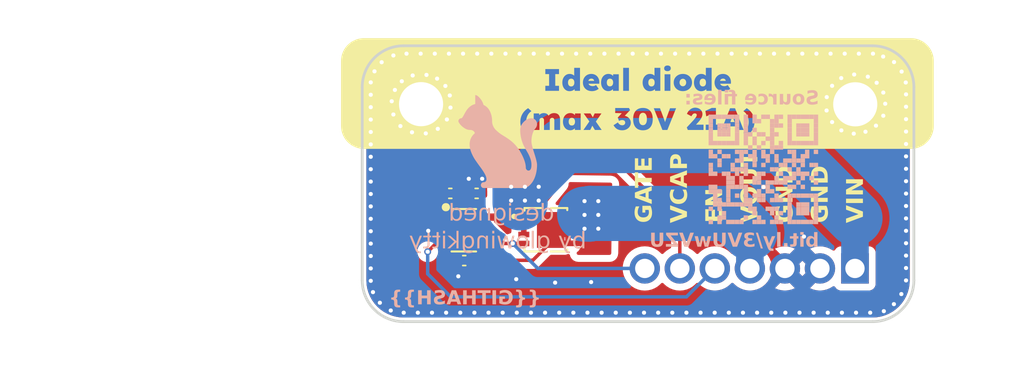
<source format=kicad_pcb>
(kicad_pcb (version 20240108) (generator "pcbnew") (generator_version "8.0")
  (layers (0 "F.Cu" signal) (31 "B.Cu" signal) (34 "B.Paste" user) (35 "F.Paste" user) (36 "B.SilkS" user "B.Silkscreen") (37 "F.SilkS" user "F.Silkscreen") (38 "B.Mask" user) (39 "F.Mask" user) (44 "Edge.Cuts" user))
  (net 0 "")
  (net 1 "vcap")
  (net 2 "gate")
  (net 3 "gnd")
  (net 4 "cathode")
  (net 5 "en")
  (net 6 "anode")
  (footprint "lib:SOT-23-6_L2.9-W1.6-P0.95-LS2.8-BL" (layer "F.Cu") (at 136.08 104.17 -90)
    (property "Reference" "U1" (hide yes))
    (property "Value" "")
  )
  (footprint "lib:PDFN-8_L3.2-W3.0-P0.65-LS3.3-BL-1" (layer "F.Cu") (at 142.03 104.15 -90)
    (property "Reference" "Q1" (hide yes))
    (property "Value" "")
  )
  (footprint "lib:C0402" (layer "F.Cu") (at 135.1 101.5 180)
    (property "Reference" "C2" (hide yes))
    (property "Value" "16V 100nF X7R ±10% 0402  Multilayer Ceramic Capacitors MLCC - SMD/SMT ROHS")
  )
  (footprint "lib:C0402" (layer "F.Cu") (at 136.11 106.37 180)
    (property "Reference" "C3" (hide yes))
    (property "Value" "16V 100nF X7R ±10% 0402  Multilayer Ceramic Capacitors MLCC - SMD/SMT ROHS")
  )
  (footprint "lib:MountingHole_3.2mm_M3" (layer "F.Cu") (at 164.46 95.04)
    (property "Reference" "U4" (hide yes))
    (property "Value" "")
  )
  (footprint "lib:CONN-TH_XY308-2.54-7P" (layer "F.Cu") (at 156.82 106.94 180)
    (property "Reference" "U2" (hide yes))
    (property "Value" "")
  )
  (footprint "lib:C0402" (layer "F.Cu") (at 137.01 101.5)
    (property "Reference" "C1" (hide yes))
    (property "Value" "50V 22nF X7R ±10% 0402  Multilayer Ceramic Capacitors MLCC - SMD/SMT ROHS")
  )
  (footprint "lib:MountingHole_3.2mm_M3" (layer "F.Cu") (at 132.98 95.03)
    (property "Reference" "U3" (hide yes))
    (property "Value" "")
  )
  (gr_poly (pts (xy 153.828452 100.233551) (xy 154.146121 100.233551) (xy 154.146121 99.915882) (xy 153.828452 99.915882)) (stroke (width -0.000001)) (fill solid) (layer "B.SilkS"))
  (gr_poly (pts (xy 161.134836 103.727913) (xy 161.452507 103.727913) (xy 161.452507 103.410245) (xy 161.134836 103.410245)) (stroke (width -0.000001)) (fill solid) (layer "B.SilkS"))
  (gr_poly (pts (xy 160.817166 100.233551) (xy 161.134836 100.233551) (xy 161.134836 99.915882) (xy 160.817166 99.915882)) (stroke (width -0.000001)) (fill solid) (layer "B.SilkS"))
  (gr_poly (pts (xy 155.734468 96.42152) (xy 156.052137 96.42152) (xy 156.052137 96.103849) (xy 155.734468 96.103849)) (stroke (width -0.000001)) (fill solid) (layer "B.SilkS"))
  (gr_poly (pts (xy 153.828452 101.18656) (xy 154.146121 101.18656) (xy 154.146121 100.86889) (xy 153.828452 100.86889)) (stroke (width -0.000001)) (fill solid) (layer "B.SilkS"))
  (gr_poly (pts (xy 160.181828 96.103849) (xy 160.499497 96.103849) (xy 160.499497 95.78618) (xy 160.181828 95.78618)) (stroke (width -0.000001)) (fill solid) (layer "B.SilkS"))
  (gr_poly (pts (xy 153.828452 98.009866) (xy 154.146121 98.009866) (xy 154.146121 97.692197) (xy 153.828452 97.692197)) (stroke (width -0.000001)) (fill solid) (layer "B.SilkS"))
  (gr_poly (pts (xy 158.275812 98.009866) (xy 158.593481 98.009866) (xy 158.593481 97.692197) (xy 158.275812 97.692197)) (stroke (width -0.000001)) (fill solid) (layer "B.SilkS"))
  (gr_poly (pts (xy 159.546492 96.42152) (xy 159.864158 96.42152) (xy 159.864158 96.103849) (xy 159.546492 96.103849)) (stroke (width -0.000001)) (fill solid) (layer "B.SilkS"))
  (gr_poly (pts (xy 154.78146 96.739189) (xy 155.099129 96.739189) (xy 155.099129 96.42152) (xy 154.78146 96.42152)) (stroke (width -0.000001)) (fill solid) (layer "B.SilkS"))
  (gr_poly (pts (xy 157.640484 101.18656) (xy 157.958153 101.18656) (xy 157.958153 100.86889) (xy 157.640484 100.86889)) (stroke (width -0.000001)) (fill solid) (layer "B.SilkS"))
  (gr_poly (pts (xy 160.817166 98.645205) (xy 161.134836 98.645205) (xy 161.134836 98.327536) (xy 160.817166 98.327536)) (stroke (width -0.000001)) (fill solid) (layer "B.SilkS"))
  (gr_poly (pts (xy 153.828452 97.692197) (xy 154.146121 97.692197) (xy 154.146121 97.374528) (xy 153.828452 97.374528)) (stroke (width -0.000001)) (fill solid) (layer "B.SilkS"))
  (gr_poly (pts (xy 159.864158 99.280543) (xy 160.181828 99.280543) (xy 160.181828 98.962874) (xy 159.864158 98.962874)) (stroke (width -0.000001)) (fill solid) (layer "B.SilkS"))
  (gr_poly (pts (xy 161.452507 97.374528) (xy 161.770176 97.374528) (xy 161.770176 97.056858) (xy 161.452507 97.056858)) (stroke (width -0.000001)) (fill solid) (layer "B.SilkS"))
  (gr_poly (pts (xy 156.369806 98.645205) (xy 156.687476 98.645205) (xy 156.687476 98.327536) (xy 156.369806 98.327536)) (stroke (width -0.000001)) (fill solid) (layer "B.SilkS"))
  (gr_poly (pts (xy 157.640484 101.821898) (xy 157.958153 101.821898) (xy 157.958153 101.504228) (xy 157.640484 101.504228)) (stroke (width -0.000001)) (fill solid) (layer "B.SilkS"))
  (gr_poly (pts (xy 153.828452 99.915882) (xy 154.146121 99.915882) (xy 154.146121 99.598213) (xy 153.828452 99.598213)) (stroke (width -0.000001)) (fill solid) (layer "B.SilkS"))
  (gr_poly (pts (xy 154.146121 101.821898) (xy 154.463791 101.821898) (xy 154.463791 101.504228) (xy 154.146121 101.504228)) (stroke (width -0.000001)) (fill solid) (layer "B.SilkS"))
  (gr_poly (pts (xy 154.146121 101.504228) (xy 154.463791 101.504228) (xy 154.463791 101.18656) (xy 154.146121 101.18656)) (stroke (width -0.000001)) (fill solid) (layer "B.SilkS"))
  (gr_poly (pts (xy 157.640484 103.727913) (xy 157.958153 103.727913) (xy 157.958153 103.410245) (xy 157.640484 103.410245)) (stroke (width -0.000001)) (fill solid) (layer "B.SilkS"))
  (gr_poly (pts (xy 161.134836 99.598213) (xy 161.452507 99.598213) (xy 161.452507 99.280543) (xy 161.134836 99.280543)) (stroke (width -0.000001)) (fill solid) (layer "B.SilkS"))
  (gr_poly (pts (xy 154.78146 100.233551) (xy 155.099129 100.233551) (xy 155.099129 99.915882) (xy 154.78146 99.915882)) (stroke (width -0.000001)) (fill solid) (layer "B.SilkS"))
  (gr_poly (pts (xy 155.416798 102.457237) (xy 155.734468 102.457237) (xy 155.734468 102.139567) (xy 155.416798 102.139567)) (stroke (width -0.000001)) (fill solid) (layer "B.SilkS"))
  (gr_poly (pts (xy 156.052137 98.645205) (xy 156.369806 98.645205) (xy 156.369806 98.327536) (xy 156.052137 98.327536)) (stroke (width -0.000001)) (fill solid) (layer "B.SilkS"))
  (gr_poly (pts (xy 154.78146 103.092575) (xy 155.099129 103.092575) (xy 155.099129 102.774906) (xy 154.78146 102.774906)) (stroke (width -0.000001)) (fill solid) (layer "B.SilkS"))
  (gr_poly (pts (xy 157.322814 103.410245) (xy 157.640484 103.410245) (xy 157.640484 103.092575) (xy 157.322814 103.092575)) (stroke (width -0.000001)) (fill solid) (layer "B.SilkS"))
  (gr_poly (pts (xy 155.099129 100.233551) (xy 155.416798 100.233551) (xy 155.416798 99.915882) (xy 155.099129 99.915882)) (stroke (width -0.000001)) (fill solid) (layer "B.SilkS"))
  (gr_poly (pts (xy 160.817166 103.727913) (xy 161.134836 103.727913) (xy 161.134836 103.410245) (xy 160.817166 103.410245)) (stroke (width -0.000001)) (fill solid) (layer "B.SilkS"))
  (gr_poly (pts (xy 160.817166 97.056858) (xy 161.134836 97.056858) (xy 161.134836 96.739189) (xy 160.817166 96.739189)) (stroke (width -0.000001)) (fill solid) (layer "B.SilkS"))
  (gr_poly (pts (xy 161.452507 98.009866) (xy 161.770176 98.009866) (xy 161.770176 97.692197) (xy 161.452507 97.692197)) (stroke (width -0.000001)) (fill solid) (layer "B.SilkS"))
  (gr_poly (pts (xy 160.181828 97.056858) (xy 160.499497 97.056858) (xy 160.499497 96.739189) (xy 160.181828 96.739189)) (stroke (width -0.000001)) (fill solid) (layer "B.SilkS"))
  (gr_poly (pts (xy 157.958153 102.774906) (xy 158.275812 102.774906) (xy 158.275812 102.457237) (xy 157.958153 102.457237)) (stroke (width -0.000001)) (fill solid) (layer "B.SilkS"))
  (gr_poly (pts (xy 154.463791 97.056858) (xy 154.78146 97.056858) (xy 154.78146 96.739189) (xy 154.463791 96.739189)) (stroke (width -0.000001)) (fill solid) (layer "B.SilkS"))
  (gr_poly (pts (xy 157.005145 103.727913) (xy 157.322814 103.727913) (xy 157.322814 103.410245) (xy 157.005145 103.410245)) (stroke (width -0.000001)) (fill solid) (layer "B.SilkS"))
  (gr_poly (pts (xy 160.817166 102.457237) (xy 161.134836 102.457237) (xy 161.134836 102.139567) (xy 160.817166 102.139567)) (stroke (width -0.000001)) (fill solid) (layer "B.SilkS"))
  (gr_poly (pts (xy 158.593481 99.915882) (xy 158.911154 99.915882) (xy 158.911154 99.598213) (xy 158.593481 99.598213)) (stroke (width -0.000001)) (fill solid) (layer "B.SilkS"))
  (gr_poly (pts (xy 156.369806 97.056858) (xy 156.687476 97.056858) (xy 156.687476 96.739189) (xy 156.369806 96.739189)) (stroke (width -0.000001)) (fill solid) (layer "B.SilkS"))
  (gr_poly (pts (xy 155.416798 96.103849) (xy 155.734468 96.103849) (xy 155.734468 95.78618) (xy 155.416798 95.78618)) (stroke (width -0.000001)) (fill solid) (layer "B.SilkS"))
  (gr_poly (pts (xy 157.958153 98.962874) (xy 158.275812 98.962874) (xy 158.275812 98.645205) (xy 157.958153 98.645205)) (stroke (width -0.000001)) (fill solid) (layer "B.SilkS"))
  (gr_poly (pts (xy 159.546492 103.727913) (xy 159.864158 103.727913) (xy 159.864158 103.410245) (xy 159.546492 103.410245)) (stroke (width -0.000001)) (fill solid) (layer "B.SilkS"))
  (gr_poly (pts (xy 160.499497 102.457237) (xy 160.817166 102.457237) (xy 160.817166 102.139567) (xy 160.499497 102.139567)) (stroke (width -0.000001)) (fill solid) (layer "B.SilkS"))
  (gr_poly (pts (xy 159.22882 100.551221) (xy 159.546492 100.551221) (xy 159.546492 100.233551) (xy 159.22882 100.233551)) (stroke (width -0.000001)) (fill solid) (layer "B.SilkS"))
  (gr_poly (pts (xy 158.593481 96.42152) (xy 158.911154 96.42152) (xy 158.911154 96.103849) (xy 158.593481 96.103849)) (stroke (width -0.000001)) (fill solid) (layer "B.SilkS"))
  (gr_poly (pts (xy 158.275812 97.692197) (xy 158.593481 97.692197) (xy 158.593481 97.374528) (xy 158.275812 97.374528)) (stroke (width -0.000001)) (fill solid) (layer "B.SilkS"))
  (gr_poly (pts (xy 160.181828 102.457237) (xy 160.499497 102.457237) (xy 160.499497 102.139567) (xy 160.181828 102.139567)) (stroke (width -0.000001)) (fill solid) (layer "B.SilkS"))
  (gr_poly (pts (xy 158.275812 102.139567) (xy 158.593481 102.139567) (xy 158.593481 101.821898) (xy 158.275812 101.821898)) (stroke (width -0.000001)) (fill solid) (layer "B.SilkS"))
  (gr_poly (pts (xy 160.181828 100.233551) (xy 160.499497 100.233551) (xy 160.499497 99.915882) (xy 160.181828 99.915882)) (stroke (width -0.000001)) (fill solid) (layer "B.SilkS"))
  (gr_poly (pts (xy 159.22882 99.280543) (xy 159.546492 99.280543) (xy 159.546492 98.962874) (xy 159.22882 98.962874)) (stroke (width -0.000001)) (fill solid) (layer "B.SilkS"))
  (gr_poly (pts (xy 154.146121 102.457237) (xy 154.463791 102.457237) (xy 154.463791 102.139567) (xy 154.146121 102.139567)) (stroke (width -0.000001)) (fill solid) (layer "B.SilkS"))
  (gr_poly (pts (xy 159.546492 102.457237) (xy 159.864158 102.457237) (xy 159.864158 102.139567) (xy 159.546492 102.139567)) (stroke (width -0.000001)) (fill solid) (layer "B.SilkS"))
  (gr_poly (pts (xy 161.452507 100.233551) (xy 161.770176 100.233551) (xy 161.770176 99.915882) (xy 161.452507 99.915882)) (stroke (width -0.000001)) (fill solid) (layer "B.SilkS"))
  (gr_poly (pts (xy 155.099129 101.504228) (xy 155.416798 101.504228) (xy 155.416798 101.18656) (xy 155.099129 101.18656)) (stroke (width -0.000001)) (fill solid) (layer "B.SilkS"))
  (gr_poly (pts (xy 159.864158 101.18656) (xy 160.181828 101.18656) (xy 160.181828 100.86889) (xy 159.864158 100.86889)) (stroke (width -0.000001)) (fill solid) (layer "B.SilkS"))
  (gr_poly (pts (xy 160.817166 97.374528) (xy 161.134836 97.374528) (xy 161.134836 97.056858) (xy 160.817166 97.056858)) (stroke (width -0.000001)) (fill solid) (layer "B.SilkS"))
  (gr_poly (pts (xy 161.452507 100.86889) (xy 161.770176 100.86889) (xy 161.770176 100.551221) (xy 161.452507 100.551221)) (stroke (width -0.000001)) (fill solid) (layer "B.SilkS"))
  (gr_poly (pts (xy 158.911154 98.009866) (xy 159.22882 98.009866) (xy 159.22882 97.692197) (xy 158.911154 97.692197)) (stroke (width -0.000001)) (fill solid) (layer "B.SilkS"))
  (gr_poly (pts (xy 159.546492 97.692197) (xy 159.864158 97.692197) (xy 159.864158 97.374528) (xy 159.546492 97.374528)) (stroke (width -0.000001)) (fill solid) (layer "B.SilkS"))
  (gr_poly (pts (xy 161.452507 103.410245) (xy 161.770176 103.410245) (xy 161.770176 103.092575) (xy 161.452507 103.092575)) (stroke (width -0.000001)) (fill solid) (layer "B.SilkS"))
  (gr_poly (pts (xy 156.369806 102.139567) (xy 156.687476 102.139567) (xy 156.687476 101.821898) (xy 156.369806 101.821898)) (stroke (width -0.000001)) (fill solid) (layer "B.SilkS"))
  (gr_poly (pts (xy 160.499497 97.056858) (xy 160.817166 97.056858) (xy 160.817166 96.739189) (xy 160.499497 96.739189)) (stroke (width -0.000001)) (fill solid) (layer "B.SilkS"))
  (gr_poly (pts (xy 154.78146 96.103849) (xy 155.099129 96.103849) (xy 155.099129 95.78618) (xy 154.78146 95.78618)) (stroke (width -0.000001)) (fill solid) (layer "B.SilkS"))
  (gr_poly (pts (xy 153.828452 101.504228) (xy 154.146121 101.504228) (xy 154.146121 101.18656) (xy 153.828452 101.18656)) (stroke (width -0.000001)) (fill solid) (layer "B.SilkS"))
  (gr_poly (pts (xy 160.499497 100.551221) (xy 160.817166 100.551221) (xy 160.817166 100.233551) (xy 160.499497 100.233551)) (stroke (width -0.000001)) (fill solid) (layer "B.SilkS"))
  (gr_poly (pts (xy 158.911154 100.86889) (xy 159.22882 100.86889) (xy 159.22882 100.551221) (xy 158.911154 100.551221)) (stroke (width -0.000001)) (fill solid) (layer "B.SilkS"))
  (gr_poly (pts (xy 154.463791 103.727913) (xy 154.78146 103.727913) (xy 154.78146 103.410245) (xy 154.463791 103.410245)) (stroke (width -0.000001)) (fill solid) (layer "B.SilkS"))
  (gr_poly (pts (xy 155.734468 101.821898) (xy 156.052137 101.821898) (xy 156.052137 101.504228) (xy 155.734468 101.504228)) (stroke (width -0.000001)) (fill solid) (layer "B.SilkS"))
  (gr_poly (pts (xy 159.546492 100.551221) (xy 159.864158 100.551221) (xy 159.864158 100.233551) (xy 159.546492 100.233551)) (stroke (width -0.000001)) (fill solid) (layer "B.SilkS"))
  (gr_poly (pts (xy 160.817166 96.103849) (xy 161.134836 96.103849) (xy 161.134836 95.78618) (xy 160.817166 95.78618)) (stroke (width -0.000001)) (fill solid) (layer "B.SilkS"))
  (gr_poly (pts (xy 159.546492 103.092575) (xy 159.864158 103.092575) (xy 159.864158 102.774906) (xy 159.546492 102.774906)) (stroke (width -0.000001)) (fill solid) (layer "B.SilkS"))
  (gr_poly (pts (xy 155.734468 96.103849) (xy 156.052137 96.103849) (xy 156.052137 95.78618) (xy 155.734468 95.78618)) (stroke (width -0.000001)) (fill solid) (layer "B.SilkS"))
  (gr_poly (pts (xy 161.452507 101.821898) (xy 161.770176 101.821898) (xy 161.770176 101.504228) (xy 161.452507 101.504228)) (stroke (width -0.000001)) (fill solid) (layer "B.SilkS"))
  (gr_poly (pts (xy 154.463791 103.410245) (xy 154.78146 103.410245) (xy 154.78146 103.092575) (xy 154.463791 103.092575)) (stroke (width -0.000001)) (fill solid) (layer "B.SilkS"))
  (gr_poly (pts (xy 154.78146 103.410245) (xy 155.099129 103.410245) (xy 155.099129 103.092575) (xy 154.78146 103.092575)) (stroke (width -0.000001)) (fill solid) (layer "B.SilkS"))
  (gr_poly (pts (xy 155.734468 97.056858) (xy 156.052137 97.056858) (xy 156.052137 96.739189) (xy 155.734468 96.739189)) (stroke (width -0.000001)) (fill solid) (layer "B.SilkS"))
  (gr_poly (pts (xy 154.463791 102.774906) (xy 154.78146 102.774906) (xy 154.78146 102.457237) (xy 154.463791 102.457237)) (stroke (width -0.000001)) (fill solid) (layer "B.SilkS"))
  (gr_poly (pts (xy 157.640484 98.645205) (xy 157.958153 98.645205) (xy 157.958153 98.327536) (xy 157.640484 98.327536)) (stroke (width -0.000001)) (fill solid) (layer "B.SilkS"))
  (gr_poly (pts (xy 157.005145 99.280543) (xy 157.322814 99.280543) (xy 157.322814 98.962874) (xy 157.005145 98.962874)) (stroke (width -0.000001)) (fill solid) (layer "B.SilkS"))
  (gr_poly (pts (xy 156.052137 101.18656) (xy 156.369806 101.18656) (xy 156.369806 100.86889) (xy 156.052137 100.86889)) (stroke (width -0.000001)) (fill solid) (layer "B.SilkS"))
  (gr_poly (pts (xy 155.734468 98.645205) (xy 156.052137 98.645205) (xy 156.052137 98.327536) (xy 155.734468 98.327536)) (stroke (width -0.000001)) (fill solid) (layer "B.SilkS"))
  (gr_poly (pts (xy 153.828452 103.727913) (xy 154.146121 103.727913) (xy 154.146121 103.410245) (xy 153.828452 103.410245)) (stroke (width -0.000001)) (fill solid) (layer "B.SilkS"))
  (gr_poly (pts (xy 159.546492 98.009866) (xy 159.864158 98.009866) (xy 159.864158 97.692197) (xy 159.546492 97.692197)) (stroke (width -0.000001)) (fill solid) (layer "B.SilkS"))
  (gr_poly (pts (xy 157.640484 98.962874) (xy 157.958153 98.962874) (xy 157.958153 98.645205) (xy 157.640484 98.645205)) (stroke (width -0.000001)) (fill solid) (layer "B.SilkS"))
  (gr_poly (pts (xy 154.463791 99.280543) (xy 154.78146 99.280543) (xy 154.78146 98.962874) (xy 154.463791 98.962874)) (stroke (width -0.000001)) (fill solid) (layer "B.SilkS"))
  (gr_poly (pts (xy 158.275812 96.42152) (xy 158.593481 96.42152) (xy 158.593481 96.103849) (xy 158.275812 96.103849)) (stroke (width -0.000001)) (fill solid) (layer "B.SilkS"))
  (gr_poly (pts (xy 160.499497 96.103849) (xy 160.817166 96.103849) (xy 160.817166 95.78618) (xy 160.499497 95.78618)) (stroke (width -0.000001)) (fill solid) (layer "B.SilkS"))
  (gr_poly (pts (xy 158.911154 100.233551) (xy 159.22882 100.233551) (xy 159.22882 99.915882) (xy 158.911154 99.915882)) (stroke (width -0.000001)) (fill solid) (layer "B.SilkS"))
  (gr_poly (pts (xy 155.099129 96.739189) (xy 155.416798 96.739189) (xy 155.416798 96.42152) (xy 155.099129 96.42152)) (stroke (width -0.000001)) (fill solid) (layer "B.SilkS"))
  (gr_poly (pts (xy 154.463791 98.009866) (xy 154.78146 98.009866) (xy 154.78146 97.692197) (xy 154.463791 97.692197)) (stroke (width -0.000001)) (fill solid) (layer "B.SilkS"))
  (gr_poly (pts (xy 153.828452 102.774906) (xy 154.146121 102.774906) (xy 154.146121 102.457237) (xy 153.828452 102.457237)) (stroke (width -0.000001)) (fill solid) (layer "B.SilkS"))
  (gr_poly (pts (xy 156.687476 102.139567) (xy 157.005145 102.139567) (xy 157.005145 101.821898) (xy 156.687476 101.821898)) (stroke (width -0.000001)) (fill solid) (layer "B.SilkS"))
  (gr_poly (pts (xy 157.005145 98.962874) (xy 157.322814 98.962874) (xy 157.322814 98.645205) (xy 157.005145 98.645205)) (stroke (width -0.000001)) (fill solid) (layer "B.SilkS"))
  (gr_poly (pts (xy 155.416798 99.598213) (xy 155.734468 99.598213) (xy 155.734468 99.280543) (xy 155.416798 99.280543)) (stroke (width -0.000001)) (fill solid) (layer "B.SilkS"))
  (gr_poly (pts (xy 156.052137 100.86889) (xy 156.369806 100.86889) (xy 156.369806 100.551221) (xy 156.052137 100.551221)) (stroke (width -0.000001)) (fill solid) (layer "B.SilkS"))
  (gr_poly (pts (xy 161.134836 96.103849) (xy 161.452507 96.103849) (xy 161.452507 95.78618) (xy 161.134836 95.78618)) (stroke (width -0.000001)) (fill solid) (layer "B.SilkS"))
  (gr_poly (pts (xy 160.499497 102.774906) (xy 160.817166 102.774906) (xy 160.817166 102.457237) (xy 160.499497 102.457237)) (stroke (width -0.000001)) (fill solid) (layer "B.SilkS"))
  (gr_poly (pts (xy 157.005145 96.42152) (xy 157.322814 96.42152) (xy 157.322814 96.103849) (xy 157.005145 96.103849)) (stroke (width -0.000001)) (fill solid) (layer "B.SilkS"))
  (gr_poly (pts (xy 160.181828 100.86889) (xy 160.499497 100.86889) (xy 160.499497 100.551221) (xy 160.181828 100.551221)) (stroke (width -0.000001)) (fill solid) (layer "B.SilkS"))
  (gr_poly (pts (xy 158.593481 102.774906) (xy 158.911154 102.774906) (xy 158.911154 102.457237) (xy 158.593481 102.457237)) (stroke (width -0.000001)) (fill solid) (layer "B.SilkS"))
  (gr_poly (pts (xy 161.134836 98.009866) (xy 161.452507 98.009866) (xy 161.452507 97.692197) (xy 161.134836 97.692197)) (stroke (width -0.000001)) (fill solid) (layer "B.SilkS"))
  (gr_poly (pts (xy 161.452507 98.645205) (xy 161.770176 98.645205) (xy 161.770176 98.327536) (xy 161.452507 98.327536)) (stroke (width -0.000001)) (fill solid) (layer "B.SilkS"))
  (gr_poly (pts (xy 158.593481 100.86889) (xy 158.911154 100.86889) (xy 158.911154 100.551221) (xy 158.593481 100.551221)) (stroke (width -0.000001)) (fill solid) (layer "B.SilkS"))
  (gr_poly (pts (xy 161.452507 102.457237) (xy 161.770176 102.457237) (xy 161.770176 102.139567) (xy 161.452507 102.139567)) (stroke (width -0.000001)) (fill solid) (layer "B.SilkS"))
  (gr_poly (pts (xy 153.828452 98.645205) (xy 154.146121 98.645205) (xy 154.146121 98.327536) (xy 153.828452 98.327536)) (stroke (width -0.000001)) (fill solid) (layer "B.SilkS"))
  (gr_poly (pts (xy 154.78146 97.056858) (xy 155.099129 97.056858) (xy 155.099129 96.739189) (xy 154.78146 96.739189)) (stroke (width -0.000001)) (fill solid) (layer "B.SilkS"))
  (gr_poly (pts (xy 161.452507 96.739189) (xy 161.770176 96.739189) (xy 161.770176 96.42152) (xy 161.452507 96.42152)) (stroke (width -0.000001)) (fill solid) (layer "B.SilkS"))
  (gr_poly (pts (xy 155.734468 102.457237) (xy 156.052137 102.457237) (xy 156.052137 102.139567) (xy 155.734468 102.139567)) (stroke (width -0.000001)) (fill solid) (layer "B.SilkS"))
  (gr_poly (pts (xy 158.275812 97.374528) (xy 158.593481 97.374528) (xy 158.593481 97.056858) (xy 158.275812 97.056858)) (stroke (width -0.000001)) (fill solid) (layer "B.SilkS"))
  (gr_poly (pts (xy 156.369806 99.915882) (xy 156.687476 99.915882) (xy 156.687476 99.598213) (xy 156.369806 99.598213)) (stroke (width -0.000001)) (fill solid) (layer "B.SilkS"))
  (gr_poly (pts (xy 156.369806 99.598213) (xy 156.687476 99.598213) (xy 156.687476 99.280543) (xy 156.369806 99.280543)) (stroke (width -0.000001)) (fill solid) (layer "B.SilkS"))
  (gr_poly (pts (xy 160.817166 101.821898) (xy 161.134836 101.821898) (xy 161.134836 101.504228) (xy 160.817166 101.504228)) (stroke (width -0.000001)) (fill solid) (layer "B.SilkS"))
  (gr_poly (pts (xy 157.322814 100.233551) (xy 157.640484 100.233551) (xy 157.640484 99.915882) (xy 157.322814 99.915882)) (stroke (width -0.000001)) (fill solid) (layer "B.SilkS"))
  (gr_poly (pts (xy 156.369806 101.821898) (xy 156.687476 101.821898) (xy 156.687476 101.504228) (xy 156.369806 101.504228)) (stroke (width -0.000001)) (fill solid) (layer "B.SilkS"))
  (gr_poly (pts (xy 159.864158 100.551221) (xy 160.181828 100.551221) (xy 160.181828 100.233551) (xy 159.864158 100.233551)) (stroke (width -0.000001)) (fill solid) (layer "B.SilkS"))
  (gr_poly (pts (xy 153.828452 96.103849) (xy 154.146121 96.103849) (xy 154.146121 95.78618) (xy 153.828452 95.78618)) (stroke (width -0.000001)) (fill solid) (layer "B.SilkS"))
  (gr_poly (pts (xy 160.181828 98.009866) (xy 160.499497 98.009866) (xy 160.499497 97.692197) (xy 160.181828 97.692197)) (stroke (width -0.000001)) (fill solid) (layer "B.SilkS"))
  (gr_poly (pts (xy 156.369806 97.692197) (xy 156.687476 97.692197) (xy 156.687476 97.374528) (xy 156.369806 97.374528)) (stroke (width -0.000001)) (fill solid) (layer "B.SilkS"))
  (gr_poly (pts (xy 159.864158 103.727913) (xy 160.181828 103.727913) (xy 160.181828 103.410245) (xy 159.864158 103.410245)) (stroke (width -0.000001)) (fill solid) (layer "B.SilkS"))
  (gr_poly (pts (xy 155.416798 98.009866) (xy 155.734468 98.009866) (xy 155.734468 97.692197) (xy 155.416798 97.692197)) (stroke (width -0.000001)) (fill solid) (layer "B.SilkS"))
  (gr_poly (pts (xy 158.593481 99.280543) (xy 158.911154 99.280543) (xy 158.911154 98.962874) (xy 158.593481 98.962874)) (stroke (width -0.000001)) (fill solid) (layer "B.SilkS"))
  (gr_poly (pts (xy 156.052137 98.962874) (xy 156.369806 98.962874) (xy 156.369806 98.645205) (xy 156.052137 98.645205)) (stroke (width -0.000001)) (fill solid) (layer "B.SilkS"))
  (gr_poly (pts (xy 156.369806 97.374528) (xy 156.687476 97.374528) (xy 156.687476 97.056858) (xy 156.369806 97.056858)) (stroke (width -0.000001)) (fill solid) (layer "B.SilkS"))
  (gr_poly (pts (xy 154.78146 98.962874) (xy 155.099129 98.962874) (xy 155.099129 98.645205) (xy 154.78146 98.645205)) (stroke (width -0.000001)) (fill solid) (layer "B.SilkS"))
  (gr_poly (pts (xy 157.322814 100.551221) (xy 157.640484 100.551221) (xy 157.640484 100.233551) (xy 157.322814 100.233551)) (stroke (width -0.000001)) (fill solid) (layer "B.SilkS"))
  (gr_poly (pts (xy 156.687476 102.457237) (xy 157.005145 102.457237) (xy 157.005145 102.139567) (xy 156.687476 102.139567)) (stroke (width -0.000001)) (fill solid) (layer "B.SilkS"))
  (gr_poly (pts (xy 157.322814 100.86889) (xy 157.640484 100.86889) (xy 157.640484 100.551221) (xy 157.322814 100.551221)) (stroke (width -0.000001)) (fill solid) (layer "B.SilkS"))
  (gr_poly (pts (xy 160.181828 99.280543) (xy 160.499497 99.280543) (xy 160.499497 98.962874) (xy 160.181828 98.962874)) (stroke (width -0.000001)) (fill solid) (layer "B.SilkS"))
  (gr_poly (pts (xy 155.416798 101.18656) (xy 155.734468 101.18656) (xy 155.734468 100.86889) (xy 155.416798 100.86889)) (stroke (width -0.000001)) (fill solid) (layer "B.SilkS"))
  (gr_poly (pts (xy 158.593481 96.739189) (xy 158.911154 96.739189) (xy 158.911154 96.42152) (xy 158.593481 96.42152)) (stroke (width -0.000001)) (fill solid) (layer "B.SilkS"))
  (gr_poly (pts (xy 154.463791 101.504228) (xy 154.78146 101.504228) (xy 154.78146 101.18656) (xy 154.463791 101.18656)) (stroke (width -0.000001)) (fill solid) (layer "B.SilkS"))
  (gr_poly (pts (xy 155.734468 103.727913) (xy 156.052137 103.727913) (xy 156.052137 103.410245) (xy 155.734468 103.410245)) (stroke (width -0.000001)) (fill solid) (layer "B.SilkS"))
  (gr_poly (pts (xy 157.322814 103.727913) (xy 157.640484 103.727913) (xy 157.640484 103.410245) (xy 157.322814 103.410245)) (stroke (width -0.000001)) (fill solid) (layer "B.SilkS"))
  (gr_poly (pts (xy 156.687476 97.374528) (xy 157.005145 97.374528) (xy 157.005145 97.056858) (xy 156.687476 97.056858)) (stroke (width -0.000001)) (fill solid) (layer "B.SilkS"))
  (gr_poly (pts (xy 157.958153 100.86889) (xy 158.275812 100.86889) (xy 158.275812 100.551221) (xy 157.958153 100.551221)) (stroke (width -0.000001)) (fill solid) (layer "B.SilkS"))
  (gr_poly (pts (xy 159.864158 98.645205) (xy 160.181828 98.645205) (xy 160.181828 98.327536) (xy 159.864158 98.327536)) (stroke (width -0.000001)) (fill solid) (layer "B.SilkS"))
  (gr_poly (pts (xy 157.005145 97.692197) (xy 157.322814 97.692197) (xy 157.322814 97.374528) (xy 157.005145 97.374528)) (stroke (width -0.000001)) (fill solid) (layer "B.SilkS"))
  (gr_poly (pts (xy 158.275812 96.739189) (xy 158.593481 96.739189) (xy 158.593481 96.42152) (xy 158.275812 96.42152)) (stroke (width -0.000001)) (fill solid) (layer "B.SilkS"))
  (gr_poly (pts (xy 160.499497 101.18656) (xy 160.817166 101.18656) (xy 160.817166 100.86889) (xy 160.499497 100.86889)) (stroke (width -0.000001)) (fill solid) (layer "B.SilkS"))
  (gr_poly (pts (xy 156.369806 102.457237) (xy 156.687476 102.457237) (xy 156.687476 102.139567) (xy 156.369806 102.139567)) (stroke (width -0.000001)) (fill solid) (layer "B.SilkS"))
  (gr_poly (pts (xy 155.099129 97.056858) (xy 155.416798 97.056858) (xy 155.416798 96.739189) (xy 155.099129 96.739189)) (stroke (width -0.000001)) (fill solid) (layer "B.SilkS"))
  (gr_poly (pts (xy 155.416798 99.915882) (xy 155.734468 99.915882) (xy 155.734468 99.598213) (xy 155.416798 99.598213)) (stroke (width -0.000001)) (fill solid) (layer "B.SilkS"))
  (gr_poly (pts (xy 155.734468 97.374528) (xy 156.052137 97.374528) (xy 156.052137 97.056858) (xy 155.734468 97.056858)) (stroke (width -0.000001)) (fill solid) (layer "B.SilkS"))
  (gr_poly (pts (xy 158.593481 102.139567) (xy 158.911154 102.139567) (xy 158.911154 101.821898) (xy 158.593481 101.821898)) (stroke (width -0.000001)) (fill solid) (layer "B.SilkS"))
  (gr_poly (pts (xy 153.828452 97.374528) (xy 154.146121 97.374528) (xy 154.146121 97.056858) (xy 153.828452 97.056858)) (stroke (width -0.000001)) (fill solid) (layer "B.SilkS"))
  (gr_poly (pts (xy 158.593481 101.821898) (xy 158.911154 101.821898) (xy 158.911154 101.504228) (xy 158.593481 101.504228)) (stroke (width -0.000001)) (fill solid) (layer "B.SilkS"))
  (gr_poly (pts (xy 156.369806 98.009866) (xy 156.687476 98.009866) (xy 156.687476 97.692197) (xy 156.369806 97.692197)) (stroke (width -0.000001)) (fill solid) (layer "B.SilkS"))
  (gr_poly (pts (xy 160.817166 102.774906) (xy 161.134836 102.774906) (xy 161.134836 102.457237) (xy 160.817166 102.457237)) (stroke (width -0.000001)) (fill solid) (layer "B.SilkS"))
  (gr_poly (pts (xy 156.687476 98.327536) (xy 157.005145 98.327536) (xy 157.005145 98.009866) (xy 156.687476 98.009866)) (stroke (width -0.000001)) (fill solid) (layer "B.SilkS"))
  (gr_poly (pts (xy 158.911154 99.598213) (xy 159.22882 99.598213) (xy 159.22882 99.280543) (xy 158.911154 99.280543)) (stroke (width -0.000001)) (fill solid) (layer "B.SilkS"))
  (gr_poly (pts (xy 156.052137 102.457237) (xy 156.369806 102.457237) (xy 156.369806 102.139567) (xy 156.052137 102.139567)) (stroke (width -0.000001)) (fill solid) (layer "B.SilkS"))
  (gr_poly (pts (xy 158.911154 102.139567) (xy 159.22882 102.139567) (xy 159.22882 101.821898) (xy 158.911154 101.821898)) (stroke (width -0.000001)) (fill solid) (layer "B.SilkS"))
  (gr_poly (pts (xy 160.499497 97.374528) (xy 160.817166 97.374528) (xy 160.817166 97.056858) (xy 160.499497 97.056858)) (stroke (width -0.000001)) (fill solid) (layer "B.SilkS"))
  (gr_poly (pts (xy 158.275812 102.774906) (xy 158.593481 102.774906) (xy 158.593481 102.457237) (xy 158.275812 102.457237)) (stroke (width -0.000001)) (fill solid) (layer "B.SilkS"))
  (gr_poly (pts (xy 158.275812 97.056858) (xy 158.593481 97.056858) (xy 158.593481 96.739189) (xy 158.275812 96.739189)) (stroke (width -0.000001)) (fill solid) (layer "B.SilkS"))
  (gr_poly (pts (xy 160.817166 103.092575) (xy 161.134836 103.092575) (xy 161.134836 102.774906) (xy 160.817166 102.774906)) (stroke (width -0.000001)) (fill solid) (layer "B.SilkS"))
  (gr_poly (pts (xy 155.416798 100.86889) (xy 155.734468 100.86889) (xy 155.734468 100.551221) (xy 155.416798 100.551221)) (stroke (width -0.000001)) (fill solid) (layer "B.SilkS"))
  (gr_poly (pts (xy 161.452507 97.692197) (xy 161.770176 97.692197) (xy 161.770176 97.374528) (xy 161.452507 97.374528)) (stroke (width -0.000001)) (fill solid) (layer "B.SilkS"))
  (gr_poly (pts (xy 153.828452 98.962874) (xy 154.146121 98.962874) (xy 154.146121 98.645205) (xy 153.828452 98.645205)) (stroke (width -0.000001)) (fill solid) (layer "B.SilkS"))
  (gr_poly (pts (xy 156.369806 103.410245) (xy 156.687476 103.410245) (xy 156.687476 103.092575) (xy 156.369806 103.092575)) (stroke (width -0.000001)) (fill solid) (layer "B.SilkS"))
  (gr_poly (pts (xy 160.499497 99.280543) (xy 160.817166 99.280543) (xy 160.817166 98.962874) (xy 160.499497 98.962874)) (stroke (width -0.000001)) (fill solid) (layer "B.SilkS"))
  (gr_poly (pts (xy 158.275812 98.327536) (xy 158.593481 98.327536) (xy 158.593481 98.009866) (xy 158.275812 98.009866)) (stroke (width -0.000001)) (fill solid) (layer "B.SilkS"))
  (gr_poly (pts (xy 153.828452 99.598213) (xy 154.146121 99.598213) (xy 154.146121 99.280543) (xy 153.828452 99.280543)) (stroke (width -0.000001)) (fill solid) (layer "B.SilkS"))
  (gr_poly (pts (xy 155.416798 103.727913) (xy 155.734468 103.727913) (xy 155.734468 103.410245) (xy 155.416798 103.410245)) (stroke (width -0.000001)) (fill solid) (layer "B.SilkS"))
  (gr_poly (pts (xy 160.499497 103.092575) (xy 160.817166 103.092575) (xy 160.817166 102.774906) (xy 160.499497 102.774906)) (stroke (width -0.000001)) (fill solid) (layer "B.SilkS"))
  (gr_poly (pts (xy 154.146121 96.103849) (xy 154.463791 96.103849) (xy 154.463791 95.78618) (xy 154.146121 95.78618)) (stroke (width -0.000001)) (fill solid) (layer "B.SilkS"))
  (gr_poly (pts (xy 159.546492 101.18656) (xy 159.864158 101.18656) (xy 159.864158 100.86889) (xy 159.546492 100.86889)) (stroke (width -0.000001)) (fill solid) (layer "B.SilkS"))
  (gr_poly (pts (xy 156.052137 100.551221) (xy 156.369806 100.551221) (xy 156.369806 100.233551) (xy 156.052137 100.233551)) (stroke (width -0.000001)) (fill solid) (layer "B.SilkS"))
  (gr_poly (pts (xy 155.734468 98.009866) (xy 156.052137 98.009866) (xy 156.052137 97.692197) (xy 155.734468 97.692197)) (stroke (width -0.000001)) (fill solid) (layer "B.SilkS"))
  (gr_poly (pts (xy 161.452507 96.42152) (xy 161.770176 96.42152) (xy 161.770176 96.103849) (xy 161.452507 96.103849)) (stroke (width -0.000001)) (fill solid) (layer "B.SilkS"))
  (gr_poly (pts (xy 157.958153 97.692197) (xy 158.275812 97.692197) (xy 158.275812 97.374528) (xy 157.958153 97.374528)) (stroke (width -0.000001)) (fill solid) (layer "B.SilkS"))
  (gr_poly (pts (xy 156.687476 102.774906) (xy 157.005145 102.774906) (xy 157.005145 102.457237) (xy 156.687476 102.457237)) (stroke (width -0.000001)) (fill solid) (layer "B.SilkS"))
  (gr_poly (pts (xy 157.958153 101.18656) (xy 158.275812 101.18656) (xy 158.275812 100.86889) (xy 157.958153 100.86889)) (stroke (width -0.000001)) (fill solid) (layer "B.SilkS"))
  (gr_poly (pts (xy 153.828452 96.42152) (xy 154.146121 96.42152) (xy 154.146121 96.103849) (xy 153.828452 96.103849)) (stroke (width -0.000001)) (fill solid) (layer "B.SilkS"))
  (gr_poly (pts (xy 159.546492 101.821898) (xy 159.864158 101.821898) (xy 159.864158 101.504228) (xy 159.546492 101.504228)) (stroke (width -0.000001)) (fill solid) (layer "B.SilkS"))
  (gr_poly (pts (xy 155.099129 98.009866) (xy 155.416798 98.009866) (xy 155.416798 97.692197) (xy 155.099129 97.692197)) (stroke (width -0.000001)) (fill solid) (layer "B.SilkS"))
  (gr_poly (pts (xy 158.911154 98.327536) (xy 159.22882 98.327536) (xy 159.22882 98.009866) (xy 158.911154 98.009866)) (stroke (width -0.000001)) (fill solid) (layer "B.SilkS"))
  (gr_poly (pts (xy 156.052137 99.280543) (xy 156.369806 99.280543) (xy 156.369806 98.962874) (xy 156.052137 98.962874)) (stroke (width -0.000001)) (fill solid) (layer "B.SilkS"))
  (gr_poly (pts (xy 158.275812 98.645205) (xy 158.593481 98.645205) (xy 158.593481 98.327536) (xy 158.275812 98.327536)) (stroke (width -0.000001)) (fill solid) (layer "B.SilkS"))
  (gr_poly (pts (xy 157.322814 98.327536) (xy 157.640484 98.327536) (xy 157.640484 98.009866) (xy 157.322814 98.009866)) (stroke (width -0.000001)) (fill solid) (layer "B.SilkS"))
  (gr_poly (pts (xy 160.499497 99.598213) (xy 160.817166 99.598213) (xy 160.817166 99.280543) (xy 160.499497 99.280543)) (stroke (width -0.000001)) (fill solid) (layer "B.SilkS"))
  (gr_poly (pts (xy 154.463791 99.598213) (xy 154.78146 99.598213) (xy 154.78146 99.280543) (xy 154.463791 99.280543)) (stroke (width -0.000001)) (fill solid) (layer "B.SilkS"))
  (gr_poly (pts (xy 154.463791 96.739189) (xy 154.78146 96.739189) (xy 154.78146 96.42152) (xy 154.463791 96.42152)) (stroke (width -0.000001)) (fill solid) (layer "B.SilkS"))
  (gr_poly (pts (xy 158.593481 103.410245) (xy 158.911154 103.410245) (xy 158.911154 103.092575) (xy 158.593481 103.092575)) (stroke (width -0.000001)) (fill solid) (layer "B.SilkS"))
  (gr_poly (pts (xy 158.275812 101.504228) (xy 158.593481 101.504228) (xy 158.593481 101.18656) (xy 158.275812 101.18656)) (stroke (width -0.000001)) (fill solid) (layer "B.SilkS"))
  (gr_poly (pts (xy 155.099129 101.18656) (xy 155.416798 101.18656) (xy 155.416798 100.86889) (xy 155.099129 100.86889)) (stroke (width -0.000001)) (fill solid) (layer "B.SilkS"))
  (gr_poly (pts (xy 155.099129 100.551221) (xy 155.416798 100.551221) (xy 155.416798 100.233551) (xy 155.099129 100.233551)) (stroke (width -0.000001)) (fill solid) (layer "B.SilkS"))
  (gr_poly (pts (xy 160.499497 103.727913) (xy 160.817166 103.727913) (xy 160.817166 103.410245) (xy 160.499497 103.410245)) (stroke (width -0.000001)) (fill solid) (layer "B.SilkS"))
  (gr_poly (pts (xy 160.499497 98.009866) (xy 160.817166 98.009866) (xy 160.817166 97.692197) (xy 160.499497 97.692197)) (stroke (width -0.000001)) (fill solid) (layer "B.SilkS"))
  (gr_poly (pts (xy 155.099129 96.103849) (xy 155.416798 96.103849) (xy 155.416798 95.78618) (xy 155.099129 95.78618)) (stroke (width -0.000001)) (fill solid) (layer "B.SilkS"))
  (gr_poly (pts (xy 158.275812 100.86889) (xy 158.593481 100.86889) (xy 158.593481 100.551221) (xy 158.275812 100.551221)) (stroke (width -0.000001)) (fill solid) (layer "B.SilkS"))
  (gr_poly (pts (xy 159.546492 102.139567) (xy 159.864158 102.139567) (xy 159.864158 101.821898) (xy 159.546492 101.821898)) (stroke (width -0.000001)) (fill solid) (layer "B.SilkS"))
  (gr_poly (pts (xy 157.005145 102.774906) (xy 157.322814 102.774906) (xy 157.322814 102.457237) (xy 157.005145 102.457237)) (stroke (width -0.000001)) (fill solid) (layer "B.SilkS"))
  (gr_poly (pts (xy 161.134836 100.551221) (xy 161.452507 100.551221) (xy 161.452507 100.233551) (xy 161.134836 100.233551)) (stroke (width -0.000001)) (fill solid) (layer "B.SilkS"))
  (gr_poly (pts (xy 154.146121 98.962874) (xy 154.463791 98.962874) (xy 154.463791 98.645205) (xy 154.146121 98.645205)) (stroke (width -0.000001)) (fill solid) (layer "B.SilkS"))
  (gr_poly (pts (xy 161.452507 99.598213) (xy 161.770176 99.598213) (xy 161.770176 99.280543) (xy 161.452507 99.280543)) (stroke (width -0.000001)) (fill solid) (layer "B.SilkS"))
  (gr_poly (pts (xy 154.146121 101.18656) (xy 154.463791 101.18656) (xy 154.463791 100.86889) (xy 154.146121 100.86889)) (stroke (width -0.000001)) (fill solid) (layer "B.SilkS"))
  (gr_poly (pts (xy 159.546492 96.103849) (xy 159.864158 96.103849) (xy 159.864158 95.78618) (xy 159.546492 95.78618)) (stroke (width -0.000001)) (fill solid) (layer "B.SilkS"))
  (gr_poly (pts (xy 155.416798 100.551221) (xy 155.734468 100.551221) (xy 155.734468 100.233551) (xy 155.416798 100.233551)) (stroke (width -0.000001)) (fill solid) (layer "B.SilkS"))
  (gr_poly (pts (xy 158.911154 96.739189) (xy 159.22882 96.739189) (xy 159.22882 96.42152) (xy 158.911154 96.42152)) (stroke (width -0.000001)) (fill solid) (layer "B.SilkS"))
  (gr_poly (pts (xy 161.452507 102.774906) (xy 161.770176 102.774906) (xy 161.770176 102.457237) (xy 161.452507 102.457237)) (stroke (width -0.000001)) (fill solid) (layer "B.SilkS"))
  (gr_poly (pts (xy 157.005145 98.009866) (xy 157.322814 98.009866) (xy 157.322814 97.692197) (xy 157.005145 97.692197)) (stroke (width -0.000001)) (fill solid) (layer "B.SilkS"))
  (gr_poly (pts (xy 157.322814 101.821898) (xy 157.640484 101.821898) (xy 157.640484 101.504228) (xy 157.322814 101.504228)) (stroke (width -0.000001)) (fill solid) (layer "B.SilkS"))
  (gr_poly (pts (xy 160.817166 96.739189) (xy 161.134836 96.739189) (xy 161.134836 96.42152) (xy 160.817166 96.42152)) (stroke (width -0.000001)) (fill solid) (layer "B.SilkS"))
  (gr_poly (pts (xy 153.828452 97.056858) (xy 154.146121 97.056858) (xy 154.146121 96.739189) (xy 153.828452 96.739189)) (stroke (width -0.000001)) (fill solid) (layer "B.SilkS"))
  (gr_poly (pts (xy 159.546492 98.645205) (xy 159.864158 98.645205) (xy 159.864158 98.327536) (xy 159.546492 98.327536)) (stroke (width -0.000001)) (fill solid) (layer "B.SilkS"))
  (gr_poly (pts (xy 157.640484 97.374528) (xy 157.958153 97.374528) (xy 157.958153 97.056858) (xy 157.640484 97.056858)) (stroke (width -0.000001)) (fill solid) (layer "B.SilkS"))
  (gr_poly (pts (xy 159.546492 99.915882) (xy 159.864158 99.915882) (xy 159.864158 99.598213) (xy 159.546492 99.598213)) (stroke (width -0.000001)) (fill solid) (layer "B.SilkS"))
  (gr_poly (pts (xy 159.864158 101.821898) (xy 160.181828 101.821898) (xy 160.181828 101.504228) (xy 159.864158 101.504228)) (stroke (width -0.000001)) (fill solid) (layer "B.SilkS"))
  (gr_poly (pts (xy 160.817166 98.009866) (xy 161.134836 98.009866) (xy 161.134836 97.692197) (xy 160.817166 97.692197)) (stroke (width -0.000001)) (fill solid) (layer "B.SilkS"))
  (gr_poly (pts (xy 154.78146 98.009866) (xy 155.099129 98.009866) (xy 155.099129 97.692197) (xy 154.78146 97.692197)) (stroke (width -0.000001)) (fill solid) (layer "B.SilkS"))
  (gr_poly (pts (xy 153.828452 96.739189) (xy 154.146121 96.739189) (xy 154.146121 96.42152) (xy 153.828452 96.42152)) (stroke (width -0.000001)) (fill solid) (layer "B.SilkS"))
  (gr_poly (pts (xy 154.463791 102.139567) (xy 154.78146 102.139567) (xy 154.78146 101.821898) (xy 154.463791 101.821898)) (stroke (width -0.000001)) (fill solid) (layer "B.SilkS"))
  (gr_poly (pts (xy 157.640484 99.598213) (xy 157.958153 99.598213) (xy 157.958153 99.280543) (xy 157.640484 99.280543)) (stroke (width -0.000001)) (fill solid) (layer "B.SilkS"))
  (gr_poly (pts (xy 157.005145 100.86889) (xy 157.322814 100.86889) (xy 157.322814 100.551221) (xy 157.005145 100.551221)) (stroke (width -0.000001)) (fill solid) (layer "B.SilkS"))
  (gr_poly (pts (xy 157.005145 97.056858) (xy 157.322814 97.056858) (xy 157.322814 96.739189) (xy 157.005145 96.739189)) (stroke (width -0.000001)) (fill solid) (layer "B.SilkS"))
  (gr_poly (pts (xy 158.593481 98.962874) (xy 158.911154 98.962874) (xy 158.911154 98.645205) (xy 158.593481 98.645205)) (stroke (width -0.000001)) (fill solid) (layer "B.SilkS"))
  (gr_poly (pts (xy 136.908181 95.019685) (xy 136.88366 95.025741) (xy 136.859438 95.032389) (xy 136.835514 95.039629) (xy 136.811888 95.047459) (xy 136.78856 95.055882) (xy 136.765531 95.064896) (xy 136.7428 95.074501) (xy 136.720368 95.084698) (xy 136.698234 95.095486) (xy 136.676399 95.106866) (xy 136.654862 95.118837) (xy 136.633623 95.1314) (xy 136.612683 95.144554) (xy 136.592042 95.1583) (xy 136.571699 95.172638) (xy 136.551655 95.187567) (xy 136.532009 95.202868) (xy 136.51286 95.218324) (xy 136.494209 95.233934) (xy 136.476055 95.249699) (xy 136.458398 95.265618) (xy 136.441239 95.281691) (xy 136.424577 95.297918) (xy 136.408412 95.3143) (xy 136.392745 95.330836) (xy 136.377575 95.347526) (xy 136.362902 95.364371) (xy 136.348726 95.38137) (xy 136.335047 95.398523) (xy 136.321865 95.415831) (xy 136.309181 95.433293) (xy 136.296993 95.450909) (xy 136.27347 95.486245) (xy 136.250641 95.521477) (xy 136.228508 95.556607) (xy 136.20707 95.591633) (xy 136.186329 95.626557) (xy 136.166284 95.661378) (xy 136.146937 95.696096) (xy 136.128287 95.730711) (xy 136.092668 95.796959) (xy 136.059042 95.857446) (xy 136.042977 95.885528) (xy 136.02741 95.91217) (xy 136.012341 95.93737) (xy 135.997771 95.961128) (xy 135.990632 95.97229) (xy 135.983543 95.982733) (xy 135.976503 95.992454) (xy 135.969514 96.001456) (xy 135.962574 96.009738) (xy 135.955685 96.017299) (xy 135.948845 96.024141) (xy 135.942055 96.030262) (xy 135.935316 96.035663) (xy 135.931964 96.038093) (xy 135.928626 96.040344) (xy 135.9253 96.042414) (xy 135.921986 96.044305) (xy 135.918685 96.046015) (xy 135.915396 96.047545) (xy 135.912119 96.048896) (xy 135.908856 96.050066) (xy 135.905604 96.051056) (xy 135.902365 96.051866) (xy 135.899139 96.052496) (xy 135.895925 96.052946) (xy 135.892724 96.053216) (xy 135.889535 96.053306) (xy 135.879277 96.053551) (xy 135.869193 96.054284) (xy 135.859283 96.055506) (xy 135.849548 96.057216) (xy 135.839986 96.059416) (xy 135.830598 96.062103) (xy 135.821385 96.06528) (xy 135.812345 96.068945) (xy 135.80348 96.073099) (xy 135.794788 96.077741) (xy 135.786271 96.082871) (xy 135.777928 96.08849) (xy 135.769758 96.094598) (xy 135.761763 96.101194) (xy 135.753942 96.108278) (xy 135.746295 96.115851) (xy 135.738971 96.123758) (xy 135.73212 96.131845) (xy 135.725741 96.140113) (xy 135.719834 96.14856) (xy 135.714399 96.157188) (xy 135.709437 96.165996) (xy 135.704948 96.174983) (xy 135.700931 96.184151) (xy 135.697386 96.1935) (xy 135.694314 96.203028) (xy 135.691714 96.212736) (xy 135.689587 96.222625) (xy 135.687933 96.232694) (xy 135.686751 96.242943) (xy 135.686042 96.253372) (xy 135.685806 96.263981) (xy 135.686253 96.272533) (xy 135.687596 96.281727) (xy 135.689834 96.291564) (xy 135.692967 96.302045) (xy 135.696995 96.313168) (xy 135.701918 96.324934) (xy 135.707737 96.337343) (xy 135.714451 96.350394) (xy 135.72206 96.364089) (xy 135.730564 96.378427) (xy 135.739964 96.393407) (xy 135.750259 96.40903) (xy 135.76145 96.425296) (xy 135.773536 96.442205) (xy 135.800394 96.477952) (xy 135.815054 96.496417) (xy 135.830387 96.514779) (xy 135.84639 96.533038) (xy 135.863065 96.551194) (xy 135.880412 96.569247) (xy 135.89843 96.587197) (xy 135.91712 96.605045) (xy 135.936481 96.62279) (xy 135.956514 96.640431) (xy 135.977218 96.65797) (xy 135.998594 96.675406) (xy 136.020641 96.692739) (xy 136.04336 96.709969) (xy 136.06675 96.727097) (xy 136.115545 96.761043) (xy 136.140552 96.777386) (xy 136.165434 96.792675) (xy 136.190192 96.806909) (xy 136.214825 96.820089) (xy 136.239334 96.832214) (xy 136.263718 96.843285) (xy 136.287978 96.853302) (xy 136.312113 96.862264) (xy 136.336124 96.870172) (xy 136.360011 96.877025) (xy 136.383774 96.882824) (xy 136.407412 96.887569) (xy 136.430926 96.89126) (xy 136.454316 96.893895) (xy 136.477582 96.895477) (xy 136.500723 96.896004) (xy 136.538027 96.89693) (xy 136.556007 96.898088) (xy 136.57354 96.899708) (xy 136.590625 96.901791) (xy 136.607263 96.904337) (xy 136.623453 96.907346) (xy 136.639195 96.910818) (xy 136.65449 96.914753) (xy 136.669337 96.919151) (xy 136.683736 96.924012) (xy 136.697688 96.929336) (xy 136.711192 96.935122) (xy 136.724248 96.941372) (xy 136.736857 96.948084) (xy 136.749018 96.955259) (xy 136.760731 96.962898) (xy 136.771997 96.970999) (xy 136.782815 96.979563) (xy 136.793186 96.988589) (xy 136.803108 96.998079) (xy 136.812584 97.008032) (xy 136.821611 97.018447) (xy 136.830191 97.029326) (xy 136.838323 97.040667) (xy 136.846008 97.052471) (xy 136.853245 97.064738) (xy 136.860034 97.077468) (xy 136.866376 97.09066) (xy 136.87227 97.104316) (xy 136.877716 97.118434) (xy 136.882715 97.133015) (xy 136.836458 97.174009) (xy 136.793185 97.216339) (xy 136.752897 97.260007) (xy 136.715593 97.305012) (xy 136.681274 97.351355) (xy 136.649939 97.399035) (xy 136.621588 97.448052) (xy 136.596221 97.498406) (xy 136.573839 97.550097) (xy 136.554441 97.603126) (xy 136.538027 97.657492) (xy 136.524598 97.713195) (xy 136.514152 97.770234) (xy 136.506692 97.828611) (xy 136.502215 97.888325) (xy 136.500723 97.949377) (xy 136.50122 97.985663) (xy 136.502713 98.022104) (xy 136.5052 98.0587) (xy 136.508682 98.09545) (xy 136.513159 98.132355) (xy 136.51863 98.169413) (xy 136.525097 98.206627) (xy 136.532558 98.243994) (xy 136.541014 98.281516) (xy 136.550464 98.319193) (xy 136.560909 98.357023) (xy 136.572349 98.395008) (xy 136.584783 98.433147) (xy 136.598212 98.47144) (xy 136.612636 98.509887) (xy 136.628054 98.548488) (xy 136.66068 98.625022) (xy 136.694899 98.69991) (xy 136.730709 98.773152) (xy 136.768112 98.844748) (xy 136.807108 98.914697) (xy 136.847695 98.983001) (xy 136.889875 99.049659) (xy 136.933647 99.11467) (xy 137.02278 99.242019) (xy 137.11191 99.367313) (xy 137.20104 99.490551) (xy 137.290173 99.611733) (xy 137.333945 99.671603) (xy 137.376125 99.731061) (xy 137.416712 99.790106) (xy 137.455708 99.848739) (xy 137.493111 99.906961) (xy 137.528922 99.964771) (xy 137.56314 100.022171) (xy 137.595767 100.079161) (xy 137.611185 100.107335) (xy 137.625608 100.135072) (xy 137.639037 100.162371) (xy 137.651472 100.189234) (xy 137.662911 100.215659) (xy 137.673356 100.241647) (xy 137.682807 100.267197) (xy 137.691263 100.29231) (xy 137.698724 100.316986) (xy 137.70519 100.341225) (xy 137.710662 100.365026) (xy 137.715139 100.38839) (xy 137.718621 100.411316) (xy 137.721108 100.433805) (xy 137.7226 100.455856) (xy 137.723098 100.47747) (xy 137.722874 100.488864) (xy 137.722203 100.5) (xy 137.721084 100.510879) (xy 137.719517 100.5215) (xy 137.717503 100.531865) (xy 137.715041 100.541972) (xy 137.712132 100.551821) (xy 137.708774 100.561414) (xy 137.704969 100.570749) (xy 137.700716 100.579827) (xy 137.696016 100.588648) (xy 137.690867 100.597212) (xy 137.685271 100.605519) (xy 137.679226 100.613568) (xy 137.672734 100.621361) (xy 137.665794 100.628897) (xy 137.658509 100.636072) (xy 137.650975 100.642785) (xy 137.643191 100.649034) (xy 137.635159 100.65482) (xy 137.626878 100.660143) (xy 137.618347 100.665003) (xy 137.609568 100.669401) (xy 137.600541 100.673335) (xy 137.591264 100.676806) (xy 137.581739 100.679814) (xy 137.571965 100.68236) (xy 137.561943 100.684442) (xy 137.551672 100.686062) (xy 137.541152 100.687219) (xy 137.530385 100.687913) (xy 137.519368 100.688144) (xy 137.50911 100.688389) (xy 137.499026 100.689122) (xy 137.489117 100.690344) (xy 137.479381 100.692054) (xy 137.469819 100.694254) (xy 137.460431 100.696941) (xy 137.451218 100.700118) (xy 137.442178 100.703783) (xy 137.433313 100.707937) (xy 137.424621 100.712579) (xy 137.416104 100.717709) (xy 137.407761 100.723328) (xy 137.399592 100.729436) (xy 137.391596 100.736032) (xy 137.383775 100.743116) (xy 137.376128 100.750689) (xy 137.368804 100.758596) (xy 137.361953 100.766684) (xy 137.355574 100.774951) (xy 137.349667 100.783399) (xy 137.344233 100.792026) (xy 137.339271 100.800834) (xy 137.334781 100.809822) (xy 137.330764 100.81899) (xy 137.327219 100.828338) (xy 137.324147 100.837866) (xy 137.321548 100.847575) (xy 137.319421 100.857463) (xy 137.317766 100.867532) (xy 137.316585 100.877781) (xy 137.315876 100.88821) (xy 137.315639 100.89882) (xy 137.315876 100.909429) (xy 137.316585 100.919858) (xy 137.317766 100.930106) (xy 137.319421 100.940175) (xy 137.321548 100.950064) (xy 137.324147 100.959772) (xy 137.327219 100.9693) (xy 137.330764 100.978649) (xy 137.334781 100.987817) (xy 137.339271 100.996805) (xy 137.344233 101.005612) (xy 137.349667 101.01424) (xy 137.355574 101.022687) (xy 137.361953 101.030955) (xy 137.368804 101.039042) (xy 137.376128 101.046949) (xy 137.383775 101.054522) (xy 137.391596 101.061606) (xy 137.399592 101.068202) (xy 137.407761 101.07431) (xy 137.416104 101.079929) (xy 137.424621 101.085059) (xy 137.433313 101.089702) (xy 137.442178 101.093855) (xy 137.451218 101.09752) (xy 137.460431 101.100697) (xy 137.469819 101.103385) (xy 137.479381 101.105584) (xy 137.489117 101.107294) (xy 137.499026 101.108516) (xy 137.50911 101.10925) (xy 137.519368 101.109494) (xy 140.371577 101.109494) (xy 140.407973 101.10853) (xy 140.443946 101.105637) (xy 140.479497 101.100815) (xy 140.514625 101.094065) (xy 140.54933 101.085385) (xy 140.583612 101.074778) (xy 140.617472 101.062241) (xy 140.650909 101.047775) (xy 140.683923 101.031381) (xy 140.716514 101.013058) (xy 140.748682 100.992806) (xy 140.780428 100.970625) (xy 140.81175 100.946515) (xy 140.84265 100.920476) (xy 140.873128 100.892508) (xy 140.903182 100.862611) (xy 140.932578 100.831222) (xy 140.961078 100.798779) (xy 140.988683 100.765282) (xy 141.015393 100.73073) (xy 141.041207 100.695124) (xy 141.066126 100.658464) (xy 141.09015 100.620749) (xy 141.113278 100.581981) (xy 141.135511 100.542158) (xy 141.156849 100.501281) (xy 141.177292 100.45935) (xy 141.196839 100.416365) (xy 141.215491 100.372325) (xy 141.233248 100.327232) (xy 141.250109 100.281085) (xy 141.266075 100.233884) (xy 141.295172 100.137701) (xy 141.320389 100.040078) (xy 141.341727 99.941016) (xy 141.359185 99.840513) (xy 141.372764 99.73857) (xy 141.382463 99.635187) (xy 141.388283 99.530363) (xy 141.390222 99.424098) (xy 141.389427 99.396119) (xy 141.387039 99.364847) (xy 141.377489 99.292429) (xy 141.361573 99.206842) (xy 141.33929 99.108088) (xy 141.31064 98.996167) (xy 141.275624 98.871078) (xy 141.234242 98.732822) (xy 141.186493 98.5814) (xy 141.138744 98.429978) (xy 141.097362 98.291722) (xy 141.062346 98.166633) (xy 141.033697 98.054712) (xy 141.011414 97.955957) (xy 141.00266 97.911518) (xy 140.995497 97.870371) (xy 140.989927 97.832516) (xy 140.985947 97.797953) (xy 140.98356 97.766681) (xy 140.982764 97.738702) (xy 140.98356 97.677548) (xy 140.985947 97.617526) (xy 140.989927 97.558634) (xy 140.995497 97.500874) (xy 141.00266 97.444246) (xy 141.011414 97.388748) (xy 141.021759 97.334382) (xy 141.033697 97.281147) (xy 141.047226 97.229044) (xy 141.062346 97.178073) (xy 141.079058 97.128232) (xy 141.097362 97.079524) (xy 141.117257 97.031946) (xy 141.138744 96.985501) (xy 141.161823 96.940187) (xy 141.186493 96.896004) (xy 141.188931 96.891838) (xy 141.193059 96.885923) (xy 141.198878 96.87826) (xy 141.206389 96.868848) (xy 141.215591 96.857688) (xy 141.226483 96.844779) (xy 141.253342 96.813716) (xy 141.268115 96.796225) (xy 141.282191 96.778323) (xy 141.29557 96.760011) (xy 141.308254 96.741288) (xy 141.32024 96.722155) (xy 141.331531 96.702611) (xy 141.342125 96.682656) (xy 141.352023 96.66229) (xy 141.356649 96.651914) (xy 141.360976 96.641357) (xy 141.365005 96.630621) (xy 141.368735 96.619705) (xy 141.372167 96.608608) (xy 141.375301 96.597331) (xy 141.378136 96.585874) (xy 141.380673 96.574237) (xy 141.382911 96.56242) (xy 141.384851 96.550423) (xy 141.386492 96.538245) (xy 141.387835 96.525887) (xy 141.388879 96.51335) (xy 141.389626 96.500632) (xy 141.390073 96.487734) (xy 141.390222 96.474655) (xy 141.389762 96.452656) (xy 141.388382 96.431093) (xy 141.386082 96.409966) (xy 141.382861 96.389277) (xy 141.37872 96.369025) (xy 141.373659 96.349209) (xy 141.367678 96.329831) (xy 141.360777 96.310889) (xy 141.352956 96.292385) (xy 141.344214 96.274318) (xy 141.334552 96.256688) (xy 141.32397 96.239496) (xy 141.312468 96.222741) (xy 141.300046 96.206423) (xy 141.286704 96.190542) (xy 141.272441 96.175099) (xy 141.257507 96.160351) (xy 141.24215 96.146554) (xy 141.226371 96.133709) (xy 141.210168 96.121815) (xy 141.193543 96.110873) (xy 141.176495 96.100882) (xy 141.159025 96.091842) (xy 141.141131 96.083755) (xy 141.122815 96.076618) (xy 141.104076 96.070434) (xy 141.084914 96.0652) (xy 141.06533 96.060918) (xy 141.045323 96.057588) (xy 141.024893 96.055209) (xy 141.00404 96.053782) (xy 140.982764 96.053306) (xy 140.944764 96.054335) (xy 140.907162 96.057421) (xy 140.869957 96.062565) (xy 140.833151 96.069767) (xy 140.796742 96.079025) (xy 140.760731 96.090341) (xy 140.725119 96.103715) (xy 140.689904 96.119146) (xy 140.655087 96.136634) (xy 140.620668 96.156179) (xy 140.586646 96.177782) (xy 140.553023 96.201442) (xy 140.519798 96.227159) (xy 140.48697 96.254934) (xy 140.454541 96.284765) (xy 140.422509 96.316654) (xy 140.39167 96.349777) (xy 140.362821 96.383312) (xy 140.335961 96.417258) (xy 140.311092 96.451615) (xy 140.288212 96.486385) (xy 140.267322 96.521565) (xy 140.248421 96.557157) (xy 140.23151 96.593161) (xy 140.216589 96.629576) (xy 140.203658 96.666403) (xy 140.192715 96.703641) (xy 140.183763 96.74129) (xy 140.1768 96.779352) (xy 140.171826 96.817824) (xy 140.168842 96.856709) (xy 140.167847 96.896004) (xy 140.169141 96.982671) (xy 140.173021 97.068207) (xy 140.179488 97.15261) (xy 140.188542 97.235882) (xy 140.200182 97.318023) (xy 140.214408 97.399033) (xy 140.23122 97.478912) (xy 140.250617 97.557661) (xy 140.271904 97.634449) (xy 140.294386 97.708461) (xy 140.318062 97.779696) (xy 140.342932 97.848153) (xy 140.368995 97.913834) (xy 140.396252 97.976737) (xy 140.424703 98.036862) (xy 140.454346 98.094209) (xy 140.514826 98.205109) (xy 140.575306 98.313948) (xy 140.635788 98.420727) (xy 140.696269 98.525449) (xy 140.725914 98.57765) (xy 140.754364 98.630572) (xy 140.781621 98.684216) (xy 140.807684 98.738582) (xy 140.832554 98.793667) (xy 140.85623 98.849473) (xy 140.878712 98.905999) (xy 140.9 98.963244) (xy 140.919398 99.020849) (xy 140.928127 99.049652) (xy 140.936209 99.078456) (xy 140.943645 99.107259) (xy 140.950434 99.136063) (xy 140.956577 99.164867) (xy 140.962073 99.193671) (xy 140.966922 99.222475) (xy 140.971125 99.251279) (xy 140.974682 99.280083) (xy 140.977591 99.308886) (xy 140.979854 99.33769) (xy 140.981471 99.366493) (xy 140.982441 99.395295) (xy 140.982764 99.424098) (xy 140.98254 99.450804) (xy 140.981869 99.476611) (xy 140.98075 99.501517) (xy 140.979183 99.525524) (xy 140.977168 99.54863) (xy 140.974706 99.570837) (xy 140.971796 99.592143) (xy 140.968439 99.61255) (xy 140.964634 99.632056) (xy 140.960381 99.650663) (xy 140.955681 99.668369) (xy 140.950533 99.685175) (xy 140.944937 99.701081) (xy 140.938894 99.716087) (xy 140.932403 99.730192) (xy 140.925464 99.743397) (xy 140.918178 99.755754) (xy 140.910642 99.767313) (xy 140.902858 99.778076) (xy 140.894825 99.788041) (xy 140.886544 99.79721) (xy 140.878014 99.805581) (xy 140.869235 99.813155) (xy 140.860208 99.819932) (xy 140.850931 99.825912) (xy 140.841407 99.831095) (xy 140.831633 99.83548) (xy 140.821611 99.839068) (xy 140.81134 99.841859) (xy 140.80082 99.843852) (xy 140.790052 99.845048) (xy 140.779035 99.845447) (xy 140.768043 99.845216) (xy 140.757349 99.844521) (xy 140.746954 99.843365) (xy 140.736857 99.841745) (xy 140.727058 99.839662) (xy 140.717558 99.837117) (xy 140.708357 99.834108) (xy 140.699453 99.830637) (xy 140.690848 99.826703) (xy 140.682542 99.822306) (xy 140.674534 99.817445) (xy 140.666825 99.812122) (xy 140.659414 99.806336) (xy 140.652301 99.800087) (xy 140.645487 99.793374) (xy 140.638971 99.786199) (xy 140.632779 99.778894) (xy 140.626935 99.771796) (xy 140.621439 99.764903) (xy 140.616291 99.758216) (xy 140.611491 99.751735) (xy 140.607039 99.745459) (xy 140.602936 99.73939) (xy 140.599181 99.733526) (xy 140.595773 99.727867) (xy 140.592715 99.722415) (xy 140.590004 99.717168) (xy 140.587641 99.712127) (xy 140.585627 99.707292) (xy 140.583961 99.702663) (xy 140.582643 99.698239) (xy 140.581673 99.694021) (xy 140.580181 99.685894) (xy 140.578887 99.677973) (xy 140.577793 99.670259) (xy 140.576898 99.66275) (xy 140.576201 99.655448) (xy 140.575704 99.648351) (xy 140.575405 99.641459) (xy 140.575306 99.634773) (xy 140.574174 99.585524) (xy 140.57078 99.534886) (xy 140.565122 99.48286) (xy 140.557201 99.429445) (xy 140.547017 99.374641) (xy 140.53457 99.318449) (xy 140.519859 99.260868) (xy 140.502886 99.201899) (xy 140.483649 99.141541) (xy 140.462149 99.079794) (xy 140.438386 99.016659) (xy 140.41236 98.952135) (xy 140.38407 98.886222) (xy 140.353517 98.818921) (xy 140.320701 98.750231) (xy 140.285621 98.680153) (xy 140.248828 98.610126) (xy 140.210865 98.54159) (xy 140.171733 98.474547) (xy 140.131432 98.408994) (xy 140.089963 98.344933) (xy 140.047324 98.282364) (xy 140.003517 98.221286) (xy 139.958541 98.161699) (xy 139.912397 98.103605) (xy 139.865083 98.047001) (xy 139.816601 97.991889) (xy 139.76695 97.938269) (xy 139.71613 97.88614) (xy 139.664142 97.835502) (xy 139.610985 97.786357) (xy 139.55666 97.738702) (xy 139.494191 97.687475) (xy 139.427741 97.635836) (xy 139.357312 97.583784) (xy 139.282904 97.53132) (xy 139.204515 97.478444) (xy 139.122147 97.425158) (xy 139.0358 97.37146) (xy 138.945472 97.317353) (xy 138.942092 97.315501) (xy 138.938312 97.313238) (xy 138.934135 97.310563) (xy 138.929559 97.307477) (xy 138.924585 97.303979) (xy 138.919214 97.30007) (xy 138.913446 97.295749) (xy 138.907282 97.291017) (xy 138.873011 97.269876) (xy 138.840232 97.249251) (xy 138.808946 97.229141) (xy 138.779153 97.209546) (xy 138.750852 97.190466) (xy 138.724043 97.1719) (xy 138.698727 97.153849) (xy 138.674902 97.136312) (xy 138.650977 97.117997) (xy 138.625361 97.097627) (xy 138.598054 97.075199) (xy 138.569055 97.050716) (xy 138.538366 97.024176) (xy 138.505985 96.995578) (xy 138.471913 96.964924) (xy 138.436149 96.932212) (xy 138.418106 96.915201) (xy 138.400585 96.897906) (xy 138.383586 96.880328) (xy 138.36711 96.862468) (xy 138.351156 96.844324) (xy 138.335724 96.825898) (xy 138.320814 96.807189) (xy 138.306427 96.788197) (xy 138.292563 96.768922) (xy 138.27922 96.749364) (xy 138.266401 96.729524) (xy 138.254103 96.709401) (xy 138.242329 96.688995) (xy 138.231077 96.668307) (xy 138.220347 96.647335) (xy 138.21014 96.626082) (xy 138.200502 96.604606) (xy 138.191486 96.582976) (xy 138.183091 96.561193) (xy 138.175319 96.539255) (xy 138.168169 96.517163) (xy 138.161641 96.494917) (xy 138.155734 96.472517) (xy 138.150449 96.449962) (xy 138.145787 96.427254) (xy 138.141746 96.404392) (xy 138.138326 96.381375) (xy 138.135529 96.358204) (xy 138.133353 96.33488) (xy 138.131799 96.311401) (xy 138.130867 96.287768) (xy 138.130556 96.263981) (xy 138.129934 96.214873) (xy 138.128068 96.166306) (xy 138.124959 96.118279) (xy 138.120607 96.070792) (xy 138.115011 96.023845) (xy 138.108171 95.977439) (xy 138.100088 95.931572) (xy 138.090761 95.886246) (xy 138.080192 95.84146) (xy 138.068378 95.797214) (xy 138.055321 95.753508) (xy 138.041021 95.710342) (xy 138.025478 95.667717) (xy 138.008691 95.625631) (xy 137.990661 95.584085) (xy 137.971388 95.54308) (xy 137.950921 95.503102) (xy 137.92931 95.464642) (xy 137.906554 95.4277) (xy 137.882655 95.392274) (xy 137.857611 95.358366) (xy 137.831423 95.325976) (xy 137.804092 95.295102) (xy 137.775616 95.265746) (xy 137.745996 95.237907) (xy 137.715232 95.211586) (xy 137.683324 95.186782) (xy 137.650272 95.163495) (xy 137.616077 95.141725) (xy 137.580737 95.121473) (xy 137.544254 95.102738) (xy 137.506626 95.085521) (xy 137.498918 95.054313) (xy 137.490116 95.023234) (xy 137.48022 94.992283) (xy 137.469229 94.961461) (xy 137.457144 94.930768) (xy 137.443964 94.900203) (xy 137.429689 94.869767) (xy 137.414321 94.839459) (xy 137.397857 94.80928) (xy 137.380299 94.77923) (xy 137.361647 94.749308) (xy 137.3419 94.719515) (xy 137.321058 94.68985) (xy 137.299122 94.660314) (xy 137.276091 94.630906) (xy 137.251965 94.601627) (xy 137.227494 94.573325) (xy 137.203421 94.54685) (xy 137.179747 94.5222) (xy 137.15647 94.499376) (xy 137.133591 94.478378) (xy 137.11111 94.459206) (xy 137.089027 94.44186) (xy 137.067342 94.42634) (xy 137.046055 94.412646) (xy 137.025165 94.400777) (xy 137.004674 94.390735) (xy 136.98458 94.382518) (xy 136.964884 94.376127) (xy 136.945585 94.371562) (xy 136.936085 94.369965) (xy 136.926684 94.368824) (xy 136.917383 94.368139) (xy 136.908181 94.367911)) (stroke (width -0.000001)) (fill solid) (layer "B.SilkS"))
  (gr_poly (pts (xy 158.593481 96.103849) (xy 158.911154 96.103849) (xy 158.911154 95.78618) (xy 158.593481 95.78618)) (stroke (width -0.000001)) (fill solid) (layer "B.SilkS"))
  (gr_poly (pts (xy 159.546492 97.056858) (xy 159.864158 97.056858) (xy 159.864158 96.739189) (xy 159.546492 96.739189)) (stroke (width -0.000001)) (fill solid) (layer "B.SilkS"))
  (gr_poly (pts (xy 157.958153 101.504228) (xy 158.275812 101.504228) (xy 158.275812 101.18656) (xy 157.958153 101.18656)) (stroke (width -0.000001)) (fill solid) (layer "B.SilkS"))
  (gr_poly (pts (xy 161.452507 97.056858) (xy 161.770176 97.056858) (xy 161.770176 96.739189) (xy 161.452507 96.739189)) (stroke (width -0.000001)) (fill solid) (layer "B.SilkS"))
  (gr_poly (pts (xy 158.275812 103.092575) (xy 158.593481 103.092575) (xy 158.593481 102.774906) (xy 158.275812 102.774906)) (stroke (width -0.000001)) (fill solid) (layer "B.SilkS"))
  (gr_poly (pts (xy 154.146121 100.233551) (xy 154.463791 100.233551) (xy 154.463791 99.915882) (xy 154.146121 99.915882)) (stroke (width -0.000001)) (fill solid) (layer "B.SilkS"))
  (gr_poly (pts (xy 160.181828 102.774906) (xy 160.499497 102.774906) (xy 160.499497 102.457237) (xy 160.181828 102.457237)) (stroke (width -0.000001)) (fill solid) (layer "B.SilkS"))
  (gr_poly (pts (xy 157.640484 100.233551) (xy 157.958153 100.233551) (xy 157.958153 99.915882) (xy 157.640484 99.915882)) (stroke (width -0.000001)) (fill solid) (layer "B.SilkS"))
  (gr_poly (pts (xy 161.452507 96.103849) (xy 161.770176 96.103849) (xy 161.770176 95.78618) (xy 161.452507 95.78618)) (stroke (width -0.000001)) (fill solid) (layer "B.SilkS"))
  (gr_poly (pts (xy 159.22882 99.598213) (xy 159.546492 99.598213) (xy 159.546492 99.280543) (xy 159.22882 99.280543)) (stroke (width -0.000001)) (fill solid) (layer "B.SilkS"))
  (gr_poly (pts (xy 154.463791 102.457237) (xy 154.78146 102.457237) (xy 154.78146 102.139567) (xy 154.463791 102.139567)) (stroke (width -0.000001)) (fill solid) (layer "B.SilkS"))
  (gr_poly (pts (xy 154.146121 102.139567) (xy 154.463791 102.139567) (xy 154.463791 101.821898) (xy 154.146121 101.821898)) (stroke (width -0.000001)) (fill solid) (layer "B.SilkS"))
  (gr_poly (pts (xy 157.640484 96.103849) (xy 157.958153 96.103849) (xy 157.958153 95.78618) (xy 157.640484 95.78618)) (stroke (width -0.000001)) (fill solid) (layer "B.SilkS"))
  (gr_poly (pts (xy 155.734468 99.915882) (xy 156.052137 99.915882) (xy 156.052137 99.598213) (xy 155.734468 99.598213)) (stroke (width -0.000001)) (fill solid) (layer "B.SilkS"))
  (gr_poly (pts (xy 157.322814 102.139567) (xy 157.640484 102.139567) (xy 157.640484 101.821898) (xy 157.322814 101.821898)) (stroke (width -0.000001)) (fill solid) (layer "B.SilkS"))
  (gr_poly (pts (xy 157.005145 101.821898) (xy 157.322814 101.821898) (xy 157.322814 101.504228) (xy 157.005145 101.504228)) (stroke (width -0.000001)) (fill solid) (layer "B.SilkS"))
  (gr_poly (pts (xy 158.593481 97.374528) (xy 158.911154 97.374528) (xy 158.911154 97.056858) (xy 158.593481 97.056858)) (stroke (width -0.000001)) (fill solid) (layer "B.SilkS"))
  (gr_poly (pts (xy 159.546492 96.739189) (xy 159.864158 96.739189) (xy 159.864158 96.42152) (xy 159.546492 96.42152)) (stroke (width -0.000001)) (fill solid) (layer "B.SilkS"))
  (gr_poly (pts (xy 158.593481 98.327536) (xy 158.911154 98.327536) (xy 158.911154 98.009866) (xy 158.593481 98.009866)) (stroke (width -0.000001)) (fill solid) (layer "B.SilkS"))
  (gr_poly (pts (xy 160.181828 101.821898) (xy 160.499497 101.821898) (xy 160.499497 101.504228) (xy 160.181828 101.504228)) (stroke (width -0.000001)) (fill solid) (layer "B.SilkS"))
  (gr_poly (pts (xy 155.099129 102.139567) (xy 155.416798 102.139567) (xy 155.416798 101.821898) (xy 155.099129 101.821898)) (stroke (width -0.000001)) (fill solid) (layer "B.SilkS"))
  (gr_poly (pts (xy 156.369806 100.233551) (xy 156.687476 100.233551) (xy 156.687476 99.915882) (xy 156.369806 99.915882)) (stroke (width -0.000001)) (fill solid) (layer "B.SilkS"))
  (gr_poly (pts (xy 155.734468 97.692197) (xy 156.052137 97.692197) (xy 156.052137 97.374528) (xy 155.734468 97.374528)) (stroke (width -0.000001)) (fill solid) (layer "B.SilkS"))
  (gr_poly (pts (xy 159.546492 103.410245) (xy 159.864158 103.410245) (xy 159.864158 103.092575) (xy 159.546492 103.092575)) (stroke (width -0.000001)) (fill solid) (layer "B.SilkS"))
  (gr_poly (pts (xy 157.322814 97.374528) (xy 157.640484 97.374528) (xy 157.640484 97.056858) (xy 157.322814 97.056858)) (stroke (width -0.000001)) (fill solid) (layer "B.SilkS"))
  (gr_poly (pts (xy 154.146121 98.009866) (xy 154.463791 98.009866) (xy 154.463791 97.692197) (xy 154.146121 97.692197)) (stroke (width -0.000001)) (fill solid) (layer "B.SilkS"))
  (gr_poly (pts (xy 154.78146 97.374528) (xy 155.099129 97.374528) (xy 155.099129 97.056858) (xy 154.78146 97.056858)) (stroke (width -0.000001)) (fill solid) (layer "B.SilkS"))
  (gr_poly (pts (xy 159.864158 100.233551) (xy 160.181828 100.233551) (xy 160.181828 99.915882) (xy 159.864158 99.915882)) (stroke (width -0.000001)) (fill solid) (layer "B.SilkS"))
  (gr_poly (pts (xy 158.593481 103.727913) (xy 158.911154 103.727913) (xy 158.911154 103.410245) (xy 158.593481 103.410245)) (stroke (width -0.000001)) (fill solid) (layer "B.SilkS"))
  (gr_poly (pts (xy 161.452507 102.139567) (xy 161.770176 102.139567) (xy 161.770176 101.821898) (xy 161.452507 101.821898)) (stroke (width -0.000001)) (fill solid) (layer "B.SilkS"))
  (gr_poly (pts (xy 159.546492 102.774906) (xy 159.864158 102.774906) (xy 159.864158 102.457237) (xy 159.546492 102.457237)) (stroke (width -0.000001)) (fill solid) (layer "B.SilkS"))
  (gr_poly (pts (xy 160.181828 97.374528) (xy 160.499497 97.374528) (xy 160.499497 97.056858) (xy 160.181828 97.056858)) (stroke (width -0.000001)) (fill solid) (layer "B.SilkS"))
  (gr_poly (pts (xy 161.134836 101.821898) (xy 161.452507 101.821898) (xy 161.452507 101.504228) (xy 161.134836 101.504228)) (stroke (width -0.000001)) (fill solid) (layer "B.SilkS"))
  (gr_poly (pts (xy 159.864158 98.009866) (xy 160.181828 98.009866) (xy 160.181828 97.692197) (xy 159.864158 97.692197)) (stroke (width -0.000001)) (fill solid) (layer "B.SilkS"))
  (gr_poly (pts (xy 157.958153 96.103849) (xy 158.275812 96.103849) (xy 158.275812 95.78618) (xy 157.958153 95.78618)) (stroke (width -0.000001)) (fill solid) (layer "B.SilkS"))
  (gr_poly (pts (xy 157.005145 99.598213) (xy 157.322814 99.598213) (xy 157.322814 99.280543) (xy 157.005145 99.280543)) (stroke (width -0.000001)) (fill solid) (layer "B.SilkS"))
  (gr_poly (pts (xy 158.275812 103.727913) (xy 158.593481 103.727913) (xy 158.593481 103.410245) (xy 158.275812 103.410245)) (stroke (width -0.000001)) (fill solid) (layer "B.SilkS"))
  (gr_poly (pts (xy 160.181828 103.727913) (xy 160.499497 103.727913) (xy 160.499497 103.410245) (xy 160.181828 103.410245)) (stroke (width -0.000001)) (fill solid) (layer "B.SilkS"))
  (gr_poly (pts (xy 157.640484 102.139567) (xy 157.958153 102.139567) (xy 157.958153 101.821898) (xy 157.640484 101.821898)) (stroke (width -0.000001)) (fill solid) (layer "B.SilkS"))
  (gr_poly (pts (xy 155.099129 97.374528) (xy 155.416798 97.374528) (xy 155.416798 97.056858) (xy 155.099129 97.056858)) (stroke (width -0.000001)) (fill solid) (layer "B.SilkS"))
  (gr_poly (pts (xy 155.099129 103.727913) (xy 155.416798 103.727913) (xy 155.416798 103.410245) (xy 155.099129 103.410245)) (stroke (width -0.000001)) (fill solid) (layer "B.SilkS"))
  (gr_poly (pts (xy 154.463791 98.645205) (xy 154.78146 98.645205) (xy 154.78146 98.327536) (xy 154.463791 98.327536)) (stroke (width -0.000001)) (fill solid) (layer "B.SilkS"))
  (gr_poly (pts (xy 158.911154 96.103849) (xy 159.22882 96.103849) (xy 159.22882 95.78618) (xy 158.911154 95.78618)) (stroke (width -0.000001)) (fill solid) (layer "B.SilkS"))
  (gr_poly (pts (xy 158.593481 100.551221) (xy 158.911154 100.551221) (xy 158.911154 100.233551) (xy 158.593481 100.233551)) (stroke (width -0.000001)) (fill solid) (layer "B.SilkS"))
  (gr_poly (pts (xy 155.099129 101.821898) (xy 155.416798 101.821898) (xy 155.416798 101.504228) (xy 155.099129 101.504228)) (stroke (width -0.000001)) (fill solid) (layer "B.SilkS"))
  (gr_poly (pts (xy 157.005145 98.645205) (xy 157.322814 98.645205) (xy 157.322814 98.327536) (xy 157.005145 98.327536)) (stroke (width -0.000001)) (fill solid) (layer "B.SilkS"))
  (gr_poly (pts (xy 156.369806 96.103849) (xy 156.687476 96.103849) (xy 156.687476 95.78618) (xy 156.369806 95.78618)) (stroke (width -0.000001)) (fill solid) (layer "B.SilkS"))
  (gr_poly (pts (xy 159.546492 99.280543) (xy 159.864158 99.280543) (xy 159.864158 98.962874) (xy 159.546492 98.962874)) (stroke (width -0.000001)) (fill solid) (layer "B.SilkS"))
  (gr_poly (pts (xy 157.005145 103.092575) (xy 157.322814 103.092575) (xy 157.322814 102.774906) (xy 157.005145 102.774906)) (stroke (width -0.000001)) (fill solid) (layer "B.SilkS"))
  (gr_poly (pts (xy 156.052137 99.915882) (xy 156.369806 99.915882) (xy 156.369806 99.598213) (xy 156.052137 99.598213)) (stroke (width -0.000001)) (fill solid) (layer "B.SilkS"))
  (gr_poly (pts (xy 159.864158 98.962874) (xy 160.181828 98.962874) (xy 160.181828 98.645205) (xy 159.864158 98.645205)) (stroke (width -0.000001)) (fill solid) (layer "B.SilkS"))
  (gr_poly (pts (xy 157.322814 101.504228) (xy 157.640484 101.504228) (xy 157.640484 101.18656) (xy 157.322814 101.18656)) (stroke (width -0.000001)) (fill solid) (layer "B.SilkS"))
  (gr_poly (pts (xy 155.734468 96.739189) (xy 156.052137 96.739189) (xy 156.052137 96.42152) (xy 155.734468 96.42152)) (stroke (width -0.000001)) (fill solid) (layer "B.SilkS"))
  (gr_poly (pts (xy 155.099129 98.962874) (xy 155.416798 98.962874) (xy 155.416798 98.645205) (xy 155.099129 98.645205)) (stroke (width -0.000001)) (fill solid) (layer "B.SilkS"))
  (gr_poly (pts (xy 155.734468 99.280543) (xy 156.052137 99.280543) (xy 156.052137 98.962874) (xy 155.734468 98.962874)) (stroke (width -0.000001)) (fill solid) (layer "B.SilkS"))
  (gr_poly (pts (xy 160.181828 99.915882) (xy 160.499497 99.915882) (xy 160.499497 99.598213) (xy 160.181828 99.598213)) (stroke (width -0.000001)) (fill solid) (layer "B.SilkS"))
  (gr_poly (pts (xy 160.181828 96.739189) (xy 160.499497 96.739189) (xy 160.499497 96.42152) (xy 160.181828 96.42152)) (stroke (width -0.000001)) (fill solid) (layer "B.SilkS"))
  (gr_poly (pts (xy 159.546492 97.374528) (xy 159.864158 97.374528) (xy 159.864158 97.056858) (xy 159.546492 97.056858)) (stroke (width -0.000001)) (fill solid) (layer "B.SilkS"))
  (gr_poly (pts (xy 157.005145 96.103849) (xy 157.322814 96.103849) (xy 157.322814 95.78618) (xy 157.005145 95.78618)) (stroke (width -0.000001)) (fill solid) (layer "B.SilkS"))
  (gr_poly (pts (xy 161.452507 103.727913) (xy 161.770176 103.727913) (xy 161.770176 103.410245) (xy 161.452507 103.410245)) (stroke (width -0.000001)) (fill solid) (layer "B.SilkS"))
  (gr_poly (pts (xy 158.275812 99.915882) (xy 158.593481 99.915882) (xy 158.593481 99.598213) (xy 158.275812 99.598213)) (stroke (width -0.000001)) (fill solid) (layer "B.SilkS"))
  (gr_poly (pts (xy 159.22882 100.86889) (xy 159.546492 100.86889) (xy 159.546492 100.551221) (xy 159.22882 100.551221)) (stroke (width -0.000001)) (fill solid) (layer "B.SilkS"))
  (gr_poly (pts (xy 159.864158 99.598213) (xy 160.181828 99.598213) (xy 160.181828 99.280543) (xy 159.864158 99.280543)) (stroke (width -0.000001)) (fill solid) (layer "B.SilkS"))
  (gr_poly (pts (xy 160.181828 103.092575) (xy 160.499497 103.092575) (xy 160.499497 102.774906) (xy 160.181828 102.774906)) (stroke (width -0.000001)) (fill solid) (layer "B.SilkS"))
  (gr_poly (pts (xy 155.734468 101.18656) (xy 156.052137 101.18656) (xy 156.052137 100.86889) (xy 155.734468 100.86889)) (stroke (width -0.000001)) (fill solid) (layer "B.SilkS"))
  (gr_poly (pts (xy 156.369806 96.42152) (xy 156.687476 96.42152) (xy 156.687476 96.103849) (xy 156.369806 96.103849)) (stroke (width -0.000001)) (fill solid) (layer "B.SilkS"))
  (gr_poly (pts (xy 154.463791 96.103849) (xy 154.78146 96.103849) (xy 154.78146 95.78618) (xy 154.463791 95.78618)) (stroke (width -0.000001)) (fill solid) (layer "B.SilkS"))
  (gr_poly (pts (xy 156.369806 101.504228) (xy 156.687476 101.504228) (xy 156.687476 101.18656) (xy 156.369806 101.18656)) (stroke (width -0.000001)) (fill solid) (layer "B.SilkS"))
  (gr_poly (pts (xy 155.099129 100.86889) (xy 155.416798 100.86889) (xy 155.416798 100.551221) (xy 155.099129 100.551221)) (stroke (width -0.000001)) (fill solid) (layer "B.SilkS"))
  (gr_poly (pts (xy 158.911154 103.092575) (xy 159.22882 103.092575) (xy 159.22882 102.774906) (xy 158.911154 102.774906)) (stroke (width -0.000001)) (fill solid) (layer "B.SilkS"))
  (gr_poly (pts (xy 160.499497 101.821898) (xy 160.817166 101.821898) (xy 160.817166 101.504228) (xy 160.499497 101.504228)) (stroke (width -0.000001)) (fill solid) (layer "B.SilkS"))
  (gr_poly (pts (xy 156.687476 98.962874) (xy 157.005145 98.962874) (xy 157.005145 98.645205) (xy 156.687476 98.645205)) (stroke (width -0.000001)) (fill solid) (layer "B.SilkS"))
  (gr_poly (pts (xy 158.911154 103.727913) (xy 159.22882 103.727913) (xy 159.22882 103.410245) (xy 158.911154 103.410245)) (stroke (width -0.000001)) (fill solid) (layer "B.SilkS"))
  (gr_poly (pts (xy 156.369806 101.18656) (xy 156.687476 101.18656) (xy 156.687476 100.86889) (xy 156.369806 100.86889)) (stroke (width -0.000001)) (fill solid) (layer "B.SilkS"))
  (gr_poly (pts (xy 156.052137 103.727913) (xy 156.369806 103.727913) (xy 156.369806 103.410245) (xy 156.052137 103.410245)) (stroke (width -0.000001)) (fill solid) (layer "B.SilkS"))
  (gr_poly (pts (xy 157.322814 96.42152) (xy 157.640484 96.42152) (xy 157.640484 96.103849) (xy 157.322814 96.103849)) (stroke (width -0.000001)) (fill solid) (layer "B.SilkS"))
  (gr_poly (pts (xy 154.78146 102.457237) (xy 155.099129 102.457237) (xy 155.099129 102.139567) (xy 154.78146 102.139567)) (stroke (width -0.000001)) (fill solid) (layer "B.SilkS"))
  (gr_poly (pts (xy 160.499497 96.739189) (xy 160.817166 96.739189) (xy 160.817166 96.42152) (xy 160.499497 96.42152)) (stroke (width -0.000001)) (fill solid) (layer "B.SilkS"))
  (gr_poly (pts (xy 157.958153 99.280543) (xy 158.275812 99.280543) (xy 158.275812 98.962874) (xy 157.958153 98.962874)) (stroke (width -0.000001)) (fill solid) (layer "B.SilkS"))
  (gr_poly (pts (xy 160.499497 100.233551) (xy 160.817166 100.233551) (xy 160.817166 99.915882) (xy 160.499497 99.915882)) (stroke (width -0.000001)) (fill solid) (layer "B.SilkS"))
  (gr_poly (pts (xy 157.640484 98.009866) (xy 157.958153 98.009866) (xy 157.958153 97.692197) (xy 157.640484 97.692197)) (stroke (width -0.000001)) (fill solid) (layer "B.SilkS"))
  (gr_poly (pts (xy 160.499497 98.962874) (xy 160.817166 98.962874) (xy 160.817166 98.645205) (xy 160.499497 98.645205)) (stroke (width -0.000001)) (fill solid) (layer "B.SilkS"))
  (gr_poly (pts (xy 157.005145 100.551221) (xy 157.322814 100.551221) (xy 157.322814 100.233551) (xy 157.005145 100.233551)) (stroke (width -0.000001)) (fill solid) (layer "B.SilkS"))
  (gr_poly (pts (xy 156.369806 96.739189) (xy 156.687476 96.739189) (xy 156.687476 96.42152) (xy 156.369806 96.42152)) (stroke (width -0.000001)) (fill solid) (layer "B.SilkS"))
  (gr_poly (pts (xy 161.452507 103.092575) (xy 161.770176 103.092575) (xy 161.770176 102.774906) (xy 161.452507 102.774906)) (stroke (width -0.000001)) (fill solid) (layer "B.SilkS"))
  (gr_poly (pts (xy 154.463791 97.374528) (xy 154.78146 97.374528) (xy 154.78146 97.056858) (xy 154.463791 97.056858)) (stroke (width -0.000001)) (fill solid) (layer "B.SilkS"))
  (gr_poly (pts (xy 155.734468 100.233551) (xy 156.052137 100.233551) (xy 156.052137 99.915882) (xy 155.734468 99.915882)) (stroke (width -0.000001)) (fill solid) (layer "B.SilkS"))
  (gr_poly (pts (xy 155.099129 102.457237) (xy 155.416798 102.457237) (xy 155.416798 102.139567) (xy 155.099129 102.139567)) (stroke (width -0.000001)) (fill solid) (layer "B.SilkS"))
  (gr_poly (pts (xy 160.817166 98.962874) (xy 161.134836 98.962874) (xy 161.134836 98.645205) (xy 160.817166 98.645205)) (stroke (width -0.000001)) (fill solid) (layer "B.SilkS"))
  (gr_poly (pts (xy 159.864158 96.103849) (xy 160.181828 96.103849) (xy 160.181828 95.78618) (xy 159.864158 95.78618)) (stroke (width -0.000001)) (fill solid) (layer "B.SilkS"))
  (gr_poly (pts (xy 154.884224 93.177134) (xy 154.890848 93.177371) (xy 154.897385 93.177767) (xy 154.903833 93.178321) (xy 154.910194 93.179033) (xy 154.916467 93.179904) (xy 154.922652 93.180933) (xy 154.928749 93.18212) (xy 154.934758 93.183466) (xy 154.940678 93.18497) (xy 154.946509 93.186632) (xy 154.952252 93.188453) (xy 154.957906 93.190432) (xy 154.96347 93.192569) (xy 154.968946 93.194865) (xy 154.974332 93.197319) (xy 154.979603 93.199922) (xy 154.984735 93.202666) (xy 154.989726 93.205551) (xy 154.994578 93.208576) (xy 154.999289 93.211742) (xy 155.003861 93.215049) (xy 155.008293 93.218497) (xy 155.012584 93.222085) (xy 155.016736 93.225814) (xy 155.020748 93.229684) (xy 155.02462 93.233695) (xy 155.028352 93.237846) (xy 155.031944 93.242139) (xy 155.035397 93.246572) (xy 155.038709 93.251146) (xy 155.041881 93.255861) (xy 155.045084 93.260311) (xy 155.048085 93.264862) (xy 155.050884 93.269514) (xy 155.053481 93.274267) (xy 155.055877 93.279121) (xy 155.05807 93.284076) (xy 155.060062 93.289132) (xy 155.061852 93.294288) (xy 155.06344 93.299546) (xy 155.064826 93.304904) (xy 155.06601 93.310363) (xy 155.066992 93.315923) (xy 155.067772 93.321583) (xy 155.068351 93.327345) (xy 155.068727 93.333207) (xy 155.068902 93.33917) (xy 154.65627 93.33917) (xy 154.657904 93.333198) (xy 154.65965 93.327325) (xy 154.661511 93.321549) (xy 154.663489 93.315872) (xy 154.665587 93.310292) (xy 154.667805 93.30481) (xy 154.670148 93.299425) (xy 154.672618 93.294138) (xy 154.676083 93.287208) (xy 154.679726 93.280488) (xy 154.683544 93.27398) (xy 154.687539 93.267682) (xy 154.69171 93.261596) (xy 154.696057 93.25572) (xy 154.70058 93.250056) (xy 154.705279 93.244602) (xy 154.710153 93.23936) (xy 154.715202 93.234329) (xy 154.720426 93.229509) (xy 154.725826 93.2249) (xy 154.7314 93.220502) (xy 154.737149 93.216316) (xy 154.743073 93.212341) (xy 154.749171 93.208577) (xy 154.755747 93.204759) (xy 154.762516 93.201188) (xy 154.769477 93.197863) (xy 154.776631 93.194784) (xy 154.783978 93.191952) (xy 154.791518 93.189366) (xy 154.79925 93.187027) (xy 154.807175 93.184934) (xy 154.815293 93.183087) (xy 154.823603 93.181486) (xy 154.832106 93.180132) (xy 154.840802 93.179024) (xy 154.849691 93.178162) (xy 154.858772 93.177547) (xy 154.868046 93.177177) (xy 154.877513 93.177054)) (stroke (width -0.000001)) (fill solid) (layer "F.SilkS"))
  (gr_poly (pts (xy 143.919175 96.020669) (xy 143.927947 96.021064) (xy 143.936559 96.021724) (xy 143.945011 96.022647) (xy 143.953304 96.023835) (xy 143.961437 96.025286) (xy 143.969412 96.027001) (xy 143.977228 96.02898) (xy 143.984886 96.031223) (xy 143.992386 96.03373) (xy 143.999728 96.0365) (xy 144.006912 96.039534) (xy 144.01394 96.042833) (xy 144.02081 96.046395) (xy 144.027524 96.050221) (xy 144.034082 96.054311) (xy 144.040464 96.058375) (xy 144.046651 96.062685) (xy 144.052643 96.067241) (xy 144.058441 96.072044) (xy 144.064044 96.077092) (xy 144.069453 96.082387) (xy 144.074668 96.087929) (xy 144.079689 96.093716) (xy 144.084515 96.099749) (xy 144.089149 96.106029) (xy 144.093588 96.112555) (xy 144.097834 96.119327) (xy 144.101887 96.126346) (xy 144.105747 96.13361) (xy 144.109414 96.141121) (xy 144.112888 96.148878) (xy 144.116427 96.156855) (xy 144.119739 96.165025) (xy 144.122824 96.173389) (xy 144.12568 96.181947) (xy 144.12831 96.190698) (xy 144.130711 96.199643) (xy 144.132884 96.208782) (xy 144.134829 96.218114) (xy 144.136546 96.227639) (xy 144.138034 96.237358) (xy 144.139294 96.247271) (xy 144.140325 96.257377) (xy 144.141127 96.267676) (xy 144.1417 96.278169) (xy 144.142044 96.288856) (xy 144.142158 96.299736) (xy 144.142044 96.310343) (xy 144.1417 96.320775) (xy 144.141127 96.331031) (xy 144.140325 96.341111) (xy 144.139294 96.351014) (xy 144.138034 96.360742) (xy 144.136546 96.370294) (xy 144.134829 96.37967) (xy 144.132884 96.38887) (xy 144.130711 96.397894) (xy 144.12831 96.406741) (xy 144.12568 96.415413) (xy 144.122824 96.423909) (xy 144.119739 96.432229) (xy 144.116427 96.440373) (xy 144.112888 96.448341) (xy 144.109414 96.456107) (xy 144.105747 96.463644) (xy 144.101887 96.470953) (xy 144.097834 96.478033) (xy 144.093588 96.484884) (xy 144.089149 96.491507) (xy 144.084515 96.497902) (xy 144.079689 96.504067) (xy 144.074668 96.510004) (xy 144.069453 96.515713) (xy 144.064044 96.521192) (xy 144.058441 96.526443) (xy 144.052643 96.531466) (xy 144.046651 96.536259) (xy 144.040464 96.540824) (xy 144.034082 96.54516) (xy 144.027524 96.548978) (xy 144.02081 96.552549) (xy 144.01394 96.555874) (xy 144.006912 96.558953) (xy 143.999728 96.561785) (xy 143.992386 96.564371) (xy 143.984886 96.56671) (xy 143.977228 96.568803) (xy 143.969412 96.57065) (xy 143.961437 96.572251) (xy 143.953304 96.573605) (xy 143.945011 96.574713) (xy 143.936559 96.575575) (xy 143.927947 96.57619) (xy 143.919175 96.57656) (xy 143.910242 96.576683) (xy 143.90131 96.57656) (xy 143.892538 96.57619) (xy 143.883926 96.575575) (xy 143.875474 96.574713) (xy 143.867182 96.573605) (xy 143.859048 96.572251) (xy 143.851074 96.57065) (xy 143.843258 96.568803) (xy 143.8356 96.56671) (xy 143.8281 96.564371) (xy 143.820759 96.561785) (xy 143.813574 96.558953) (xy 143.806547 96.555874) (xy 143.799676 96.552549) (xy 143.792962 96.548978) (xy 143.786404 96.54516) (xy 143.780306 96.540824) (xy 143.774382 96.536259) (xy 143.768633 96.531466) (xy 143.763058 96.526443) (xy 143.757659 96.521192) (xy 143.752434 96.515713) (xy 143.747385 96.510004) (xy 143.742511 96.504067) (xy 143.737813 96.497902) (xy 143.73329 96.491507) (xy 143.728943 96.484884) (xy 143.724772 96.478033) (xy 143.720777 96.470953) (xy 143.716958 96.463644) (xy 143.713316 96.456107) (xy 143.70985 96.448341) (xy 143.706579 96.440373) (xy 143.703518 96.432229) (xy 143.700668 96.423909) (xy 143.69803 96.415413) (xy 143.695602 96.406741) (xy 143.693386 96.397894) (xy 143.69138 96.38887) (xy 143.689586 96.37967) (xy 143.688003 96.370294) (xy 143.686631 96.360742) (xy 143.68547 96.351014) (xy 143.68452 96.341111) (xy 143.683781 96.331031) (xy 143.683253 96.320775) (xy 143.682937 96.310343) (xy 143.682831 96.299736) (xy 143.683253 96.278169) (xy 143.683781 96.267676) (xy 143.68452 96.257377) (xy 143.68547 96.247271) (xy 143.686631 96.237358) (xy 143.688003 96.227639) (xy 143.689586 96.218114) (xy 143.69138 96.208782) (xy 143.693386 96.199643) (xy 143.695602 96.190698) (xy 143.69803 96.181947) (xy 143.700668 96.173389) (xy 143.703518 96.165025) (xy 143.706579 96.156855) (xy 143.70985 96.148878) (xy 143.713316 96.141121) (xy 143.716958 96.13361) (xy 143.720777 96.126346) (xy 143.724772 96.119327) (xy 143.728943 96.112555) (xy 143.73329 96.106029) (xy 143.737813 96.099749) (xy 143.742511 96.093716) (xy 143.747385 96.087929) (xy 143.752434 96.082387) (xy 143.757659 96.077092) (xy 143.763058 96.072044) (xy 143.768633 96.067241) (xy 143.774382 96.062685) (xy 143.780306 96.058375) (xy 143.786404 96.054311) (xy 143.792962 96.050221) (xy 143.799676 96.046395) (xy 143.806547 96.042833) (xy 143.813574 96.039534) (xy 143.820759 96.0365) (xy 143.8281 96.03373) (xy 143.8356 96.031223) (xy 143.843258 96.02898) (xy 143.851074 96.027001) (xy 143.859048 96.025286) (xy 143.867182 96.023835) (xy 143.875474 96.022647) (xy 143.883926 96.021724) (xy 143.892538 96.021064) (xy 143.90131 96.020669) (xy 143.910242 96.020537)) (stroke (width -0.000001)) (fill solid) (layer "F.SilkS"))
  (gr_poly (pts (xy 168.574592 90.246163) (xy 168.65911 90.25259) (xy 168.742399 90.263173) (xy 168.824354 90.277809) (xy 168.904871 90.296392) (xy 168.983846 90.318818) (xy 169.061173 90.344982) (xy 169.136749 90.374781) (xy 169.210468 90.408108) (xy 169.282227 90.444861) (xy 169.35192 90.484933) (xy 169.419442 90.528222) (xy 169.484691 90.574621) (xy 169.54756 90.624026) (xy 169.607946 90.676334) (xy 169.665743 90.731439) (xy 169.720848 90.789236) (xy 169.773155 90.849622) (xy 169.82256 90.912492) (xy 169.868959 90.97774) (xy 169.912246 91.045263) (xy 169.952319 91.114956) (xy 169.989071 91.186714) (xy 170.022398 91.260433) (xy 170.052196 91.336009) (xy 170.07836 91.413336) (xy 170.100786 91.49231) (xy 170.119369 91.572826) (xy 170.134004 91.654781) (xy 170.144587 91.738069) (xy 170.151014 91.822585) (xy 170.153179 91.908226) (xy 170.153179 96.607226) (xy 170.151014 96.692867) (xy 170.144587 96.777383) (xy 170.134004 96.860671) (xy 170.119369 96.942625) (xy 170.100786 97.023142) (xy 170.07836 97.102116) (xy 170.052196 97.179442) (xy 170.022398 97.255018) (xy 169.989071 97.328737) (xy 169.952319 97.400495) (xy 169.912246 97.470188) (xy 169.868959 97.537711) (xy 169.82256 97.602959) (xy 169.773155 97.665829) (xy 169.720848 97.726215) (xy 169.665743 97.784012) (xy 169.607946 97.839117) (xy 169.54756 97.891425) (xy 169.484691 97.940831) (xy 169.419442 97.98723) (xy 169.35192 98.030519) (xy 169.282227 98.070591) (xy 169.210468 98.107344) (xy 169.136749 98.140672) (xy 169.061173 98.17047) (xy 168.983846 98.196635) (xy 168.904871 98.219061) (xy 168.824354 98.237644) (xy 168.742399 98.25228) (xy 168.65911 98.262863) (xy 168.574592 98.26929) (xy 168.48895 98.271456) (xy 128.841138 98.271456) (xy 128.755497 98.26929) (xy 128.670981 98.262863) (xy 128.587693 98.25228) (xy 128.505738 98.237644) (xy 128.425222 98.219061) (xy 128.346248 98.196635) (xy 128.268921 98.17047) (xy 128.193345 98.140672) (xy 128.119626 98.107344) (xy 128.047868 98.070591) (xy 127.978175 98.030519) (xy 127.910652 97.98723) (xy 127.845404 97.940831) (xy 127.782534 97.891425) (xy 127.722148 97.839117) (xy 127.664351 97.784012) (xy 127.609246 97.726215) (xy 127.556938 97.665829) (xy 127.507533 97.602959) (xy 127.461134 97.537711) (xy 127.417845 97.470188) (xy 127.377773 97.400495) (xy 127.341021 97.328737) (xy 127.307693 97.255018) (xy 127.277894 97.179442) (xy 127.25173 97.102116) (xy 127.229304 97.023142) (xy 127.210721 96.942625) (xy 127.196085 96.860671) (xy 127.185502 96.777383) (xy 127.179075 96.692867) (xy 127.176909 96.607226) (xy 127.176909 96.32) (xy 140.177476 96.32) (xy 140.178039 96.359175) (xy 140.179729 96.397892) (xy 140.182544 96.436152) (xy 140.186487 96.473955) (xy 140.191555 96.5113) (xy 140.197749 96.548187) (xy 140.205068 96.584617) (xy 140.213513 96.62059) (xy 140.223084 96.656106) (xy 140.23378 96.691164) (xy 140.245601 96.725764) (xy 140.258547 96.759907) (xy 140.272618 96.793593) (xy 140.287814 96.826822) (xy 140.304134 96.859593) (xy 140.321578 96.891907) (xy 140.340096 96.923658) (xy 140.359634 96.954741) (xy 140.380193 96.985156) (xy 140.401773 97.014902) (xy 140.424374 97.043979) (xy 140.447997 97.072388) (xy 140.47264 97.100129) (xy 140.498304 97.127201) (xy 140.52499 97.153605) (xy 140.552696 97.17934) (xy 140.581424 97.204407) (xy 140.611172 97.228805) (xy 140.641942 97.252535) (xy 140.673732 97.275596) (xy 140.706544 97.297988) (xy 140.740377 97.319712) (xy 140.981298 97.10581) (xy 156.34791 97.10581) (xy 156.586578 97.319712) (xy 156.620411 97.297988) (xy 156.653222 97.275596) (xy 156.685013 97.252535) (xy 156.715782 97.228805) (xy 156.745531 97.204407) (xy 156.774258 97.17934) (xy 156.801964 97.153605) (xy 156.82865 97.127201) (xy 156.854314 97.100129) (xy 156.878958 97.072388) (xy 156.90258 97.043979) (xy 156.925182 97.014902) (xy 156.946762 96.985156) (xy 156.967322 96.954741) (xy 156.98686 96.923658) (xy 157.005377 96.891907) (xy 157.023105 96.85933) (xy 157.039688 96.82633) (xy 157.055127 96.792908) (xy 157.069421 96.759063) (xy 157.082571 96.724797) (xy 157.094576 96.690108) (xy 157.105438 96.654996) (xy 157.115155 96.619463) (xy 157.123729 96.583507) (xy 157.131159 96.54713) (xy 157.137446 96.51033) (xy 157.14259 96.473108) (xy 157.14659 96.435464) (xy 157.149447 96.397398) (xy 157.151161 96.35891) (xy 157.151732 96.32) (xy 157.151169 96.280825) (xy 157.149479 96.242108) (xy 157.146663 96.203848) (xy 157.142721 96.166045) (xy 157.137653 96.1287) (xy 157.131459 96.091812) (xy 157.124139 96.055382) (xy 157.115694 96.01941) (xy 157.106123 95.983894) (xy 157.095427 95.948836) (xy 157.083606 95.914236) (xy 157.070659 95.880092) (xy 157.056588 95.846406) (xy 157.041392 95.813178) (xy 157.025072 95.780406) (xy 157.007627 95.748092) (xy 156.98911 95.716341) (xy 156.969572 95.685258) (xy 156.949013 95.654844) (xy 156.927433 95.625098) (xy 156.904832 95.596021) (xy 156.88121 95.567611) (xy 156.856567 95.539871) (xy 156.830902 95.512799) (xy 156.804217 95.486395) (xy 156.776511 95.46066) (xy 156.747783 95.435593) (xy 156.718035 95.411195) (xy 156.687265 95.387465) (xy 156.655475 95.364404) (xy 156.622663 95.342012) (xy 156.588831 95.320288) (xy 156.34791 95.53419) (xy 156.372258 95.551367) (xy 156.39578 95.569125) (xy 156.418477 95.587463) (xy 156.440347 95.606382) (xy 156.461391 95.625881) (xy 156.48161 95.645961) (xy 156.501002 95.666621) (xy 156.519569 95.687862) (xy 156.537309 95.709683) (xy 156.554224 95.732085) (xy 156.570312 95.755067) (xy 156.585574 95.77863) (xy 156.600011 95.802773) (xy 156.613621 95.827497) (xy 156.626406 95.852801) (xy 156.638364 95.878685) (xy 156.649816 95.904685) (xy 156.660529 95.930895) (xy 156.670503 95.957317) (xy 156.679738 95.983949) (xy 156.688235 96.010792) (xy 156.695992 96.037846) (xy 156.703011 96.065111) (xy 156.709291 96.092588) (xy 156.714832 96.120275) (xy 156.719634 96.148174) (xy 156.723698 96.176283) (xy 156.727023 96.204604) (xy 156.729609 96.233136) (xy 156.731456 96.26188) (xy 156.732564 96.290834) (xy 156.732933 96.32) (xy 156.732564 96.349175) (xy 156.731456 96.378156) (xy 156.729609 96.406943) (xy 156.727023 96.435537) (xy 156.723698 96.463937) (xy 156.719634 96.492144) (xy 156.714832 96.520157) (xy 156.709291 96.547976) (xy 156.703011 96.575602) (xy 156.695992 96.603035) (xy 156.688235 96.630273) (xy 156.679738 96.657319) (xy 156.670503 96.684171) (xy 156.660529 96.710829) (xy 156.649816 96.737294) (xy 156.638364 96.763566) (xy 156.626406 96.789178) (xy 156.613621 96.814228) (xy 156.600011 96.838714) (xy 156.585574 96.862638) (xy 156.570312 96.885998) (xy 156.554224 96.908796) (xy 156.537309 96.93103) (xy 156.519569 96.952702) (xy 156.501002 96.973811) (xy 156.48161 96.994356) (xy 156.461391 97.014339) (xy 156.440347 97.033759) (xy 156.418477 97.052616) (xy 156.39578 97.07091) (xy 156.372258 97.088641) (xy 156.34791 97.10581) (xy 140.981298 97.10581) (xy 140.95694 97.088641) (xy 140.933391 97.07091) (xy 140.910649 97.052616) (xy 140.888715 97.033759) (xy 140.867589 97.014339) (xy 140.847272 96.994356) (xy 140.827763 96.973811) (xy 140.809063 96.952702) (xy 140.791171 96.93103) (xy 140.774089 96.908796) (xy 140.768462 96.900914) (xy 141.146546 96.900914) (xy 141.565345 96.900914) (xy 141.565345 96.184904) (xy 141.565398 96.180427) (xy 141.565556 96.176004) (xy 141.56582 96.171632) (xy 141.56619 96.167314) (xy 141.566665 96.163048) (xy 141.567245 96.158835) (xy 141.567931 96.154674) (xy 141.568722 96.150567) (xy 141.56962 96.146512) (xy 141.570622 96.14251) (xy 141.57173 96.13856) (xy 141.572944 96.134664) (xy 141.574263 96.13082) (xy 141.575688 96.12703) (xy 141.577218 96.123292) (xy 141.578854 96.119607) (xy 141.580578 96.115975) (xy 141.582374 96.112396) (xy 141.58424 96.108869) (xy 141.586177 96.105395) (xy 141.588184 96.101973) (xy 141.590262 96.098604) (xy 141.59241 96.095288) (xy 141.594628 96.092025) (xy 141.596916 96.088814) (xy 141.599274 96.085657) (xy 141.601701 96.082552) (xy 141.604198 96.0795) (xy 141.606765 96.0765) (xy 141.609401 96.073554) (xy 141.612106 96.070661) (xy 141.61488 96.067821) (xy 141.617724 96.06505) (xy 141.620639 96.062368) (xy 141.623625 96.059774) (xy 141.626682 96.057268) (xy 141.629811 96.054849) (xy 141.63301 96.052519) (xy 141.636281 96.050276) (xy 141.639623 96.048121) (xy 141.643036 96.046054) (xy 141.64652 96.044075) (xy 141.650075 96.042184) (xy 141.653702 96.040381) (xy 141.657399 96.038665) (xy 141.661168 96.037038) (xy 141.665007 96.035498) (xy 141.668918 96.034046) (xy 141.673157 96.03241) (xy 141.677431 96.03088) (xy 141.681739 96.029455) (xy 141.686082 96.028136) (xy 141.69046 96.026922) (xy 141.694873 96.025814) (xy 141.699322 96.024811) (xy 141.703806 96.023914) (xy 141.708325 96.023122) (xy 141.71288 96.022436) (xy 141.717471 96.021856) (xy 141.722098 96.021381) (xy 141.726761 96.021012) (xy 141.731461 96.020748) (xy 141.736197 96.020589) (xy 141.740969 96.020537) (xy 141.747094 96.020625) (xy 141.753097 96.020889) (xy 141.758979 96.021328) (xy 141.764738 96.021944) (xy 141.770375 96.022736) (xy 141.77589 96.023704) (xy 141.781282 96.024847) (xy 141.786552 96.026167) (xy 141.791699 96.027662) (xy 141.796723 96.029333) (xy 141.801624 96.03118) (xy 141.806402 96.033203) (xy 141.811056 96.035402) (xy 141.815587 96.037776) (xy 141.819994 96.040327) (xy 141.824278 96.043053) (xy 141.828438 96.045656) (xy 141.832474 96.0484) (xy 141.836387 96.051285) (xy 141.840176 96.05431) (xy 141.843842 96.057476) (xy 141.847385 96.060783) (xy 141.850804 96.064231) (xy 141.854101 96.067819) (xy 141.857274 96.071548) (xy 141.860326 96.075418) (xy 141.863254 96.079429) (xy 141.866061 96.08358) (xy 141.868745 96.087872) (xy 141.871307 96.092305) (xy 141.873748 96.096879) (xy 141.876066 96.101594) (xy 141.878253 96.10645) (xy 141.880297 96.111446) (xy 141.8822 96.116583) (xy 141.883961 96.121861) (xy 141.88558 96.127279) (xy 141.887057 96.132838) (xy 141.888393 96.138537) (xy 141.889588 96.144377) (xy 141.890642 96.150358) (xy 141.891555 96.156479) (xy 141.892327 96.162742) (xy 141.892958 96.169144) (xy 141.893449 96.175688) (xy 141.893799 96.182372) (xy 141.894009 96.189196) (xy 141.894079 96.196161) (xy 141.894079 96.900914) (xy 142.312878 96.900914) (xy 142.312878 96.187155) (xy 142.312931 96.182414) (xy 142.313089 96.177761) (xy 142.313353 96.173196) (xy 142.313722 96.168719) (xy 142.314197 96.16433) (xy 142.314777 96.160029) (xy 142.315463 96.155816) (xy 142.316255 96.151691) (xy 142.317152 96.147654) (xy 142.318154 96.143705) (xy 142.319262 96.139845) (xy 142.320476 96.136072) (xy 142.321796 96.132387) (xy 142.32322 96.128789) (xy 142.324751 96.12528) (xy 142.326387 96.121859) (xy 142.328111 96.118227) (xy 142.329907 96.114647) (xy 142.331773 96.111121) (xy 142.333709 96.107646) (xy 142.335717 96.104225) (xy 142.337794 96.100856) (xy 142.339942 96.09754) (xy 142.34216 96.094277) (xy 142.344449 96.091066) (xy 142.346806 96.087908) (xy 142.349234 96.084803) (xy 142.351731 96.081751) (xy 142.354298 96.078752) (xy 142.356934 96.075806) (xy 142.359639 96.072912) (xy 142.362413 96.070072) (xy 142.365257 96.067028) (xy 142.368172 96.06409) (xy 142.371158 96.061258) (xy 142.374215 96.058531) (xy 142.377343 96.055911) (xy 142.380543 96.053395) (xy 142.383814 96.050986) (xy 142.387155 96.048682) (xy 142.390568 96.046483) (xy 142.394052 96.04439) (xy 142.397607 96.042402) (xy 142.401234 96.04052) (xy 142.404931 96.038744) (xy 142.4087 96.037073) (xy 142.41254 96.035507) (xy 142.416451 96.034046) (xy 142.42069 96.03241) (xy 142.424964 96.03088) (xy 142.429272 96.029455) (xy 142.433615 96.028136) (xy 142.437993 96.026922) (xy 142.442406 96.025814) (xy 142.446855 96.024811) (xy 142.451339 96.023914) (xy 142.455858 96.023122) (xy 142.460413 96.022436) (xy 142.465004 96.021856) (xy 142.469631 96.021381) (xy 142.474294 96.021012) (xy 142.478994 96.020748) (xy 142.48373 96.020589) (xy 142.488502 96.020537) (xy 142.494627 96.020616) (xy 142.50063 96.020853) (xy 142.506512 96.021249) (xy 142.512271 96.021803) (xy 142.517908 96.022516) (xy 142.523423 96.023386) (xy 142.528815 96.024415) (xy 142.534085 96.025603) (xy 142.539232 96.026948) (xy 142.544256 96.028452) (xy 142.549157 96.030115) (xy 142.553935 96.031935) (xy 142.558589 96.033914) (xy 142.56312 96.036052) (xy 142.567527 96.038347) (xy 142.571811 96.040801) (xy 142.575971 96.043413) (xy 142.580007 96.046184) (xy 142.58392 96.049113) (xy 142.587709 96.0522) (xy 142.591375 96.055445) (xy 142.594917 96.058849) (xy 142.598337 96.062411) (xy 142.601633 96.066131) (xy 142.604807 96.07001) (xy 142.607858 96.074047) (xy 142.610787 96.078243) (xy 142.613594 96.082596) (xy 142.616278 96.087108) (xy 142.61884 96.091779) (xy 142.621281 96.096607) (xy 142.623599 96.101594) (xy 142.625786 96.106458) (xy 142.62783 96.111481) (xy 142.629733 96.116661) (xy 142.631493 96.122) (xy 142.633112 96.127497) (xy 142.63459 96.133152) (xy 142.635926 96.138966) (xy 142.63712 96.144938) (xy 142.638174 96.151068) (xy 142.639087 96.157356) (xy 142.639858 96.163803) (xy 142.64049 96.170408) (xy 142.64098 96.177172) (xy 142.641331 96.184094) (xy 142.641541 96.191174) (xy 142.641611 96.198413) (xy 142.641611 96.900914) (xy 143.060408 96.900914) (xy 143.060408 96.299736) (xy 143.268536 96.299736) (xy 143.2688 96.322103) (xy 143.269592 96.344171) (xy 143.270911 96.365939) (xy 143.272758 96.387409) (xy 143.275132 96.408579) (xy 143.278035 96.42945) (xy 143.281465 96.450023) (xy 143.285423 96.470296) (xy 143.289908 96.49027) (xy 143.294922 96.509945) (xy 143.300463 96.52932) (xy 143.306532 96.548397) (xy 143.313128 96.567175) (xy 143.320253 96.585654) (xy 143.327905 96.603834) (xy 143.336085 96.621715) (xy 143.344989 96.638936) (xy 143.354265 96.655701) (xy 143.363912 96.672008) (xy 143.37393 96.687857) (xy 143.384319 96.703249) (xy 143.395078 96.718183) (xy 143.406206 96.73266) (xy 143.417705 96.74668) (xy 143.429573 96.760242) (xy 143.44181 96.773347) (xy 143.454416 96.785995) (xy 143.46739 96.798185) (xy 143.480733 96.809918) (xy 143.494444 96.821193) (xy 143.508522 96.832011) (xy 143.522968 96.842372) (xy 143.538004 96.851916) (xy 143.553268 96.860843) (xy 143.568759 96.869155) (xy 143.584478 96.876851) (xy 143.600425 96.883932) (xy 143.616599 96.890396) (xy 143.633002 96.896245) (xy 143.649632 96.901478) (xy 143.666491 96.906095) (xy 143.683579 96.910097) (xy 143.700895 96.913483) (xy 143.718439 96.916253) (xy 143.736213 96.918408) (xy 143.754215 96.919947) (xy 143.772447 96.920871) (xy 143.790908 96.921178) (xy 143.81148 96.920826) (xy 143.831564 96.919771) (xy 143.85116 96.918011) (xy 143.870265 96.915548) (xy 143.88888 96.912381) (xy 143.907002 96.908512) (xy 143.924631 96.903938) (xy 143.941765 96.898662) (xy 143.958996 96.892223) (xy 143.975812 96.885292) (xy 143.99221 96.877868) (xy 144.008188 96.869953) (xy 144.023744 96.861545) (xy 144.038875 96.852644) (xy 144.053579 96.843251) (xy 144.067855 96.833366) (xy 144.076515 96.826632) (xy 144.084947 96.819736) (xy 144.093155 96.812677) (xy 144.10114 96.805455) (xy 144.108905 96.79807) (xy 144.116452 96.790521) (xy 144.123783 96.782808) (xy 144.130901 96.774932) (xy 144.130901 96.900914) (xy 144.551951 96.900914) (xy 144.752148 96.900914) (xy 145.245249 96.900914) (xy 145.398749 96.589037) (xy 145.58299 96.900914) (xy 146.076091 96.900914) (xy 145.836596 96.556418) (xy 146.933658 96.556418) (xy 146.948979 96.581546) (xy 146.964546 96.605706) (xy 146.980358 96.628899) (xy 146.996417 96.651125) (xy 147.012721 96.672383) (xy 147.029272 96.692674) (xy 147.046069 96.711998) (xy 147.063113 96.730354) (xy 147.080403 96.747742) (xy 147.09794 96.764163) (xy 147.115724 96.779617) (xy 147.133756 96.794103) (xy 147.152034 96.807621) (xy 147.17056 96.820173) (xy 147.189333 96.831756) (xy 147.208354 96.842372) (xy 147.227666 96.852188) (xy 147.247349 96.86137) (xy 147.267405 96.869919) (xy 147.287831 96.877835) (xy 147.308629 96.885117) (xy 147.329797 96.891767) (xy 147.351337 96.897783) (xy 147.373247 96.903165) (xy 147.395527 96.907915) (xy 147.418178 96.912031) (xy 147.4412 96.915514) (xy 147.464591 96.918364) (xy 147.488353 96.92058) (xy 147.512484 96.922163) (xy 147.536985 96.923113) (xy 147.561855 96.92343) (xy 147.583667 96.923148) (xy 147.605198 96.922304) (xy 147.626446 96.920897) (xy 147.647412 96.918927) (xy 147.668097 96.916394) (xy 147.6885 96.913298) (xy 147.708622 96.90964) (xy 147.728462 96.905418) (xy 147.748022 96.900634) (xy 147.7673 96.895286) (xy 147.786298 96.889376) (xy 147.805015 96.882902) (xy 147.823452 96.875866) (xy 147.841608 96.868266) (xy 147.859484 96.860104) (xy 147.87708 96.851379) (xy 147.894582 96.842169) (xy 147.911626 96.832555) (xy 147.928211 96.822537) (xy 147.944338 96.812114) (xy 147.960007 96.801287) (xy 147.975219 96.790055) (xy 147.989974 96.778419) (xy 148.004272 96.766378) (xy 148.018113 96.753933) (xy 148.031498 96.741083) (xy 148.044427 96.727828) (xy 148.0569 96.714169) (xy 148.068918 96.700106) (xy 148.08048 96.685638) (xy 148.091588 96.670766) (xy 148.102241 96.655489) (xy 148.112324 96.639604) (xy 148.121757 96.623473) (xy 148.130541 96.607096) (xy 148.138675 96.590472) (xy 148.146159 96.573602) (xy 148.152993 96.556486) (xy 148.159177 96.539124) (xy 148.16471 96.521516) (xy 148.169593 96.503662) (xy 148.173826 96.485561) (xy 148.177408 96.467214) (xy 148.180338 96.448621) (xy 148.182618 96.429782) (xy 148.184247 96.410696) (xy 148.185224 96.391365) (xy 148.18555 96.371787) (xy 148.185382 96.358347) (xy 148.18488 96.345049) (xy 148.184043 96.331891) (xy 148.182871 96.318874) (xy 148.181365 96.305997) (xy 148.179525 96.293261) (xy 148.177351 96.280666) (xy 148.174842 96.268212) (xy 148.172 96.255898) (xy 148.168824 96.243725) (xy 148.165315 96.231693) (xy 148.161472 96.219802) (xy 148.157296 96.208052) (xy 148.152786 96.196442) (xy 148.147944 96.184973) (xy 148.142769 96.173646) (xy 148.137288 96.162202) (xy 148.131563 96.150953) (xy 148.125594 96.139897) (xy 148.119381 96.129034) (xy 148.112924 96.118365) (xy 148.109397 96.112852) (xy 148.356965 96.112852) (xy 148.357281 96.144648) (xy 148.358231 96.175862) (xy 148.359815 96.206496) (xy 148.362031 96.23655) (xy 148.364881 96.266023) (xy 148.368364 96.294916) (xy 148.37248 96.323228) (xy 148.377229 96.35096) (xy 148.382612 96.378111) (xy 148.388628 96.404681) (xy 148.395278 96.430672) (xy 148.40256 96.456081) (xy 148.410476 96.48091) (xy 148.419025 96.505159) (xy 148.428208 96.528827) (xy 148.438024 96.551915) (xy 148.448722 96.574106) (xy 148.460004 96.595647) (xy 148.471867 96.616536) (xy 148.484313 96.636774) (xy 148.49734 96.656362) (xy 148.510948 96.675298) (xy 148.525138 96.693584) (xy 148.539908 96.711219) (xy 148.555259 96.728202) (xy 148.57119 96.744535) (xy 148.587701 96.760217) (xy 148.604792 96.775248) (xy 148.622462 96.789628) (xy 148.640711 96.803357) (xy 148.659539 96.816435) (xy 148.678945 96.828862) (xy 148.699197 96.840314) (xy 148.719974 96.851026) (xy 148.741278 96.861) (xy 148.763108 96.870236) (xy 148.785464 96.878732) (xy 148.808348 96.886489) (xy 148.831758 96.893508) (xy 148.855696 96.899788) (xy 148.880161 96.905329) (xy 148.905155 96.910131) (xy 148.930677 96.914195) (xy 148.956727 96.917519) (xy 148.983307 96.920105) (xy 149.010415 96.921952) (xy 149.038053 96.92306) (xy 149.066221 96.92343) (xy 149.094389 96.92306) (xy 149.122026 96.921952) (xy 149.149135 96.920105) (xy 149.175714 96.917519) (xy 149.201765 96.914195) (xy 149.227287 96.910131) (xy 149.25228 96.905329) (xy 149.276746 96.899788) (xy 149.300684 96.893508) (xy 149.324094 96.886489) (xy 149.346977 96.878732) (xy 149.369334 96.870236) (xy 149.391164 96.861) (xy 149.412467 96.851026) (xy 149.433245 96.840314) (xy 149.453497 96.828862) (xy 149.473177 96.816435) (xy 149.492241 96.803357) (xy 149.510687 96.789628) (xy 149.528517 96.775248) (xy 149.54573 96.760217) (xy 149.562327 96.744535) (xy 149.578307 96.728202) (xy 149.593671 96.711219) (xy 149.608419 96.693584) (xy 149.622551 96.675298) (xy 149.636068 96.656362) (xy 149.648969 96.636774) (xy 149.661254 96.616536) (xy 149.672924 96.595647) (xy 149.683978 96.574106) (xy 149.694418 96.551915) (xy 149.704501 96.528827) (xy 149.713934 96.505159) (xy 149.722718 96.48091) (xy 149.730852 96.456081) (xy 149.738336 96.430672) (xy 149.74517 96.404681) (xy 149.751354 96.378111) (xy 149.756888 96.35096) (xy 149.761771 96.323228) (xy 149.766003 96.294916) (xy 149.769585 96.266023) (xy 149.772516 96.23655) (xy 149.774795 96.206496) (xy 149.776424 96.175862) (xy 149.777401 96.144648) (xy 149.777727 96.112852) (xy 149.777401 96.081066) (xy 149.776424 96.049878) (xy 149.774795 96.019288) (xy 149.772516 95.989296) (xy 149.769585 95.959902) (xy 149.766003 95.931106) (xy 149.761771 95.902909) (xy 149.756888 95.875309) (xy 149.751354 95.848308) (xy 149.74517 95.821904) (xy 149.738336 95.796099) (xy 149.730852 95.770891) (xy 149.722718 95.746282) (xy 149.713934 95.72227) (xy 149.704501 95.698857) (xy 149.694418 95.676041) (xy 149.683978 95.653586) (xy 149.672924 95.631818) (xy 149.661254 95.610736) (xy 149.648969 95.590339) (xy 149.636068 95.570629) (xy 149.622551 95.551605) (xy 149.608419 95.533267) (xy 149.593671 95.515614) (xy 149.578307 95.498648) (xy 149.562327 95.482368) (xy 149.54573 95.466774) (xy 149.528517 95.451866) (xy 149.510687 95.437644) (xy 149.492241 95.424108) (xy 149.473177 95.411258) (xy 149.453497 95.399094) (xy 149.433245 95.38737) (xy 149.412467 95.376403) (xy 149.391164 95.366192) (xy 149.369334 95.356737) (xy 149.346977 95.348038) (xy 149.324094 95.340096) (xy 149.300684 95.33291) (xy 149.276746 95.326481) (xy 149.269459 95.324791) (xy 149.852227 95.324791) (xy 150.480424 96.900914) (xy 150.838429 96.900914) (xy 150.912546 96.716282) (xy 152.245292 96.716282) (xy 152.321845 96.900914) (xy 153.458905 96.900914) (xy 153.458905 96.51589) (xy 152.912058 96.51589) (xy 153.069377 96.344768) (xy 153.086535 96.325771) (xy 153.103133 96.307054) (xy 153.119171 96.288619) (xy 153.134649 96.270466) (xy 153.149567 96.252593) (xy 153.163926 96.235002) (xy 153.177725 96.217693) (xy 153.190963 96.200665) (xy 153.203642 96.183356) (xy 153.215835 96.166329) (xy 153.227541 96.149583) (xy 153.23876 96.133118) (xy 153.249494 96.116934) (xy 153.25974 96.101032) (xy 153.269501 96.085411) (xy 153.278775 96.070072) (xy 153.287558 96.054452) (xy 153.295921 96.039114) (xy 153.303864 96.024056) (xy 153.311387 96.00928) (xy 153.318494 95.994785) (xy 153.325183 95.980571) (xy 153.331458 95.966639) (xy 153.337318 95.952988) (xy 153.342724 95.939549) (xy 153.347709 95.92625) (xy 153.352273 95.913092) (xy 153.356419 95.900075) (xy 153.360148 95.887198) (xy 153.363459 95.874462) (xy 153.366356 95.861868) (xy 153.368839 95.849415) (xy 153.371459 95.836573) (xy 153.373737 95.823942) (xy 153.375671 95.811524) (xy 153.377259 95.799316) (xy 153.378498 95.78732) (xy 153.379386 95.775535) (xy 153.37992 95.76396) (xy 153.380099 95.752596) (xy 153.379826 95.735286) (xy 153.379007 95.718258) (xy 153.377642 95.701511) (xy 153.375732 95.685046) (xy 153.373276 95.668862) (xy 153.370275 95.65296) (xy 153.366728 95.637339) (xy 153.362636 95.622) (xy 153.358 95.606943) (xy 153.352818 95.592167) (xy 153.347092 95.577672) (xy 153.340822 95.563459) (xy 153.334007 95.549528) (xy 153.326648 95.535878) (xy 153.318745 95.522509) (xy 153.316111 95.518428) (xy 153.59361 95.518428) (xy 153.658906 95.916963) (xy 153.926845 95.79845) (xy 153.926845 96.51589) (xy 153.620628 96.51589) (xy 153.620628 96.900914) (xy 154.672127 96.900914) (xy 154.755142 96.900914) (xy 155.189701 96.900914) (xy 155.28613 96.639728) (xy 155.827298 96.639728) (xy 155.923725 96.900914) (xy 156.367292 96.900914) (xy 155.743597 95.324791) (xy 155.383342 95.324791) (xy 154.755142 96.900914) (xy 154.672127 96.900914) (xy 154.672127 96.51589) (xy 154.359154 96.51589) (xy 154.359154 95.302275) (xy 154.055187 95.302275) (xy 153.59361 95.518428) (xy 153.316111 95.518428) (xy 153.310298 95.509422) (xy 153.301377 95.496378) (xy 153.292089 95.483704) (xy 153.282434 95.471399) (xy 153.272411 95.459464) (xy 153.262021 95.447898) (xy 153.251262 95.436702) (xy 153.240136 95.425875) (xy 153.228641 95.415418) (xy 153.216779 95.40533) (xy 153.204547 95.395611) (xy 153.191948 95.386262) (xy 153.178979 95.377282) (xy 153.165642 95.368672) (xy 153.151935 95.36043) (xy 153.13786 95.352558) (xy 153.123415 95.345055) (xy 153.108672 95.337957) (xy 153.093739 95.331298) (xy 153.078614 95.32508) (xy 153.063298 95.319301) (xy 153.047791 95.313962) (xy 153.032092 95.309063) (xy 153.0162 95.304603) (xy 153.000116 95.300584) (xy 152.98384 95.297004) (xy 152.96737 95.293864) (xy 152.950707 95.291164) (xy 152.93385 95.288904) (xy 152.916799 95.287084) (xy 152.899555 95.285703) (xy 152.882115 95.284763) (xy 152.864481 95.284262) (xy 152.847914 95.284219) (xy 152.831436 95.28465) (xy 152.815048 95.285556) (xy 152.798749 95.286937) (xy 152.782538 95.288792) (xy 152.766416 95.291123) (xy 152.750383 95.293928) (xy 152.734439 95.297209) (xy 152.718583 95.300964) (xy 152.702815 95.305194) (xy 152.687134 95.3099) (xy 152.671542 95.31508) (xy 152.656038 95.320735) (xy 152.640621 95.326866) (xy 152.625292 95.333471) (xy 152.61005 95.340552) (xy 152.595232 95.348046) (xy 152.580626 95.355892) (xy 152.566232 95.36409) (xy 152.552048 95.372639) (xy 152.538077 95.38154) (xy 152.524317 95.390793) (xy 152.510769 95.400398) (xy 152.497433 95.410354) (xy 152.48431 95.420662) (xy 152.471399 95.431322) (xy 152.4587 95.442334) (xy 152.446214 95.453697) (xy 152.43394 95.465412) (xy 152.42188 95.477479) (xy 152.410033 95.489897) (xy 152.398399 95.502667) (xy 152.387021 95.515447) (xy 152.375978 95.528456) (xy 152.36527 95.541693) (xy 152.354897 95.555159) (xy 152.344859 95.568853) (xy 152.335156 95.582776) (xy 152.325788 95.596928) (xy 152.316754 95.611309) (xy 152.308056 95.625918) (xy 152.299693 95.640756) (xy 152.291664 95.655822) (xy 152.283971 95.671117) (xy 152.276612 95.686641) (xy 152.269589 95.702393) (xy 152.2629 95.718374) (xy 152.256546 95.734583) (xy 152.583032 95.905705) (xy 152.592544 95.887587) (xy 152.601992 95.870383) (xy 152.611376 95.854095) (xy 152.620696 95.838721) (xy 152.629951 95.824261) (xy 152.639143 95.810717) (xy 152.64827 95.798086) (xy 152.657333 95.78637) (xy 152.662116 95.780565) (xy 152.666919 95.774971) (xy 152.671742 95.769588) (xy 152.676585 95.764417) (xy 152.681448 95.759456) (xy 152.686329 95.754707) (xy 152.69123 95.750168) (xy 152.696149 95.745841) (xy 152.701087 95.741725) (xy 152.706043 95.737819) (xy 152.711016 95.734125) (xy 152.716007 95.730643) (xy 152.721015 95.727371) (xy 152.72604 95.72431) (xy 152.731081 95.72146) (xy 152.736139 95.718822) (xy 152.741222 95.716096) (xy 152.746341 95.713545) (xy 152.751493 95.711171) (xy 152.756681 95.708972) (xy 152.761904 95.706949) (xy 152.767161 95.705102) (xy 152.772454 95.703431) (xy 152.777783 95.701936) (xy 152.783147 95.700616) (xy 152.788546 95.699473) (xy 152.793981 95.698505) (xy 152.799453 95.697713) (xy 152.80496 95.697097) (xy 152.810504 95.696658) (xy 152.816084 95.696394) (xy 152.8217 95.696306) (xy 152.828083 95.696376) (xy 152.83431 95.696587) (xy 152.840381 95.696939) (xy 152.846295 95.697431) (xy 152.852052 95.698064) (xy 152.857653 95.698838) (xy 152.863097 95.699752) (xy 152.868384 95.700808) (xy 152.873514 95.702004) (xy 152.878486 95.703341) (xy 152.883301 95.704818) (xy 152.887958 95.706436) (xy 152.892458 95.708196) (xy 152.8968 95.710096) (xy 152.900983 95.712137) (xy 152.905009 95.714318) (xy 152.90916 95.716332) (xy 152.913169 95.718434) (xy 152.917036 95.720623) (xy 152.920762 95.722901) (xy 152.924347 95.725267) (xy 152.927791 95.727721) (xy 152.931094 95.730263) (xy 152.934257 95.732893) (xy 152.93728 95.735611) (xy 152.940163 95.738417) (xy 152.942907 95.741311) (xy 152.945512 95.744293) (xy 152.947977 95.747362) (xy 152.950305 95.75052) (xy 152.952494 95.753766) (xy 152.954545 95.757099) (xy 152.956448 95.760222) (xy 152.95823 95.763397) (xy 152.959889 95.766625) (xy 152.961427 95.769906) (xy 152.962842 95.773239) (xy 152.964135 95.776625) (xy 152.965305 95.780064) (xy 152.966353 95.783555) (xy 152.967278 95.787099) (xy 152.96808 95.790696) (xy 152.96876 95.794346) (xy 152.969316 95.798049) (xy 152.969748 95.801804) (xy 152.970057 95.805613) (xy 152.970243 95.809474) (xy 152.970305 95.813389) (xy 152.970199 95.818516) (xy 152.969883 95.823767) (xy 152.969355 95.829142) (xy 152.968616 95.834639) (xy 152.967667 95.840259) (xy 152.966506 95.846003) (xy 152.965134 95.85187) (xy 152.963551 95.857859) (xy 152.961757 95.863972) (xy 152.959752 95.870208) (xy 152.957535 95.876567) (xy 152.955108 95.883049) (xy 152.952469 95.889655) (xy 152.94962 95.896383) (xy 152.946559 95.903234) (xy 152.943287 95.910208) (xy 152.936248 95.923788) (xy 152.928643 95.937508) (xy 152.920473 95.951369) (xy 152.91174 95.965371) (xy 152.902448 95.979514) (xy 152.892599 95.993797) (xy 152.882194 96.008222) (xy 152.871236 96.022788) (xy 152.849536 96.050932) (xy 152.827304 96.079078) (xy 152.804522 96.107224) (xy 152.781172 96.135368) (xy 152.758923 96.161684) (xy 152.737253 96.186594) (xy 152.716151 96.210095) (xy 152.705812 96.221317) (xy 152.695611 96.232187) (xy 152.245292 96.716282) (xy 150.912546 96.716282) (xy 151.471131 95.324791) (xy 151.032067 95.324791) (xy 150.764126 96.058814) (xy 150.707836 96.211923) (xy 150.697836 96.24232) (xy 150.688111 96.272716) (xy 150.678679 96.303113) (xy 150.669558 96.333509) (xy 150.669487 96.333693) (xy 150.669454 96.333785) (xy 150.669425 96.333877) (xy 150.669411 96.333923) (xy 150.6694 96.333968) (xy 150.669389 96.334014) (xy 150.66938 96.33406) (xy 150.669373 96.334106) (xy 150.669368 96.334152) (xy 150.669364 96.334198) (xy 150.669363 96.334244) (xy 150.664885 96.318876) (xy 150.660417 96.303875) (xy 150.651547 96.274968) (xy 150.6445 96.252168) (xy 150.636885 96.228807) (xy 150.62872 96.204885) (xy 150.620024 96.1804) (xy 150.610441 96.153379) (xy 150.599747 96.124108) (xy 150.587933 96.092586) (xy 150.57499 96.058814) (xy 150.302547 95.324791) (xy 149.852227 95.324791) (xy 149.269459 95.324791) (xy 149.25228 95.320807) (xy 149.227287 95.315891) (xy 149.201765 95.31173) (xy 149.175714 95.308326) (xy 149.149135 95.305679) (xy 149.122026 95.303787) (xy 149.094389 95.302653) (xy 149.066221 95.302275) (xy 149.038053 95.302653) (xy 149.010415 95.303787) (xy 148.983307 95.305679) (xy 148.956727 95.308326) (xy 148.930677 95.31173) (xy 148.905155 95.315891) (xy 148.880161 95.320807) (xy 148.855696 95.326481) (xy 148.831758 95.33291) (xy 148.808348 95.340096) (xy 148.785464 95.348038) (xy 148.763108 95.356737) (xy 148.741278 95.366192) (xy 148.719974 95.376403) (xy 148.699197 95.38737) (xy 148.678945 95.399094) (xy 148.659539 95.411258) (xy 148.640711 95.424108) (xy 148.622462 95.437644) (xy 148.604792 95.451866) (xy 148.587701 95.466774) (xy 148.57119 95.482368) (xy 148.555259 95.498648) (xy 148.539908 95.515614) (xy 148.525138 95.533267) (xy 148.510948 95.551605) (xy 148.49734 95.570629) (xy 148.484313 95.590339) (xy 148.471867 95.610736) (xy 148.460004 95.631818) (xy 148.448722 95.653586) (xy 148.438024 95.676041) (xy 148.428208 95.698857) (xy 148.419025 95.72227) (xy 148.410476 95.746282) (xy 148.40256 95.770891) (xy 148.395278 95.796099) (xy 148.388628 95.821904) (xy 148.382612 95.848308) (xy 148.377229 95.875309) (xy 148.37248 95.902909) (xy 148.368364 95.931106) (xy 148.364881 95.959902) (xy 148.362031 95.989296) (xy 148.359815 96.019288) (xy 148.358231 96.049878) (xy 148.357281 96.081066) (xy 148.356965 96.112852) (xy 148.109397 96.112852) (xy 148.106222 96.10789) (xy 148.099276 96.097609) (xy 148.092084 96.08752) (xy 148.084646 96.077626) (xy 148.076963 96.067925) (xy 148.069034 96.058417) (xy 148.060858 96.049103) (xy 148.052435 96.039983) (xy 148.043766 96.031056) (xy 148.034849 96.022322) (xy 148.025685 96.013782) (xy 148.016309 96.005181) (xy 148.006756 95.996825) (xy 147.997027 95.988716) (xy 147.987122 95.980854) (xy 147.977041 95.973237) (xy 147.966783 95.965867) (xy 147.95635 95.958743) (xy 147.945741 95.951865) (xy 147.934957 95.945233) (xy 147.923997 95.938848) (xy 147.912862 95.932708) (xy 147.901552 95.926815) (xy 147.890067 95.921168) (xy 147.878407 95.915768) (xy 147.866573 95.910613) (xy 147.854563 95.905705) (xy 147.841376 95.900388) (xy 147.828098 95.895444) (xy 147.814734 95.890874) (xy 147.801284 95.886677) (xy 147.787752 95.882855) (xy 147.77414 95.879406) (xy 147.760449 95.876333) (xy 147.746683 95.873634) (xy 148.133763 95.466642) (xy 148.054958 95.306778) (xy 147.055245 95.306778) (xy 147.055245 95.671538) (xy 147.533858 95.684793) (xy 147.239877 96.002524) (xy 147.332192 96.243445) (xy 147.342287 96.238485) (xy 147.352311 96.233735) (xy 147.362263 96.229197) (xy 147.372146 96.22487) (xy 147.381959 96.220753) (xy 147.391705 96.216848) (xy 147.401384 96.213154) (xy 147.410998 96.209671) (xy 147.421057 96.206399) (xy 147.430972 96.203338) (xy 147.440744 96.200489) (xy 147.450376 96.19785) (xy 147.459871 96.195423) (xy 147.469231 96.193206) (xy 147.478457 96.191201) (xy 147.487553 96.189407) (xy 147.496996 96.187824) (xy 147.506237 96.186452) (xy 147.515274 96.185291) (xy 147.524105 96.184341) (xy 147.532729 96.183602) (xy 147.541146 96.183074) (xy 147.549355 96.182757) (xy 147.557353 96.182652) (xy 147.565993 96.18274) (xy 147.574474 96.183004) (xy 147.582798 96.183444) (xy 147.590963 96.18406) (xy 147.598971 96.184851) (xy 147.606822 96.185819) (xy 147.614514 96.186963) (xy 147.62205 96.188282) (xy 147.629428 96.189778) (xy 147.63665 96.191449) (xy 147.643714 96.193296) (xy 147.650622 96.195319) (xy 147.657373 96.197517) (xy 147.663968 96.199892) (xy 147.670406 96.202442) (xy 147.676688 96.205168) (xy 147.682787 96.207789) (xy 147.688711 96.210586) (xy 147.69446 96.213559) (xy 147.700034 96.216708) (xy 147.705434 96.220033) (xy 147.710658 96.223534) (xy 147.715708 96.22721) (xy 147.720581 96.231063) (xy 147.72528 96.235091) (xy 147.729803 96.239295) (xy 147.73415 96.243675) (xy 147.738321 96.248231) (xy 147.742315 96.252963) (xy 147.746134 96.257871) (xy 147.749776 96.262954) (xy 147.753242 96.268213) (xy 147.756514 96.273358) (xy 147.759575 96.278662) (xy 147.762424 96.284124) (xy 147.765063 96.289744) (xy 147.76749 96.295522) (xy 147.769707 96.301459) (xy 147.771712 96.307554) (xy 147.773506 96.313808) (xy 147.775089 96.32022) (xy 147.776462 96.32679) (xy 147.777623 96.333518) (xy 147.778572 96.340405) (xy 147.779311 96.34745) (xy 147.779839 96.354653) (xy 147.780156 96.362015) (xy 147.780261 96.369535) (xy 147.780146 96.376792) (xy 147.779802 96.383925) (xy 147.779229 96.390936) (xy 147.778427 96.397823) (xy 147.777396 96.404587) (xy 147.776136 96.411227) (xy 147.774648 96.417745) (xy 147.772931 96.424139) (xy 147.770986 96.43041) (xy 147.768813 96.436558) (xy 147.766411 96.442582) (xy 147.763782 96.448484) (xy 147.760925 96.454262) (xy 147.757841 96.459917) (xy 147.754529 96.465449) (xy 147.750989 96.470857) (xy 147.747533 96.476125) (xy 147.743918 96.481235) (xy 147.740145 96.486187) (xy 147.736214 96.49098) (xy 147.732124 96.495615) (xy 147.727876 96.500092) (xy 147.72347 96.504411) (xy 147.718905 96.508572) (xy 147.714182 96.512574) (xy 147.709301 96.516418) (xy 147.704261 96.520103) (xy 147.699063 96.52363) (xy 147.693707 96.526999) (xy 147.688192 96.530209) (xy 147.68252 96.533261) (xy 147.676688 96.536154) (xy 147.670742 96.53888) (xy 147.664725 96.54143) (xy 147.658637 96.543804) (xy 147.652479 96.546003) (xy 147.646249 96.548026) (xy 147.63995 96.549873) (xy 147.63358 96.551544) (xy 147.62714 96.55304) (xy 147.62063 96.554359) (xy 147.61405 96.555503) (xy 147.607401 96.55647) (xy 147.600682 96.557262) (xy 147.593893 96.557878) (xy 147.587036 96.558318) (xy 147.580109 96.558582) (xy 147.573113 96.55867) (xy 147.557947 96.558389) (xy 147.542848 96.557545) (xy 147.527818 96.556138) (xy 147.512858 96.554168) (xy 147.497972 96.551635) (xy 147.483162 96.548539) (xy 147.46843 96.54488) (xy 147.453779 96.540657) (xy 147.446748 96.538027) (xy 147.439755 96.535204) (xy 147.432798 96.532187) (xy 147.425878 96.528977) (xy 147.418995 96.525574) (xy 147.412148 96.521977) (xy 147.405338 96.518186) (xy 147.398565 96.514202) (xy 147.391829 96.510024) (xy 147.385129 96.505653) (xy 147.378466 96.501088) (xy 147.371839 96.49633) (xy 147.36525 96.491378) (xy 147.358697 96.486232) (xy 147.35218 96.480893) (xy 147.345701 96.475361) (xy 147.339248 96.469608) (xy 147.332848 96.463609) (xy 147.326501 96.457364) (xy 147.320207 96.450872) (xy 147.313966 96.444135) (xy 147.307779 96.437151) (xy 147.301646 96.429921) (xy 147.295566 96.422445) (xy 147.289541 96.414723) (xy 147.283569 96.406755) (xy 147.277652 96.39854) (xy 147.271788 96.390079) (xy 147.26598 96.381372) (xy 147.260226 96.372419) (xy 147.254527 96.36322) (xy 147.248883 96.353774) (xy 146.933658 96.556418) (xy 145.836596 96.556418) (xy 145.651907 96.290758) (xy 146.060329 95.700809) (xy 145.567228 95.700809) (xy 145.432426 95.981789) (xy 145.265513 95.700809) (xy 144.770161 95.700809) (xy 145.183574 96.282516) (xy 144.752148 96.900914) (xy 144.551951 96.900914) (xy 144.551951 95.700809) (xy 144.139907 95.700809) (xy 144.139907 95.831265) (xy 144.132234 95.8222) (xy 144.124342 95.813318) (xy 144.116228 95.804619) (xy 144.107895 95.796102) (xy 144.099341 95.787767) (xy 144.090567 95.779614) (xy 144.081573 95.771643) (xy 144.072358 95.763854) (xy 144.065809 95.758586) (xy 144.05912 95.753476) (xy 144.052291 95.748524) (xy 144.045321 95.743731) (xy 144.038212 95.739095) (xy 144.030963 95.734618) (xy 144.023574 95.7303) (xy 144.016044 95.726139) (xy 144.008375 95.722137) (xy 144.000566 95.718293) (xy 143.992617 95.714608) (xy 143.984528 95.711081) (xy 143.976299 95.707712) (xy 143.96793 95.704502) (xy 143.959421 95.70145) (xy 143.950772 95.698557) (xy 143.941999 95.695831) (xy 143.933119 95.693281) (xy 143.924131 95.690906) (xy 143.915037 95.688708) (xy 143.896528 95.684838) (xy 143.877595 95.681671) (xy 143.85824 95.679208) (xy 143.838464 95.677449) (xy 143.818271 95.676393) (xy 143.797663 95.676041) (xy 143.778384 95.676358) (xy 143.759387 95.677307) (xy 143.740672 95.678891) (xy 143.722239 95.681107) (xy 143.704087 95.683957) (xy 143.686217 95.68744) (xy 143.668629 95.691556) (xy 143.651321 95.696306) (xy 143.634295 95.701688) (xy 143.617549 95.707704) (xy 143.601085 95.714354) (xy 143.5849 95.721636) (xy 143.568997 95.729552) (xy 143.553374 95.738101) (xy 143.538031 95.747284) (xy 143.522968 95.757099) (xy 143.508248 95.767188) (xy 143.493933 95.777751) (xy 143.480025 95.78879) (xy 143.466523 95.800303) (xy 143.453426 95.81229) (xy 143.440734 95.824753) (xy 143.428448 95.837691) (xy 143.416566 95.851103) (xy 143.40509 95.864991) (xy 143.394019 95.879353) (xy 143.383352 95.894191) (xy 143.37309 95.909503) (xy 143.363232 95.925291) (xy 143.353779 95.941554) (xy 143.34473 95.958292) (xy 143.336085 95.975505) (xy 143.327905 95.993131) (xy 143.320253 96.011109) (xy 143.313128 96.029439) (xy 143.306532 96.048121) (xy 143.300463 96.067154) (xy 143.294922 96.086539) (xy 143.289908 96.106276) (xy 143.285423 96.126364) (xy 143.281465 96.146805) (xy 143.278035 96.167597) (xy 143.275132 96.18874) (xy 143.272758 96.210236) (xy 143.270911 96.232083) (xy 143.269592 96.254282) (xy 143.2688 96.276833) (xy 143.268536 96.299736) (xy 143.060408 96.299736) (xy 143.060408 96.164639) (xy 143.060214 96.145132) (xy 143.059633 96.126011) (xy 143.058664 96.107277) (xy 143.057308 96.08893) (xy 143.055564 96.07097) (xy 143.053434 96.053397) (xy 143.050917 96.036211) (xy 143.048013 96.019412) (xy 143.044722 96.003) (xy 143.041045 95.986974) (xy 143.036981 95.971336) (xy 143.032532 95.956085) (xy 143.027696 95.94122) (xy 143.022474 95.926743) (xy 143.016867 95.912653) (xy 143.010874 95.89895) (xy 143.004494 95.88537) (xy 142.997727 95.872213) (xy 142.990572 95.859477) (xy 142.983029 95.847164) (xy 142.975098 95.835272) (xy 142.96678 95.823803) (xy 142.958074 95.812756) (xy 142.94898 95.802131) (xy 142.939498 95.791928) (xy 142.929628 95.782147) (xy 142.919371 95.772789) (xy 142.908726 95.763853) (xy 142.897693 95.755339) (xy 142.886273 95.747247) (xy 142.874465 95.739578) (xy 142.862269 95.732331) (xy 142.849695 95.725515) (xy 142.836754 95.719139) (xy 142.823446 95.713203) (xy 142.809769 95.707706) (xy 142.795724 95.702648) (xy 142.78131 95.698031) (xy 142.766528 95.693853) (xy 142.751377 95.690115) (xy 142.735856 95.686816) (xy 142.719966 95.683958) (xy 142.703705 95.681539) (xy 142.687075 95.67956) (xy 142.670073 95.67802) (xy 142.652702 95.676921) (xy 142.634959 95.676261) (xy 142.616844 95.676041) (xy 142.603229 95.676252) (xy 142.589403 95.676885) (xy 142.575365 95.677941) (xy 142.561117 95.679418) (xy 142.546657 95.681318) (xy 142.531986 95.68364) (xy 142.517105 95.686384) (xy 142.502012 95.689551) (xy 142.487401 95.693174) (xy 142.472863 95.697291) (xy 142.458399 95.7019) (xy 142.444008 95.707002) (xy 142.429691 95.712596) (xy 142.415447 95.718682) (xy 142.401276 95.725261) (xy 142.387179 95.732331) (xy 142.373257 95.739824) (xy 142.359611 95.747669) (xy 142.346243 95.755866) (xy 142.333154 95.764415) (xy 142.320344 95.773316) (xy 142.307816 95.78257) (xy 142.29557 95.792174) (xy 142.283606 95.802131) (xy 142.279519 95.805863) (xy 142.275479 95.809671) (xy 142.271487 95.813553) (xy 142.267543 95.817511) (xy 142.263647 95.821543) (xy 142.259798 95.825651) (xy 142.252242 95.834091) (xy 142.244875 95.842832) (xy 142.237694 95.851872) (xy 142.2307 95.861213) (xy 142.22389 95.870854) (xy 142.216786 95.857402) (xy 142.209424 95.844535) (xy 142.201803 95.832254) (xy 142.197895 95.826333) (xy 142.193922 95.820557) (xy 142.189883 95.814928) (xy 142.185779 95.809445) (xy 142.181609 95.804109) (xy 142.177373 95.798918) (xy 142.173071 95.793873) (xy 142.168703 95.788974) (xy 142.164269 95.784222) (xy 142.159768 95.779615) (xy 142.152943 95.772711) (xy 142.145979 95.766071) (xy 142.138873 95.759694) (xy 142.131628 95.753582) (xy 142.124242 95.747733) (xy 142.116715 95.742147) (xy 142.109047 95.736826) (xy 142.101239 95.731768) (xy 142.093289 95.726974) (xy 142.085198 95.722445) (xy 142.076966 95.718179) (xy 142.068592 95.714177) (xy 142.060077 95.710439) (xy 142.05142 95.706965) (xy 142.04262 95.703755) (xy 142.033679 95.700809) (xy 142.024906 95.697809) (xy 142.016026 95.695003) (xy 142.007038 95.69239) (xy 141.997944 95.689972) (xy 141.988742 95.687746) (xy 141.979435 95.685714) (xy 141.970021 95.683876) (xy 141.960501 95.682232) (xy 141.950876 95.680781) (xy 141.941146 95.679523) (xy 141.931311 95.678459) (xy 141.921371 95.677588) (xy 141.911327 95.676911) (xy 141.901178 95.676428) (xy 141.890926 95.676138) (xy 141.88057 95.676041) (xy 141.868125 95.676217) (xy 141.855534 95.676744) (xy 141.842799 95.677623) (xy 141.829921 95.678854) (xy 141.8169 95.680437) (xy 141.803738 95.682372) (xy 141.790437 95.68466) (xy 141.776996 95.687299) (xy 141.763523 95.690361) (xy 141.750122 95.693915) (xy 141.736792 95.697961) (xy 141.723532 95.702499) (xy 141.710341 95.707529) (xy 141.697218 95.713052) (xy 141.684161 95.719068) (xy 141.671169 95.725576) (xy 141.664726 95.728734) (xy 141.658353 95.732015) (xy 141.652051 95.73542) (xy 141.645821 95.738947) (xy 141.639662 95.742597) (xy 141.633573 95.74637) (xy 141.627556 95.750266) (xy 141.62161 95.754285) (xy 141.615735 95.758428) (xy 141.609931 95.762693) (xy 141.604199 95.767082) (xy 141.598537 95.771594) (xy 141.592946 95.776229) (xy 141.587427 95.780987) (xy 141.581979 95.785868) (xy 141.576602 95.790873) (xy 141.572876 95.794468) (xy 141.569188 95.798133) (xy 141.565539 95.801866) (xy 141.56193 95.805669) (xy 141.558363 95.809541) (xy 141.554837 95.813482) (xy 141.551356 95.817493) (xy 141.547918 95.821573) (xy 141.538326 95.700809) (xy 141.146546 95.700809) (xy 141.146546 96.900914) (xy 140.768462 96.900914) (xy 140.757815 96.885998) (xy 140.742351 96.862638) (xy 140.727697 96.838714) (xy 140.713851 96.814228) (xy 140.700816 96.789178) (xy 140.68859 96.763566) (xy 140.677405 96.737294) (xy 140.666944 96.710829) (xy 140.657205 96.684171) (xy 140.648188 96.657319) (xy 140.639893 96.630273) (xy 140.632321 96.603035) (xy 140.62547 96.575602) (xy 140.619341 96.547976) (xy 140.613934 96.520157) (xy 140.609248 96.492144) (xy 140.605283 96.463937) (xy 140.60204 96.435537) (xy 140.599517 96.406943) (xy 140.597716 96.378156) (xy 140.596635 96.349175) (xy 140.596275 96.32) (xy 140.596635 96.290834) (xy 140.597716 96.26188) (xy 140.599517 96.233136) (xy 140.60204 96.204604) (xy 140.605283 96.176283) (xy 140.609248 96.148174) (xy 140.613934 96.120275) (xy 140.619341 96.092588) (xy 140.62547 96.065111) (xy 140.632321 96.037846) (xy 140.639893 96.010792) (xy 140.648188 95.983949) (xy 140.657205 95.957317) (xy 140.666944 95.930895) (xy 140.677405 95.904685) (xy 140.68859 95.878685) (xy 140.700816 95.852801) (xy 140.713851 95.827497) (xy 140.727697 95.802773) (xy 140.742351 95.77863) (xy 140.757815 95.755067) (xy 140.774089 95.732085) (xy 140.791171 95.709683) (xy 140.809063 95.687862) (xy 140.827763 95.666621) (xy 140.847272 95.645961) (xy 140.867589 95.625881) (xy 140.888715 95.606382) (xy 140.910649 95.587463) (xy 140.933391 95.569125) (xy 140.95694 95.551367) (xy 140.981298 95.53419) (xy 140.742628 95.320288) (xy 140.708788 95.34202) (xy 140.675952 95.364439) (xy 140.64412 95.387544) (xy 140.613293 95.411336) (xy 140.583469 95.435813) (xy 140.554649 95.460977) (xy 140.526832 95.486827) (xy 140.500018 95.513363) (xy 140.474207 95.540585) (xy 140.449398 95.568492) (xy 140.425591 95.597086) (xy 140.402786 95.626366) (xy 140.380983 95.656332) (xy 140.36018 95.686984) (xy 140.340379 95.718321) (xy 140.321578 95.750344) (xy 140.304134 95.782649) (xy 140.287814 95.815395) (xy 140.272618 95.848579) (xy 140.258547 95.882204) (xy 140.245601 95.916269) (xy 140.23378 95.950773) (xy 140.223084 95.985717) (xy 140.213513 96.021101) (xy 140.205068 96.056924) (xy 140.197749 96.093187) (xy 140.191555 96.12989) (xy 140.186487 96.167033) (xy 140.182544 96.204615) (xy 140.179729 96.242637) (xy 140.178039 96.281099) (xy 140.177476 96.32) (xy 127.176909 96.32) (xy 127.176909 92.485812) (xy 141.988941 92.485812) (xy 141.988941 92.850572) (xy 142.263636 92.850572) (xy 142.263636 93.697175) (xy 141.988941 93.697175) (xy 141.988941 94.061935) (xy 142.981898 94.061935) (xy 142.981898 93.697175) (xy 142.709453 93.697175) (xy 142.709453 93.463008) (xy 143.222427 93.463008) (xy 143.222691 93.485647) (xy 143.223483 93.50797) (xy 143.224802 93.529976) (xy 143.226649 93.551665) (xy 143.229024 93.573038) (xy 143.231926 93.594094) (xy 143.235356 93.614833) (xy 143.239314 93.635256) (xy 143.2438 93.655362) (xy 143.248813 93.675151) (xy 143.254354 93.694624) (xy 143.260423 93.71378) (xy 143.267019 93.73262) (xy 143.274143 93.751143) (xy 143.281795 93.769349) (xy 143.289974 93.787239) (xy 143.298612 93.804461) (xy 143.307637 93.821225) (xy 143.31705 93.837532) (xy 143.32685 93.853381) (xy 143.337037 93.868773) (xy 143.347611 93.883708) (xy 143.358572 93.898185) (xy 143.369919 93.912204) (xy 143.381653 93.925766) (xy 143.393774 93.938871) (xy 143.406281 93.951519) (xy 143.419174 93.963709) (xy 143.432453 93.975442) (xy 143.446119 93.986717) (xy 143.46017 93.997535) (xy 143.474606 94.007896) (xy 143.489652 94.01744) (xy 143.504943 94.026367) (xy 143.52048 94.034679) (xy 143.536262 94.042375) (xy 143.55229 94.049456) (xy 143.568563 94.05592) (xy 143.585082 94.061769) (xy 143.601846 94.067002) (xy 143.618856 94.071619) (xy 143.636112 94.075621) (xy 143.653613 94.079007) (xy 143.671359 94.081777) (xy 143.689351 94.083932) (xy 143.707589 94.085471) (xy 143.726072 94.086395) (xy 143.7448 94.086702) (xy 143.764959 94.086351) (xy 143.784907 94.085295) (xy 143.804643 94.083535) (xy 143.824169 94.081072) (xy 143.843483 94.077906) (xy 143.862586 94.074036) (xy 143.881479 94.069463) (xy 143.90016 94.064187) (xy 143.918974 94.058839) (xy 143.937162 94.052929) (xy 143.95472 94.046456) (xy 143.971648 94.03942) (xy 143.979875 94.035691) (xy 143.987943 94.031821) (xy 143.995852 94.02781) (xy 144.003602 94.023659) (xy 144.011193 94.019366) (xy 144.018623 94.014933) (xy 144.025894 94.010359) (xy 144.033005 94.005645) (xy 144.043876 93.998315) (xy 144.054387 93.990784) (xy 144.064539 93.983052) (xy 144.074329 93.975118) (xy 144.083756 93.966983) (xy 144.09282 93.958648) (xy 144.101519 93.950112) (xy 144.109852 93.941376) (xy 144.123069 94.061935) (xy 144.50359 94.061935) (xy 144.50359 93.463008) (xy 144.715436 93.463008) (xy 144.715753 93.485375) (xy 144.716703 93.507443) (xy 144.718286 93.529212) (xy 144.720503 93.550681) (xy 144.723352 93.571852) (xy 144.726835 93.592723) (xy 144.730951 93.613295) (xy 144.735701 93.633568) (xy 144.741084 93.653542) (xy 144.7471 93.673217) (xy 144.753749 93.692593) (xy 144.761031 93.71167) (xy 144.768947 93.730448) (xy 144.777496 93.748927) (xy 144.786678 93.767106) (xy 144.796494 93.784987) (xy 144.80689 93.802209) (xy 144.817814 93.818973) (xy 144.829266 93.83528) (xy 144.841245 93.85113) (xy 144.853752 93.866522) (xy 144.866787 93.881456) (xy 144.880349 93.895933) (xy 144.894439 93.909953) (xy 144.909057 93.923515) (xy 144.924203 93.93662) (xy 144.939876 93.949267) (xy 144.956077 93.961457) (xy 144.972805 93.97319) (xy 144.990062 93.984466) (xy 145.007846 93.995284) (xy 145.026157 94.005645) (xy 145.044954 94.015188) (xy 145.06419 94.024116) (xy 145.083867 94.032428) (xy 145.103984 94.040124) (xy 145.12454 94.047204) (xy 145.145537 94.053669) (xy 145.166973 94.059517) (xy 145.188849 94.06475) (xy 145.211164 94.069368) (xy 145.233918 94.073369) (xy 145.257112 94.076755) (xy 145.280744 94.079526) (xy 145.304815 94.08168) (xy 145.329325 94.083219) (xy 145.354274 94.084143) (xy 145.379661 94.084451) (xy 145.399888 94.084169) (xy 145.420044 94.083325) (xy 145.440128 94.081918) (xy 145.460142 94.079949) (xy 145.480088 94.077416) (xy 145.499965 94.07432) (xy 145.519777 94.07066) (xy 145.539523 94.066438) (xy 145.559233 94.062182) (xy 145.578935 94.057292) (xy 145.598633 94.051768) (xy 145.618329 94.045611) (xy 145.638025 94.03882) (xy 145.657723 94.031396) (xy 145.677426 94.02334) (xy 145.697135 94.014651) (xy 145.717364 94.004694) (xy 145.73752 93.993963) (xy 145.757604 93.982458) (xy 145.777619 93.970179) (xy 145.797564 93.957127) (xy 145.817442 93.943301) (xy 145.837253 93.928702) (xy 145.856999 93.913329) (xy 145.663361 93.640885) (xy 145.648269 93.651721) (xy 145.633387 93.661713) (xy 145.618717 93.67086) (xy 145.604257 93.679162) (xy 145.597107 93.682996) (xy 145.590009 93.68662) (xy 145.582964 93.690032) (xy 145.575971 93.693234) (xy 145.569032 93.696224) (xy 145.562145 93.699003) (xy 145.555311 93.701572) (xy 145.548529 93.70393) (xy 145.54198 93.706111) (xy 145.535291 93.708152) (xy 145.528461 93.710052) (xy 145.521492 93.711812) (xy 145.514383 93.71343) (xy 145.507134 93.714908) (xy 145.499744 93.716245) (xy 145.492215 93.717441) (xy 145.484546 93.718496) (xy 145.476737 93.71941) (xy 145.468788 93.720184) (xy 145.460699 93.720817) (xy 145.444101 93.721661) (xy 145.426944 93.721942) (xy 145.413833 93.721802) (xy 145.40097 93.721379) (xy 145.388355 93.720676) (xy 145.375987 93.71969) (xy 145.363867 93.718424) (xy 145.351993 93.716876) (xy 145.340366 93.715046) (xy 145.328986 93.712935) (xy 145.317853 93.710542) (xy 145.306966 93.707869) (xy 145.296326 93.704913) (xy 145.285932 93.701677) (xy 145.275784 93.698159) (xy 145.265882 93.694359) (xy 145.256225 93.690279) (xy 145.246815 93.685917) (xy 145.237935 93.6813) (xy 145.229322 93.676454) (xy 145.220974 93.67138) (xy 145.212891 93.666076) (xy 145.205073 93.660544) (xy 145.19752 93.654784) (xy 145.190231 93.648794) (xy 145.183207 93.642576) (xy 145.176446 93.636129) (xy 145.169949 93.629453) (xy 145.163715 93.622549) (xy 145.157744 93.615415) (xy 145.152036 93.608053) (xy 145.146591 93.600463) (xy 145.141407 93.592643) (xy 145.136485 93.584595) (xy 145.134141 93.58028) (xy 145.131879 93.575911) (xy 145.1297 93.571488) (xy 145.127603 93.567011) (xy 145.125588 93.562481) (xy 145.123656 93.557897) (xy 145.121806 93.55326) (xy 145.120039 93.548569) (xy 145.899781 93.548569) (xy 145.901872 93.460756) (xy 146.032527 93.460756) (xy 146.032791 93.483123) (xy 146.033582 93.505191) (xy 146.034902 93.52696) (xy 146.036749 93.54843) (xy 146.039123 93.5696) (xy 146.042026 93.590471) (xy 146.045456 93.611043) (xy 146.049414 93.631317) (xy 146.0539 93.651291) (xy 146.058913 93.670966) (xy 146.064454 93.690342) (xy 146.070523 93.709418) (xy 146.077119 93.728196) (xy 146.084243 93.746675) (xy 146.091895 93.764855) (xy 146.100074 93.782736) (xy 146.108978 93.799958) (xy 146.118251 93.816722) (xy 146.127894 93.833029) (xy 146.137907 93.848878) (xy 146.14829 93.86427) (xy 146.159042 93.879204) (xy 146.170165 93.893681) (xy 146.181659 93.907701) (xy 146.193523 93.921263) (xy 146.205757 93.934368) (xy 146.218363 93.947016) (xy 146.231339 93.959206) (xy 146.244687 93.970939) (xy 146.258405 93.982214) (xy 146.272495 93.993032) (xy 146.286957 94.003393) (xy 146.301978 94.012936) (xy 146.31723 94.021864) (xy 146.332713 94.030176) (xy 146.348427 94.037872) (xy 146.364372 94.044952) (xy 146.380547 94.051417) (xy 146.396952 94.057266) (xy 146.413587 94.062499) (xy 146.430451 94.067116) (xy 146.447544 94.071118) (xy 146.464866 94.074504) (xy 146.482417 94.077274) (xy 146.500196 94.079429) (xy 146.518203 94.080968) (xy 146.536438 94.081892) (xy 146.5549 94.082199) (xy 146.575471 94.081847) (xy 146.595555 94.080792) (xy 146.61515 94.079032) (xy 146.634255 94.076569) (xy 146.65287 94.073402) (xy 146.670992 94.069532) (xy 146.688621 94.064959) (xy 146.705756 94.059683) (xy 146.722983 94.053244) (xy 146.739789 94.046313) (xy 146.756175 94.038889) (xy 146.772142 94.030974) (xy 146.787692 94.022566) (xy 146.802825 94.013665) (xy 146.817543 94.004272) (xy 146.831847 93.994386) (xy 146.840478 93.987653) (xy 146.848897 93.980757) (xy 146.857103 93.973698) (xy 146.865095 93.966476) (xy 146.87287 93.959091) (xy 146.880429 93.951542) (xy 146.88777 93.943829) (xy 146.894891 93.935953) (xy 146.894891 94.061935) (xy 147.31594 94.061935) (xy 147.31594 92.86183) (xy 146.903898 92.86183) (xy 146.903898 92.992286) (xy 146.896193 92.983221) (xy 146.888277 92.974339) (xy 146.88015 92.96564) (xy 146.871812 92.957123) (xy 146.863263 92.948788) (xy 146.854503 92.940635) (xy 146.845533 92.932664) (xy 146.836351 92.924875) (xy 146.829801 92.919607) (xy 146.823111 92.914497) (xy 146.816282 92.909545) (xy 146.809312 92.904752) (xy 146.802203 92.900117) (xy 146.794953 92.89564) (xy 146.787564 92.891321) (xy 146.780035 92.88716) (xy 146.772366 92.883158) (xy 146.764557 92.879314) (xy 146.756608 92.875629) (xy 146.748519 92.872102) (xy 146.74029 92.868733) (xy 146.731921 92.865523) (xy 146.723413 92.862471) (xy 146.714764 92.859578) (xy 146.705975 92.856852) (xy 146.697083 92.854302) (xy 146.688087 92.851927) (xy 146.678987 92.849729) (xy 146.660476 92.845859) (xy 146.641549 92.842692) (xy 146.622205 92.840229) (xy 146.602442 92.83847) (xy 146.582259 92.837414) (xy 146.561655 92.837062) (xy 146.542375 92.837379) (xy 146.523375 92.838329) (xy 146.504655 92.839912) (xy 146.486216 92.842128) (xy 146.468059 92.844978) (xy 146.450183 92.848461) (xy 146.432588 92.852577) (xy 146.415275 92.857327) (xy 146.398245 92.862709) (xy 146.381497 92.868725) (xy 146.365032 92.875375) (xy 146.34885 92.882657) (xy 146.332951 92.890573) (xy 146.317335 92.899122) (xy 146.302004 92.908304) (xy 146.286957 92.91812) (xy 146.272237 92.928209) (xy 146.257923 92.938772) (xy 146.244015 92.94981) (xy 146.230513 92.961323) (xy 146.217416 92.973311) (xy 146.204725 92.985774) (xy 146.192439 92.998712) (xy 146.180557 93.012124) (xy 146.169081 93.026012) (xy 146.15801 93.040374) (xy 146.147343 93.055212) (xy 146.137081 93.070524) (xy 146.127223 93.086312) (xy 146.117769 93.102575) (xy 146.10872 93.119313) (xy 146.100074 93.136525) (xy 146.091895 93.154152) (xy 146.084243 93.17213) (xy 146.077119 93.19046) (xy 146.070523 93.209141) (xy 146.064454 93.228175) (xy 146.058913 93.24756) (xy 146.0539 93.267297) (xy 146.049414 93.287385) (xy 146.045456 93.307826) (xy 146.042026 93.328618) (xy 146.039123 93.349761) (xy 146.036749 93.371257) (xy 146.034902 93.393104) (xy 146.033582 93.415303) (xy 146.032791 93.437854) (xy 146.032527 93.460756) (xy 145.901872 93.460756) (xy 145.902032 93.454002) (xy 145.902416 93.437203) (xy 145.902427 93.42058) (xy 145.902068 93.404132) (xy 145.901338 93.387861) (xy 145.900237 93.371766) (xy 145.898766 93.355847) (xy 145.896925 93.340103) (xy 145.894714 93.324536) (xy 145.892134 93.309144) (xy 145.889184 93.293928) (xy 145.885866 93.278888) (xy 145.88218 93.264024) (xy 145.878125 93.249335) (xy 145.873702 93.234823) (xy 145.868912 93.220486) (xy 145.863754 93.206325) (xy 145.858539 93.192366) (xy 145.853025 93.178636) (xy 145.847213 93.165135) (xy 145.841102 93.151863) (xy 145.834692 93.138819) (xy 145.827984 93.126004) (xy 145.820976 93.113418) (xy 145.813669 93.10106) (xy 145.806062 93.088931) (xy 145.798156 93.077032) (xy 145.78995 93.06536) (xy 145.781444 93.053918) (xy 145.772639 93.042704) (xy 145.763533 93.031719) (xy 145.754127 93.020963) (xy 145.74442 93.010436) (xy 145.734733 93.000172) (xy 145.724798 92.990207) (xy 145.714616 92.980542) (xy 145.704186 92.971175) (xy 145.693509 92.962107) (xy 145.682585 92.953339) (xy 145.671415 92.944869) (xy 145.659997 92.936698) (xy 145.648333 92.928826) (xy 145.636422 92.921253) (xy 145.624265 92.913979) (xy 145.611861 92.907004) (xy 145.599212 92.900328) (xy 145.586316 92.893951) (xy 145.573175 92.887873) (xy 145.559788 92.882094) (xy 145.546458 92.876641) (xy 145.532934 92.871539) (xy 145.519218 92.866789) (xy 145.505309 92.862391) (xy 145.491207 92.858345) (xy 145.476913 92.854651) (xy 145.462426 92.851309) (xy 145.447746 92.848319) (xy 145.432874 92.845681) (xy 145.417808 92.843394) (xy 145.40255 92.841459) (xy 145.3871 92.839876) (xy 145.371456 92.838645) (xy 145.35562 92.837766) (xy 145.339591 92.837238) (xy 145.32337 92.837062) (xy 145.306838 92.837247) (xy 145.290467 92.837801) (xy 145.274256 92.838725) (xy 145.258205 92.840017) (xy 145.242313 92.84168) (xy 145.22658 92.843711) (xy 145.211007 92.846113) (xy 145.195591 92.848883) (xy 145.180334 92.852023) (xy 145.165235 92.855532) (xy 145.150294 92.859411) (xy 145.13551 92.863659) (xy 145.120884 92.868277) (xy 145.106414 92.873264) (xy 145.092101 92.87862) (xy 145.077945 92.884346) (xy 145.064273 92.890134) (xy 145.050829 92.896238) (xy 145.037612 92.902659) (xy 145.024623 92.909396) (xy 145.011862 92.91645) (xy 144.999329 92.92382) (xy 144.987023 92.931507) (xy 144.974946 92.93951) (xy 144.963097 92.94783) (xy 144.951476 92.956467) (xy 144.940084 92.96542) (xy 144.928921 92.97469) (xy 144.917987 92.984277) (xy 144.907281 92.994181) (xy 144.896805 93.004402) (xy 144.886558 93.014939) (xy 144.876567 93.025475) (xy 144.866858 93.036258) (xy 144.857431 93.047287) (xy 144.848285 93.058562) (xy 144.839422 93.070084) (xy 144.830839 93.081852) (xy 144.822539 93.093867) (xy 144.814519 93.106128) (xy 144.806781 93.118635) (xy 144.799323 93.131388) (xy 144.792146 93.144388) (xy 144.78525 93.157634) (xy 144.778635 93.171126) (xy 144.7723 93.184865) (xy 144.766245 93.198849) (xy 144.76047 93.21308) (xy 144.755011 93.227513) (xy 144.749906 93.242105) (xy 144.745153 93.256854) (xy 144.740754 93.271762) (xy 144.736707 93.286829) (xy 144.733013 93.302054) (xy 144.729672 93.317437) (xy 144.726682 93.332978) (xy 144.724045 93.348677) (xy 144.721761 93.364535) (xy 144.719828 93.380552) (xy 144.718246 93.396726) (xy 144.717017 93.413059) (xy 144.716139 93.429551) (xy 144.715612 93.4462) (xy 144.715436 93.463008) (xy 144.50359 93.463008) (xy 144.50359 92.395748) (xy 147.633124 92.395748) (xy 147.633124 94.061935) (xy 148.051922 94.061935) (xy 148.051922 93.463008) (xy 149.044977 93.463008) (xy 149.045241 93.485647) (xy 149.046033 93.50797) (xy 149.047352 93.529976) (xy 149.049199 93.551665) (xy 149.051574 93.573038) (xy 149.054476 93.594094) (xy 149.057906 93.614833) (xy 149.061864 93.635256) (xy 149.06635 93.655362) (xy 149.071363 93.675151) (xy 149.076904 93.694624) (xy 149.082973 93.71378) (xy 149.08957 93.73262) (xy 149.096694 93.751143) (xy 149.104346 93.769349) (xy 149.112526 93.787239) (xy 149.121162 93.804461) (xy 149.130184 93.821225) (xy 149.139592 93.837532) (xy 149.149387 93.853381) (xy 149.159568 93.868773) (xy 149.170135 93.883708) (xy 149.181091 93.898185) (xy 149.192433 93.912204) (xy 149.204163 93.925766) (xy 149.216282 93.938871) (xy 149.228789 93.951519) (xy 149.241684 93.963709) (xy 149.254968 93.975442) (xy 149.268642 93.986717) (xy 149.282705 93.997535) (xy 149.297158 94.007896) (xy 149.312186 94.01744) (xy 149.327462 94.026367) (xy 149.342986 94.034679) (xy 149.358758 94.042375) (xy 149.374778 94.049456) (xy 149.391045 94.05592) (xy 149.40756 94.061769) (xy 149.424323 94.067002) (xy 149.441334 94.071619) (xy 149.458593 94.075621) (xy 149.4761 94.079007) (xy 149.493854 94.081777) (xy 149.511856 94.083932) (xy 149.530106 94.085471) (xy 149.548604 94.086395) (xy 149.567349 94.086702) (xy 149.587508 94.086351) (xy 149.607456 94.085295) (xy 149.627193 94.083535) (xy 149.646719 94.081072) (xy 149.666033 94.077906) (xy 149.685137 94.074036) (xy 149.704029 94.069463) (xy 149.72271 94.064187) (xy 149.74152 94.058839) (xy 149.759698 94.052929) (xy 149.777245 94.046456) (xy 149.794162 94.03942) (xy 149.802385 94.035691) (xy 149.81045 94.031821) (xy 149.818359 94.02781) (xy 149.826111 94.023659) (xy 149.833707 94.019366) (xy 149.841146 94.014933) (xy 149.848428 94.010359) (xy 149.855555 94.005645) (xy 149.866426 93.998315) (xy 149.876937 93.990784) (xy 149.887089 93.983052) (xy 149.896879 93.975118) (xy 149.906307 93.966983) (xy 149.915371 93.958648) (xy 149.92407 93.950112) (xy 149.932403 93.941376) (xy 149.945619 94.061935) (xy 150.326141 94.061935) (xy 150.326141 92.86183) (xy 150.637057 92.86183) (xy 150.637057 94.061935) (xy 151.055856 94.061935) (xy 151.055856 93.460756) (xy 151.298735 93.460756) (xy 151.299069 93.483387) (xy 151.30007 93.505683) (xy 151.30174 93.527645) (xy 151.304078 93.549272) (xy 151.307084 93.570565) (xy 151.310758 93.591524) (xy 151.315101 93.612149) (xy 151.320113 93.63244) (xy 151.325794 93.652396) (xy 151.332143 93.672019) (xy 151.339162 93.691307) (xy 151.346849 93.710261) (xy 151.355207 93.728881) (xy 151.364233 93.747167) (xy 151.37393 93.765118) (xy 151.384296 93.782736) (xy 151.395252 93.799958) (xy 151.406717 93.816722) (xy 151.418692 93.833029) (xy 151.431176 93.848878) (xy 151.444169 93.86427) (xy 151.457672 93.879204) (xy 151.471684 93.893681) (xy 151.486205 93.907701) (xy 151.501236 93.921263) (xy 151.516776 93.934368) (xy 151.532826 93.947016) (xy 151.549385 93.959206) (xy 151.566453 93.970939) (xy 151.584031 93.982214) (xy 151.602118 93.993032) (xy 151.620715 94.003393) (xy 151.639725 94.013209) (xy 151.659054 94.022391) (xy 151.678701 94.03094) (xy 151.698667 94.038856) (xy 151.71895 94.046138) (xy 151.739551 94.052787) (xy 151.760469 94.058803) (xy 151.781704 94.064186) (xy 151.803256 94.068936) (xy 151.825124 94.073052) (xy 151.847308 94.076535) (xy 151.869808 94.079384) (xy 151.892623 94.081601) (xy 151.915753 94.083184) (xy 151.939199 94.084134) (xy 151.962959 94.084451) (xy 151.986709 94.084134) (xy 152.010127 94.083184) (xy 152.033212 94.081601) (xy 152.055964 94.079384) (xy 152.078382 94.076535) (xy 152.100468 94.073052) (xy 152.122219 94.068936) (xy 152.143637 94.064186) (xy 152.164721 94.058803) (xy 152.185471 94.052787) (xy 152.205887 94.046138) (xy 152.225968 94.038856) (xy 152.245716 94.03094) (xy 152.265128 94.022391) (xy 152.284206 94.013209) (xy 152.302949 94.003393) (xy 152.321546 93.993032) (xy 152.339633 93.982214) (xy 152.357211 93.970939) (xy 152.37428 93.959206) (xy 152.390839 93.947016) (xy 152.406888 93.934368) (xy 152.422429 93.921263) (xy 152.43746 93.907701) (xy 152.451981 93.893681) (xy 152.465993 93.879204) (xy 152.479496 93.86427) (xy 152.492489 93.848878) (xy 152.504974 93.833029) (xy 152.516948 93.816722) (xy 152.528414 93.799958) (xy 152.53937 93.782736) (xy 152.549737 93.765118) (xy 152.559433 93.747167) (xy 152.568459 93.728881) (xy 152.576816 93.710261) (xy 152.584504 93.691307) (xy 152.591522 93.672019) (xy 152.597872 93.652396) (xy 152.603552 93.63244) (xy 152.608563 93.612149) (xy 152.612906 93.591524) (xy 152.61658 93.570565) (xy 152.619586 93.549272) (xy 152.621924 93.527645) (xy 152.623593 93.505683) (xy 152.624595 93.483387) (xy 152.624896 93.463008) (xy 152.767563 93.463008) (xy 152.767827 93.485647) (xy 152.768619 93.50797) (xy 152.769938 93.529976) (xy 152.771785 93.551665) (xy 152.77416 93.573038) (xy 152.777062 93.594094) (xy 152.780492 93.614833) (xy 152.78445 93.635256) (xy 152.788936 93.655362) (xy 152.793949 93.675151) (xy 152.79949 93.694624) (xy 152.805559 93.71378) (xy 152.812155 93.73262) (xy 152.81928 93.751143) (xy 152.826932 93.769349) (xy 152.835112 93.787239) (xy 152.843749 93.804461) (xy 152.852774 93.821225) (xy 152.862187 93.837532) (xy 152.871987 93.853381) (xy 152.882174 93.868773) (xy 152.892748 93.883708) (xy 152.903709 93.898185) (xy 152.915057 93.912204) (xy 152.926791 93.925766) (xy 152.938912 93.938871) (xy 152.951419 93.951519) (xy 152.964312 93.963709) (xy 152.977592 93.975442) (xy 152.991257 93.986717) (xy 153.005308 93.997535) (xy 153.019745 94.007896) (xy 153.03479 94.01744) (xy 153.050081 94.026367) (xy 153.065618 94.034679) (xy 153.0814 94.042375) (xy 153.097428 94.049456) (xy 153.113701 94.05592) (xy 153.13022 94.061769) (xy 153.146984 94.067002) (xy 153.163994 94.071619) (xy 153.181249 94.075621) (xy 153.19875 94.079007) (xy 153.216496 94.081777) (xy 153.234488 94.083932) (xy 153.252725 94.085471) (xy 153.271208 94.086395) (xy 153.289936 94.086702) (xy 153.310095 94.086351) (xy 153.330043 94.085295) (xy 153.34978 94.083535) (xy 153.369306 94.081072) (xy 153.38862 94.077906) (xy 153.407724 94.074036) (xy 153.426616 94.069463) (xy 153.445296 94.064187) (xy 153.46411 94.058839) (xy 153.482298 94.052929) (xy 153.499857 94.046456) (xy 153.516785 94.03942) (xy 153.525011 94.035691) (xy 153.533079 94.031821) (xy 153.540989 94.02781) (xy 153.548739 94.023659) (xy 153.556329 94.019366) (xy 153.56376 94.014933) (xy 153.57103 94.010359) (xy 153.578141 94.005645) (xy 153.589012 93.998315) (xy 153.599524 93.990784) (xy 153.609676 93.983052) (xy 153.619466 93.975118) (xy 153.628893 93.966983) (xy 153.637957 93.958648) (xy 153.646655 93.950112) (xy 153.654988 93.941376) (xy 153.668205 94.061935) (xy 154.048725 94.061935) (xy 154.048725 93.463008) (xy 154.260574 93.463008) (xy 154.26089 93.485375) (xy 154.26184 93.507443) (xy 154.263423 93.529212) (xy 154.26564 93.550681) (xy 154.268489 93.571852) (xy 154.271972 93.592723) (xy 154.276088 93.613295) (xy 154.280837 93.633568) (xy 154.28622 93.653542) (xy 154.292236 93.673217) (xy 154.298885 93.692593) (xy 154.306167 93.71167) (xy 154.314083 93.730448) (xy 154.322632 93.748927) (xy 154.331814 93.767106) (xy 154.34163 93.784987) (xy 154.352026 93.802209) (xy 154.36295 93.818973) (xy 154.374401 93.83528) (xy 154.386381 93.85113) (xy 154.398888 93.866522) (xy 154.411923 93.881456) (xy 154.425485 93.895933) (xy 154.439576 93.909953) (xy 154.454194 93.923515) (xy 154.469339 93.93662) (xy 154.485013 93.949267) (xy 154.501214 93.961457) (xy 154.517943 93.97319) (xy 154.5352 93.984466) (xy 154.552984 93.995284) (xy 154.571296 94.005645) (xy 154.590092 94.015188) (xy 154.609328 94.024116) (xy 154.629004 94.032428) (xy 154.649121 94.040124) (xy 154.669677 94.047204) (xy 154.690674 94.053669) (xy 154.71211 94.059517) (xy 154.733985 94.06475) (xy 154.7563 94.069368) (xy 154.779054 94.073369) (xy 154.802248 94.076755) (xy 154.82588 94.079526) (xy 154.849951 94.08168) (xy 154.874461 94.083219) (xy 154.89941 94.084143) (xy 154.924797 94.084451) (xy 154.945024 94.084169) (xy 154.96518 94.083325) (xy 154.985265 94.081918) (xy 155.005279 94.079949) (xy 155.025225 94.077416) (xy 155.045102 94.07432) (xy 155.064913 94.07066) (xy 155.084659 94.066438) (xy 155.104369 94.062182) (xy 155.124072 94.057292) (xy 155.143771 94.051768) (xy 155.163466 94.045611) (xy 155.183162 94.03882) (xy 155.20286 94.031396) (xy 155.222564 94.02334) (xy 155.242274 94.014651) (xy 155.262502 94.004694) (xy 155.282658 93.993963) (xy 155.302742 93.982458) (xy 155.322757 93.970179) (xy 155.342702 93.957127) (xy 155.36258 93.943301) (xy 155.382391 93.928702) (xy 155.402136 93.913329) (xy 155.208498 93.640885) (xy 155.193406 93.651721) (xy 155.178525 93.661713) (xy 155.163854 93.67086) (xy 155.149395 93.679162) (xy 155.142245 93.682996) (xy 155.135147 93.68662) (xy 155.128102 93.690032) (xy 155.121109 93.693234) (xy 155.11417 93.696224) (xy 155.107283 93.699003) (xy 155.100448 93.701572) (xy 155.093667 93.70393) (xy 155.087117 93.706111) (xy 155.080428 93.708152) (xy 155.073598 93.710052) (xy 155.066629 93.711812) (xy 155.05952 93.71343) (xy 155.05227 93.714908) (xy 155.044881 93.716245) (xy 155.037352 93.717441) (xy 155.029683 93.718496) (xy 155.021874 93.71941) (xy 155.013925 93.720184) (xy 155.005836 93.720817) (xy 154.989238 93.721661) (xy 154.97208 93.721942) (xy 154.958969 93.721802) (xy 154.946106 93.721379) (xy 154.933491 93.720676) (xy 154.921123 93.71969) (xy 154.909003 93.718424) (xy 154.897129 93.716876) (xy 154.885503 93.715046) (xy 154.874123 93.712935) (xy 154.86299 93.710542) (xy 154.852103 93.707869) (xy 154.841463 93.704913) (xy 154.831069 93.701677) (xy 154.820921 93.698159) (xy 154.811019 93.694359) (xy 154.801363 93.690279) (xy 154.791952 93.685917) (xy 154.783072 93.6813) (xy 154.774459 93.676454) (xy 154.76611 93.67138) (xy 154.758028 93.666076) (xy 154.75021 93.660544) (xy 154.742657 93.654784) (xy 154.735369 93.648794) (xy 154.728344 93.642576) (xy 154.721584 93.636129) (xy 154.715087 93.629453) (xy 154.708854 93.622549) (xy 154.702883 93.615415) (xy 154.697176 93.608053) (xy 154.69173 93.600463) (xy 154.686547 93.592643) (xy 154.681625 93.584595) (xy 154.679281 93.58028) (xy 154.677018 93.575911) (xy 154.674838 93.571488) (xy 154.67274 93.567011) (xy 154.670726 93.562481) (xy 154.668793 93.557897) (xy 154.666944 93.55326) (xy 154.665177 93.548569) (xy 155.444917 93.548569) (xy 155.447167 93.454002) (xy 155.447551 93.437203) (xy 155.447563 93.42058) (xy 155.447204 93.404132) (xy 155.446474 93.387861) (xy 155.445373 93.371766) (xy 155.443902 93.355847) (xy 155.442061 93.340103) (xy 155.43985 93.324536) (xy 155.43727 93.309144) (xy 155.434321 93.293928) (xy 155.431003 93.278888) (xy 155.427317 93.264024) (xy 155.423262 93.249335) (xy 155.418839 93.234823) (xy 155.414049 93.220486) (xy 155.408891 93.206325) (xy 155.403676 93.192366) (xy 155.398162 93.178636) (xy 155.39235 93.165135) (xy 155.386239 93.151863) (xy 155.379829 93.138819) (xy 155.37312 93.126004) (xy 155.366112 93.113418) (xy 155.358805 93.10106) (xy 155.351198 93.088931) (xy 155.343292 93.077032) (xy 155.335086 93.06536) (xy 155.32658 93.053918) (xy 155.317775 93.042704) (xy 155.308669 93.031719) (xy 155.299263 93.020963) (xy 155.289557 93.010436) (xy 155.27987 93.000172) (xy 155.269935 92.990207) (xy 155.259753 92.980542) (xy 155.249324 92.971175) (xy 155.238647 92.962107) (xy 155.227723 92.953339) (xy 155.216552 92.944869) (xy 155.205135 92.936698) (xy 155.19347 92.928826) (xy 155.181559 92.921253) (xy 155.169402 92.913979) (xy 155.156998 92.907004) (xy 155.144349 92.900328) (xy 155.131453 92.893951) (xy 155.118311 92.887873) (xy 155.104924 92.882094) (xy 155.091594 92.876641) (xy 155.078071 92.871539) (xy 155.064355 92.866789) (xy 155.050446 92.862391) (xy 155.036345 92.858345) (xy 155.02205 92.854651) (xy 155.007563 92.851309) (xy 154.992884 92.848319) (xy 154.978011 92.845681) (xy 154.962946 92.843394) (xy 154.947688 92.841459) (xy 154.932237 92.839876) (xy 154.916594 92.838645) (xy 154.900758 92.837766) (xy 154.88473 92.837238) (xy 154.868508 92.837062) (xy 154.851977 92.837247) (xy 154.835606 92.837801) (xy 154.819394 92.838725) (xy 154.803343 92.840017) (xy 154.787451 92.84168) (xy 154.771718 92.843711) (xy 154.756144 92.846113) (xy 154.740729 92.848883) (xy 154.725472 92.852023) (xy 154.710373 92.855532) (xy 154.695431 92.859411) (xy 154.680648 92.863659) (xy 154.666021 92.868277) (xy 154.651552 92.873264) (xy 154.637239 92.87862) (xy 154.623082 92.884346) (xy 154.60941 92.890134) (xy 154.595966 92.896238) (xy 154.582749 92.902659) (xy 154.56976 92.909396) (xy 154.556999 92.91645) (xy 154.544465 92.92382) (xy 154.53216 92.931507) (xy 154.520083 92.93951) (xy 154.508234 92.94783) (xy 154.496614 92.956467) (xy 154.485222 92.96542) (xy 154.474059 92.97469) (xy 154.463125 92.984277) (xy 154.45242 92.994181) (xy 154.441943 93.004402) (xy 154.431697 93.014939) (xy 154.421705 93.025475) (xy 154.411996 93.036258) (xy 154.402569 93.047287) (xy 154.393424 93.058562) (xy 154.38456 93.070084) (xy 154.375978 93.081852) (xy 154.367677 93.093867) (xy 154.359657 93.106128) (xy 154.351918 93.118635) (xy 154.344461 93.131388) (xy 154.337284 93.144388) (xy 154.330388 93.157634) (xy 154.323772 93.171126) (xy 154.317437 93.184865) (xy 154.311382 93.198849) (xy 154.305607 93.21308) (xy 154.300148 93.227513) (xy 154.295043 93.242105) (xy 154.290291 93.256854) (xy 154.285891 93.271762) (xy 154.281844 93.286829) (xy 154.27815 93.302054) (xy 154.274809 93.317437) (xy 154.27182 93.332978) (xy 154.269183 93.348677) (xy 154.266898 93.364535) (xy 154.264965 93.380552) (xy 154.263384 93.396726) (xy 154.262154 93.413059) (xy 154.261276 93.429551) (xy 154.260749 93.4462) (xy 154.260574 93.463008) (xy 154.048725 93.463008) (xy 154.048725 92.395748) (xy 153.627677 92.395748) (xy 153.627677 92.964894) (xy 153.621725 92.959265) (xy 153.61562 92.953734) (xy 153.609363 92.948302) (xy 153.602958 92.942969) (xy 153.596405 92.937735) (xy 153.589709 92.932599) (xy 153.58287 92.927562) (xy 153.575891 92.922623) (xy 153.568799 92.917627) (xy 153.561583 92.912772) (xy 153.554243 92.908058) (xy 153.546779 92.903484) (xy 153.539191 92.899051) (xy 153.531479 92.894759) (xy 153.523644 92.890607) (xy 153.515684 92.886596) (xy 153.507601 92.882726) (xy 153.499393 92.878997) (xy 153.491062 92.875408) (xy 153.482607 92.871961) (xy 153.474028 92.868654) (xy 153.465326 92.865488) (xy 153.456499 92.862463) (xy 153.447549 92.859578) (xy 153.429422 92.854302) (xy 153.411091 92.849729) (xy 153.392554 92.845859) (xy 153.373809 92.842692) (xy 153.354852 92.840229) (xy 153.335682 92.83847) (xy 153.316296 92.837414) (xy 153.296692 92.837062) (xy 153.27768 92.837379) (xy 153.258934 92.838329) (xy 153.240453 92.839912) (xy 153.222238 92.842128) (xy 153.204288 92.844978) (xy 153.186603 92.848461) (xy 153.169182 92.852577) (xy 153.152025 92.857327) (xy 153.135132 92.862709) (xy 153.118503 92.868725) (xy 153.102137 92.875375) (xy 153.086034 92.882657) (xy 153.070194 92.890573) (xy 153.054616 92.899122) (xy 153.039301 92.908304) (xy 153.024247 92.91812) (xy 153.009518 92.92849) (xy 152.995177 92.939334) (xy 152.981224 92.950654) (xy 152.967658 92.962448) (xy 152.95448 92.974718) (xy 152.941689 92.987462) (xy 152.929287 93.000682) (xy 152.917272 93.014376) (xy 152.905645 93.028545) (xy 152.894405 93.043189) (xy 152.883554 93.058309) (xy 152.87309 93.073903) (xy 152.863014 93.089972) (xy 152.853325 93.106516) (xy 152.844025 93.123535) (xy 152.835112 93.141029) (xy 152.826932 93.158646) (xy 152.81928 93.176598) (xy 152.812155 93.194884) (xy 152.805559 93.213503) (xy 152.79949 93.232457) (xy 152.793949 93.251746) (xy 152.788936 93.271368) (xy 152.78445 93.291324) (xy 152.780492 93.311615) (xy 152.777062 93.33224) (xy 152.77416 93.353199) (xy 152.771785 93.374492) (xy 152.769938 93.39612) (xy 152.768619 93.418082) (xy 152.767827 93.440378) (xy 152.767563 93.463008) (xy 152.624896 93.463008) (xy 152.624929 93.460756) (xy 152.624595 93.438126) (xy 152.623593 93.41583) (xy 152.621924 93.393868) (xy 152.619586 93.372241) (xy 152.61658 93.350947) (xy 152.612906 93.329988) (xy 152.608563 93.309363) (xy 152.603552 93.289073) (xy 152.597872 93.269116) (xy 152.591522 93.249494) (xy 152.584504 93.230206) (xy 152.576816 93.211252) (xy 152.568459 93.192632) (xy 152.559433 93.174346) (xy 152.549737 93.156395) (xy 152.53937 93.138777) (xy 152.528414 93.121555) (xy 152.516948 93.104791) (xy 152.504974 93.088484) (xy 152.492489 93.072635) (xy 152.479496 93.057243) (xy 152.465993 93.042308) (xy 152.451981 93.027831) (xy 152.43746 93.013812) (xy 152.422429 93.00025) (xy 152.406888 92.987145) (xy 152.390839 92.974497) (xy 152.37428 92.962307) (xy 152.357211 92.950574) (xy 152.339633 92.939299) (xy 152.321546 92.928481) (xy 152.302949 92.91812) (xy 152.284206 92.908304) (xy 152.265128 92.899122) (xy 152.245716 92.890573) (xy 152.225968 92.882657) (xy 152.205887 92.875375) (xy 152.185471 92.868725) (xy 152.164721 92.862709) (xy 152.143637 92.857327) (xy 152.122219 92.852577) (xy 152.100468 92.848461) (xy 152.078382 92.844978) (xy 152.055964 92.842128) (xy 152.033212 92.839912) (xy 152.010127 92.838329) (xy 151.986709 92.837379) (xy 151.962959 92.837062) (xy 151.939199 92.837379) (xy 151.915753 92.838329) (xy 151.892623 92.839912) (xy 151.869808 92.842128) (xy 151.847308 92.844978) (xy 151.825124 92.848461) (xy 151.803256 92.852577) (xy 151.781704 92.857327) (xy 151.760469 92.862709) (xy 151.739551 92.868725) (xy 151.71895 92.875375) (xy 151.698667 92.882657) (xy 151.678701 92.890573) (xy 151.659054 92.899122) (xy 151.639725 92.908304) (xy 151.620715 92.91812) (xy 151.602118 92.928481) (xy 151.584031 92.939299) (xy 151.566453 92.950574) (xy 151.549385 92.962307) (xy 151.532826 92.974497) (xy 151.516776 92.987145) (xy 151.501236 93.00025) (xy 151.486205 93.013812) (xy 151.471684 93.027831) (xy 151.457672 93.042308) (xy 151.444169 93.057243) (xy 151.431176 93.072635) (xy 151.418692 93.088484) (xy 151.406717 93.104791) (xy 151.395252 93.121555) (xy 151.384296 93.138777) (xy 151.37393 93.156395) (xy 151.364233 93.174346) (xy 151.355207 93.192632) (xy 151.346849 93.211252) (xy 151.339162 93.230206) (xy 151.332143 93.249494) (xy 151.325794 93.269116) (xy 151.320113 93.289073) (xy 151.315101 93.309363) (xy 151.310758 93.329988) (xy 151.307084 93.350947) (xy 151.304078 93.372241) (xy 151.30174 93.393868) (xy 151.30007 93.41583) (xy 151.299069 93.438126) (xy 151.298735 93.460756) (xy 151.055856 93.460756) (xy 151.055856 92.86183) (xy 150.637057 92.86183) (xy 150.326141 92.86183) (xy 150.326141 92.431773) (xy 150.605535 92.431773) (xy 150.605781 92.443708) (xy 150.606518 92.455309) (xy 150.607746 92.466575) (xy 150.609466 92.477508) (xy 150.611678 92.488106) (xy 150.614383 92.49837) (xy 150.617581 92.5083) (xy 150.621271 92.517896) (xy 150.625455 92.527158) (xy 150.630133 92.536085) (xy 150.635304 92.544678) (xy 150.64097 92.552937) (xy 150.64713 92.560862) (xy 150.653785 92.568453) (xy 150.660935 92.575709) (xy 150.66858 92.582631) (xy 150.676657 92.588902) (xy 150.685141 92.594769) (xy 150.69403 92.600231) (xy 150.703325 92.605289) (xy 150.713026 92.609942) (xy 150.723132 92.61419) (xy 150.733643 92.618033) (xy 150.744559 92.621472) (xy 150.755881 92.624506) (xy 150.767607 92.627136) (xy 150.779738 92.629361) (xy 150.792273 92.631181) (xy 150.805213 92.632597) (xy 150.818556 92.633609) (xy 150.832304 92.634215) (xy 150.846456 92.634418) (xy 150.860066 92.634198) (xy 150.873324 92.633538) (xy 150.886231 92.632438) (xy 150.898788 92.630899) (xy 150.910993 92.62892) (xy 150.922847 92.626501) (xy 150.93435 92.623642) (xy 150.945503 92.620344) (xy 150.956304 92.616606) (xy 150.966754 92.612428) (xy 150.976853 92.60781) (xy 150.986601 92.602753) (xy 150.995998 92.597256) (xy 151.005043 92.59132) (xy 151.013738 92.584943) (xy 151.022082 92.578128) (xy 151.029978 92.57096) (xy 151.037367 92.563528) (xy 151.044248 92.555832) (xy 151.050621 92.547873) (xy 151.056486 92.539649) (xy 151.061843 92.531161) (xy 151.066691 92.52241) (xy 151.07103 92.513394) (xy 151.074859 92.504115) (xy 151.078179 92.494571) (xy 151.080989 92.484764) (xy 151.083288 92.474694) (xy 151.085078 92.464359) (xy 151.086356 92.453761) (xy 151.087123 92.442899) (xy 151.087379 92.431773) (xy 151.087123 92.419574) (xy 151.086356 92.407744) (xy 151.085078 92.396283) (xy 151.083288 92.385192) (xy 151.080989 92.374471) (xy 151.078179 92.364119) (xy 151.074859 92.354137) (xy 151.07103 92.344524) (xy 151.066691 92.33528) (xy 151.061843 92.326406) (xy 151.056486 92.317901) (xy 151.050621 92.309765) (xy 151.044248 92.301999) (xy 151.037367 92.294602) (xy 151.029978 92.287574) (xy 151.022082 92.280916) (xy 151.013996 92.274372) (xy 151.005525 92.268251) (xy 150.996669 92.262551) (xy 150.987427 92.257274) (xy 150.977799 92.252419) (xy 150.967786 92.247986) (xy 150.957388 92.243975) (xy 150.946604 92.240387) (xy 150.935435 92.237221) (xy 150.92388 92.234477) (xy 150.91194 92.232155) (xy 150.899614 92.230255) (xy 150.886903 92.228777) (xy 150.873806 92.227722) (xy 150.860324 92.227088) (xy 150.846456 92.226877) (xy 150.832562 92.227106) (xy 150.819038 92.227792) (xy 150.805884 92.228935) (xy 150.793099 92.230536) (xy 150.780684 92.232594) (xy 150.768639 92.235109) (xy 150.756965 92.238082) (xy 150.745661 92.241512) (xy 150.734727 92.245399) (xy 150.724165 92.249744) (xy 150.713973 92.254546) (xy 150.704152 92.259806) (xy 150.694702 92.265523) (xy 150.685623 92.271697) (xy 150.676916 92.27833) (xy 150.66858 92.285419) (xy 150.660935 92.292587) (xy 150.653785 92.300019) (xy 150.64713 92.307714) (xy 150.64097 92.315674) (xy 150.635304 92.323898) (xy 150.630133 92.332386) (xy 150.625455 92.341137) (xy 150.621271 92.350153) (xy 150.617581 92.359432) (xy 150.614383 92.368975) (xy 150.611678 92.378782) (xy 150.609466 92.388853) (xy 150.607746 92.399188) (xy 150.606518 92.409786) (xy 150.605781 92.420648) (xy 150.605535 92.431773) (xy 150.326141 92.431773) (xy 150.326141 92.395748) (xy 149.905091 92.395748) (xy 149.905091 92.964894) (xy 149.899111 92.959265) (xy 149.892993 92.953734) (xy 149.886734 92.948302) (xy 149.880335 92.942969) (xy 149.873794 92.937735) (xy 149.867109 92.932599) (xy 149.860279 92.927562) (xy 149.853304 92.922623) (xy 149.846194 92.917627) (xy 149.838963 92.912772) (xy 149.831611 92.908058) (xy 149.824137 92.903484) (xy 149.816541 92.899051) (xy 149.808823 92.894759) (xy 149.800984 92.890607) (xy 149.793024 92.886596) (xy 149.784942 92.882726) (xy 149.776738 92.878997) (xy 149.768413 92.875408) (xy 149.759966 92.871961) (xy 149.751397 92.868654) (xy 149.742707 92.865488) (xy 149.733895 92.862463) (xy 149.724962 92.859578) (xy 149.706831 92.854302) (xy 149.688491 92.849729) (xy 149.669942 92.845859) (xy 149.651185 92.842692) (xy 149.632222 92.840229) (xy 149.613053 92.83847) (xy 149.59368 92.837414) (xy 149.574104 92.837062) (xy 149.555091 92.837379) (xy 149.536342 92.838329) (xy 149.517858 92.839912) (xy 149.499637 92.842128) (xy 149.481682 92.844978) (xy 149.46399 92.848461) (xy 149.446564 92.852577) (xy 149.429402 92.857327) (xy 149.412505 92.862709) (xy 149.395874 92.868725) (xy 149.379508 92.875375) (xy 149.363407 92.882657) (xy 149.347572 92.890573) (xy 149.332003 92.899122) (xy 149.316699 92.908304) (xy 149.301661 92.91812) (xy 149.286932 92.92849) (xy 149.272591 92.939334) (xy 149.258637 92.950654) (xy 149.245071 92.962448) (xy 149.231893 92.974718) (xy 149.219103 92.987462) (xy 149.2067 93.000682) (xy 149.194686 93.014376) (xy 149.183058 93.028545) (xy 149.171819 93.043189) (xy 149.160968 93.058309) (xy 149.150504 93.073903) (xy 149.140428 93.089972) (xy 149.130739 93.106516) (xy 149.121439 93.123535) (xy 149.112526 93.141029) (xy 149.104346 93.158646) (xy 149.096694 93.176598) (xy 149.08957 93.194884) (xy 149.082973 93.213503) (xy 149.076904 93.232457) (xy 149.071363 93.251746) (xy 149.06635 93.271368) (xy 149.061864 93.291324) (xy 149.057906 93.311615) (xy 149.054476 93.33224) (xy 149.051574 93.353199) (xy 149.049199 93.374492) (xy 149.047352 93.39612) (xy 149.046033 93.418082) (xy 149.045241 93.440378) (xy 149.044977 93.463008) (xy 148.051922 93.463008) (xy 148.051922 92.395748) (xy 147.633124 92.395748) (xy 144.50359 92.395748) (xy 144.082541 92.395748) (xy 144.082541 92.964894) (xy 144.076589 92.959265) (xy 144.070484 92.953734) (xy 144.064227 92.948302) (xy 144.057821 92.942969) (xy 144.051268 92.937735) (xy 144.044571 92.932599) (xy 144.037731 92.927562) (xy 144.030752 92.922623) (xy 144.02366 92.917627) (xy 144.016444 92.912772) (xy 144.009105 92.908058) (xy 144.001641 92.903484) (xy 143.994053 92.899051) (xy 143.986342 92.894759) (xy 143.978507 92.890607) (xy 143.970547 92.886596) (xy 143.962464 92.882726) (xy 143.954257 92.878997) (xy 143.945926 92.875408) (xy 143.937471 92.871961) (xy 143.928893 92.868654) (xy 143.92019 92.865488) (xy 143.911363 92.862463) (xy 143.902413 92.859578) (xy 143.884286 92.854302) (xy 143.865954 92.849729) (xy 143.847417 92.845859) (xy 143.828671 92.842692) (xy 143.809714 92.840229) (xy 143.790544 92.83847) (xy 143.771158 92.837414) (xy 143.751554 92.837062) (xy 143.732543 92.837379) (xy 143.713797 92.838329) (xy 143.695316 92.839912) (xy 143.677102 92.842128) (xy 143.659152 92.844978) (xy 143.641466 92.848461) (xy 143.624046 92.852577) (xy 143.606889 92.857327) (xy 143.589996 92.862709) (xy 143.573367 92.868725) (xy 143.557001 92.875375) (xy 143.540898 92.882657) (xy 143.525057 92.890573) (xy 143.50948 92.899122) (xy 143.494164 92.908304) (xy 143.47911 92.91812) (xy 143.464381 92.92849) (xy 143.450039 92.939334) (xy 143.436086 92.950654) (xy 143.42252 92.962448) (xy 143.409342 92.974718) (xy 143.396551 92.987462) (xy 143.384149 93.000682) (xy 143.372134 93.014376) (xy 143.360507 93.028545) (xy 143.349268 93.043189) (xy 143.338416 93.058309) (xy 143.327952 93.073903) (xy 143.317876 93.089972) (xy 143.308188 93.106516) (xy 143.298887 93.123535) (xy 143.289974 93.141029) (xy 143.281795 93.158646) (xy 143.274143 93.176598) (xy 143.267019 93.194884) (xy 143.260423 93.213503) (xy 143.254354 93.232457) (xy 143.248813 93.251746) (xy 143.2438 93.271368) (xy 143.239314 93.291324) (xy 143.235356 93.311615) (xy 143.231926 93.33224) (xy 143.229024 93.353199) (xy 143.226649 93.374492) (xy 143.224802 93.39612) (xy 143.223483 93.418082) (xy 143.222691 93.440378) (xy 143.222427 93.463008) (xy 142.709453 93.463008) (xy 142.709453 92.850572) (xy 142.981898 92.850572) (xy 142.981898 92.485812) (xy 141.988941 92.485812) (xy 127.176909 92.485812) (xy 127.176909 91.908226) (xy 127.179075 91.822585) (xy 127.185502 91.738069) (xy 127.196085 91.654781) (xy 127.210721 91.572826) (xy 127.229304 91.49231) (xy 127.25173 91.413336) (xy 127.277894 91.336009) (xy 127.307693 91.260433) (xy 127.341021 91.186714) (xy 127.377773 91.114956) (xy 127.417845 91.045263) (xy 127.461134 90.97774) (xy 127.507533 90.912492) (xy 127.556938 90.849622) (xy 127.609246 90.789236) (xy 127.664351 90.731439) (xy 127.722148 90.676334) (xy 127.782534 90.624026) (xy 127.845404 90.574621) (xy 127.910652 90.528222) (xy 127.978175 90.484933) (xy 128.047868 90.444861) (xy 128.119626 90.408108) (xy 128.193345 90.374781) (xy 128.268921 90.344982) (xy 128.346248 90.318818) (xy 128.425222 90.296392) (xy 128.505738 90.277809) (xy 128.587693 90.263173) (xy 128.670981 90.25259) (xy 128.755497 90.246163) (xy 128.841138 90.243997) (xy 168.48895 90.243997)) (stroke (width -0.000001)) (fill solid) (layer "F.SilkS"))
  (gr_poly (pts (xy 153.418203 93.181689) (xy 153.426975 93.182085) (xy 153.435587 93.182745) (xy 153.44404 93.183668) (xy 153.452332 93.184856) (xy 153.460466 93.186307) (xy 153.468441 93.188022) (xy 153.476257 93.190001) (xy 153.483915 93.192244) (xy 153.491414 93.194751) (xy 153.498756 93.197521) (xy 153.505941 93.200555) (xy 153.512968 93.203854) (xy 153.519839 93.207416) (xy 153.526553 93.211242) (xy 153.53311 93.215332) (xy 153.539492 93.219404) (xy 153.545679 93.223741) (xy 153.551672 93.228341) (xy 153.55747 93.233205) (xy 153.563073 93.238332) (xy 153.568482 93.243723) (xy 153.573697 93.249379) (xy 153.578718 93.255297) (xy 153.583545 93.26148) (xy 153.588178 93.267927) (xy 153.592617 93.274638) (xy 153.596863 93.281612) (xy 153.600916 93.288851) (xy 153.604776 93.296353) (xy 153.608443 93.30412) (xy 153.611916 93.312151) (xy 153.615188 93.320127) (xy 153.618249 93.328298) (xy 153.621099 93.336662) (xy 153.623738 93.34522) (xy 153.626165 93.353971) (xy 153.628382 93.362916) (xy 153.630387 93.372054) (xy 153.632181 93.381386) (xy 153.633765 93.390912) (xy 153.635137 93.400631) (xy 153.636298 93.410543) (xy 153.637248 93.420649) (xy 153.637987 93.430949) (xy 153.638515 93.441442) (xy 153.638831 93.452128) (xy 153.638937 93.463008) (xy 153.638515 93.484574) (xy 153.637987 93.495067) (xy 153.637248 93.505367) (xy 153.636298 93.515473) (xy 153.635137 93.525385) (xy 153.633765 93.535104) (xy 153.632181 93.54463) (xy 153.630387 93.553962) (xy 153.628382 93.5631) (xy 153.626165 93.572045) (xy 153.623738 93.580796) (xy 153.621099 93.589354) (xy 153.618249 93.597718) (xy 153.615188 93.605889) (xy 153.611916 93.613865) (xy 153.608443 93.621368) (xy 153.604776 93.628677) (xy 153.600916 93.635793) (xy 153.596863 93.642715) (xy 153.592617 93.649443) (xy 153.588178 93.655978) (xy 153.583545 93.66232) (xy 153.578718 93.668468) (xy 153.573697 93.674423) (xy 153.568482 93.680184) (xy 153.563073 93.685751) (xy 153.55747 93.691125) (xy 153.551672 93.696305) (xy 153.545679 93.701292) (xy 153.539492 93.706085) (xy 153.53311 93.710684) (xy 153.526553 93.714774) (xy 153.519839 93.7186) (xy 153.512968 93.722162) (xy 153.505941 93.725461) (xy 153.498756 93.728495) (xy 153.491414 93.731265) (xy 153.483915 93.733772) (xy 153.476257 93.736015) (xy 153.468441 93.737994) (xy 153.460466 93.739709) (xy 153.452332 93.74116) (xy 153.44404 93.742348) (xy 153.435587 93.743271) (xy 153.426975 93.743931) (xy 153.418203 93.744326) (xy 153.409271 93.744458) (xy 153.400338 93.744326) (xy 153.391566 93.743931) (xy 153.382954 93.743271) (xy 153.374502 93.742348) (xy 153.36621 93.74116) (xy 153.358076 93.739709) (xy 153.350102 93.737994) (xy 153.342286 93.736015) (xy 153.334628 93.733772) (xy 153.327129 93.731265) (xy 153.319787 93.728495) (xy 153.312603 93.725461) (xy 153.305576 93.722162) (xy 153.298705 93.7186) (xy 153.291991 93.714774) (xy 153.285434 93.710684) (xy 153.279052 93.706085) (xy 153.272865 93.701292) (xy 153.266872 93.696305) (xy 153.261074 93.691125) (xy 153.255471 93.685751) (xy 153.250062 93.680184) (xy 153.244847 93.674423) (xy 153.239826 93.668468) (xy 153.235 93.66232) (xy 153.230366 93.655978) (xy 153.225927 93.649443) (xy 153.221681 93.642715) (xy 153.217628 93.635793) (xy 153.213768 93.628677) (xy 153.210101 93.621368) (xy 153.206628 93.613865) (xy 153.203355 93.605889) (xy 153.200294 93.597718) (xy 153.197444 93.589354) (xy 153.194805 93.580796) (xy 153.192378 93.572045) (xy 153.190161 93.5631) (xy 153.188156 93.553962) (xy 153.186362 93.54463) (xy 153.184778 93.535104) (xy 153.183406 93.525385) (xy 153.182245 93.515473) (xy 153.181296 93.505367) (xy 153.180557 93.495067) (xy 153.180029 93.484574) (xy 153.179713 93.473888) (xy 153.179607 93.463008) (xy 153.180029 93.441442) (xy 153.180557 93.430949) (xy 153.181296 93.420649) (xy 153.182245 93.410543) (xy 153.183406 93.400631) (xy 153.184778 93.390912) (xy 153.186362 93.381386) (xy 153.188156 93.372054) (xy 153.190161 93.362916) (xy 153.192378 93.353971) (xy 153.194805 93.34522) (xy 153.197444 93.336662) (xy 153.200294 93.328298) (xy 153.203355 93.320127) (xy 153.206628 93.312151) (xy 153.210101 93.30412) (xy 153.213768 93.296353) (xy 153.217628 93.288851) (xy 153.221681 93.281612) (xy 153.225927 93.274638) (xy 153.230366 93.267927) (xy 153.235 93.26148) (xy 153.239826 93.255297) (xy 153.244847 93.249379) (xy 153.250062 93.243723) (xy 153.255471 93.238332) (xy 153.261074 93.233205) (xy 153.266872 93.228341) (xy 153.272865 93.223741) (xy 153.279052 93.219404) (xy 153.285434 93.215332) (xy 153.291991 93.211242) (xy 153.298705 93.207416) (xy 153.305576 93.203854) (xy 153.312603 93.200555) (xy 153.319787 93.197521) (xy 153.327129 93.194751) (xy 153.334628 93.192244) (xy 153.342286 93.190001) (xy 153.350102 93.188022) (xy 153.358076 93.186307) (xy 153.36621 93.184856) (xy 153.374502 93.183668) (xy 153.382954 93.182745) (xy 153.391566 93.182085) (xy 153.400338 93.181689) (xy 153.409271 93.181558)) (stroke (width -0.000001)) (fill solid) (layer "F.SilkS"))
  (gr_poly (pts (xy 143.873067 93.181689) (xy 143.881839 93.182085) (xy 143.890451 93.182745) (xy 143.898903 93.183668) (xy 143.907195 93.184856) (xy 143.915329 93.186307) (xy 143.923304 93.188022) (xy 143.93112 93.190001) (xy 143.938777 93.192244) (xy 143.946277 93.194751) (xy 143.953619 93.197521) (xy 143.960803 93.200555) (xy 143.967831 93.203854) (xy 143.974701 93.207416) (xy 143.981415 93.211242) (xy 143.987973 93.215332) (xy 143.994355 93.219404) (xy 144.000542 93.223741) (xy 144.006534 93.228341) (xy 144.012332 93.233205) (xy 144.017935 93.238332) (xy 144.023344 93.243723) (xy 144.028559 93.249379) (xy 144.03358 93.255297) (xy 144.038407 93.26148) (xy 144.04304 93.267927) (xy 144.04748 93.274638) (xy 144.051726 93.281612) (xy 144.055779 93.288851) (xy 144.059639 93.296353) (xy 144.063305 93.30412) (xy 144.066779 93.312151) (xy 144.070051 93.320127) (xy 144.073112 93.328298) (xy 144.075961 93.336662) (xy 144.0786 93.34522) (xy 144.081027 93.353971) (xy 144.083243 93.362916) (xy 144.085249 93.372054) (xy 144.087043 93.381386) (xy 144.088626 93.390912) (xy 144.089998 93.400631) (xy 144.091159 93.410543) (xy 144.092108 93.420649) (xy 144.092847 93.430949) (xy 144.093375 93.441442) (xy 144.093691 93.452128) (xy 144.093797 93.463008) (xy 144.093375 93.484574) (xy 144.092847 93.495067) (xy 144.092108 93.505367) (xy 144.091159 93.515473) (xy 144.089998 93.525385) (xy 144.088626 93.535104) (xy 144.087043 93.54463) (xy 144.085249 93.553962) (xy 144.083243 93.5631) (xy 144.081027 93.572045) (xy 144.0786 93.580796) (xy 144.075961 93.589354) (xy 144.073112 93.597718) (xy 144.070051 93.605889) (xy 144.066779 93.613865) (xy 144.063305 93.621368) (xy 144.059639 93.628677) (xy 144.055779 93.635793) (xy 144.051726 93.642715) (xy 144.04748 93.649443) (xy 144.04304 93.655978) (xy 144.038407 93.66232) (xy 144.03358 93.668468) (xy 144.028559 93.674423) (xy 144.023344 93.680184) (xy 144.017935 93.685751) (xy 144.012332 93.691125) (xy 144.006534 93.696305) (xy 144.000542 93.701292) (xy 143.994355 93.706085) (xy 143.987973 93.710684) (xy 143.981415 93.714774) (xy 143.974701 93.7186) (xy 143.967831 93.722162) (xy 143.960803 93.725461) (xy 143.953619 93.728495) (xy 143.946277 93.731265) (xy 143.938777 93.733772) (xy 143.93112 93.736015) (xy 143.923304 93.737994) (xy 143.915329 93.739709) (xy 143.907195 93.74116) (xy 143.898903 93.742348) (xy 143.890451 93.743271) (xy 143.881839 93.743931) (xy 143.873067 93.744326) (xy 143.864135 93.744458) (xy 143.855202 93.744326) (xy 143.846431 93.743931) (xy 143.837819 93.743271) (xy 143.829366 93.742348) (xy 143.821074 93.74116) (xy 143.81294 93.739709) (xy 143.804965 93.737994) (xy 143.797149 93.736015) (xy 143.789491 93.733772) (xy 143.781992 93.731265) (xy 143.77465 93.728495) (xy 143.767465 93.725461) (xy 143.760438 93.722162) (xy 143.753568 93.7186) (xy 143.746854 93.714774) (xy 143.740297 93.710684) (xy 143.733914 93.706085) (xy 143.727727 93.701292) (xy 143.721735 93.696305) (xy 143.715937 93.691125) (xy 143.710334 93.685751) (xy 143.704925 93.680184) (xy 143.69971 93.674423) (xy 143.694689 93.668468) (xy 143.689862 93.66232) (xy 143.685229 93.655978) (xy 143.680789 93.649443) (xy 143.676543 93.642715) (xy 143.67249 93.635793) (xy 143.668631 93.628677) (xy 143.664964 93.621368) (xy 143.66149 93.613865) (xy 143.658218 93.605889) (xy 143.655158 93.597718) (xy 143.652308 93.589354) (xy 143.649669 93.580796) (xy 143.647242 93.572045) (xy 143.645025 93.5631) (xy 143.64302 93.553962) (xy 143.641226 93.54463) (xy 143.639643 93.535104) (xy 143.638271 93.525385) (xy 143.63711 93.515473) (xy 143.63616 93.505367) (xy 143.635421 93.495067) (xy 143.634893 93.484574) (xy 143.634577 93.473888) (xy 143.634471 93.463008) (xy 143.634893 93.441442) (xy 143.635421 93.430949) (xy 143.63616 93.420649) (xy 143.63711 93.410543) (xy 143.638271 93.400631) (xy 143.639643 93.390912) (xy 143.641226 93.381386) (xy 143.64302 93.372054) (xy 143.645025 93.362916) (xy 143.647242 93.353971) (xy 143.649669 93.34522) (xy 143.652308 93.336662) (xy 143.655158 93.328298) (xy 143.658218 93.320127) (xy 143.66149 93.312151) (xy 143.664964 93.30412) (xy 143.668631 93.296353) (xy 143.67249 93.288851) (xy 143.676543 93.281612) (xy 143.680789 93.274638) (xy 143.685229 93.267927) (xy 143.689862 93.26148) (xy 143.694689 93.255297) (xy 143.69971 93.249379) (xy 143.704925 93.243723) (xy 143.710334 93.238332) (xy 143.715937 93.233205) (xy 143.721735 93.228341) (xy 143.727727 93.223741) (xy 143.733914 93.219404) (xy 143.740297 93.215332) (xy 143.746854 93.211242) (xy 143.753568 93.207416) (xy 143.760438 93.203854) (xy 143.767465 93.200555) (xy 143.77465 93.197521) (xy 143.781992 93.194751) (xy 143.789491 93.192244) (xy 143.797149 93.190001) (xy 143.804965 93.188022) (xy 143.81294 93.186307) (xy 143.821074 93.184856) (xy 143.829366 93.183668) (xy 143.837819 93.182745) (xy 143.846431 93.182085) (xy 143.855202 93.181689) (xy 143.864135 93.181558)) (stroke (width -0.000001)) (fill solid) (layer "F.SilkS"))
  (gr_poly (pts (xy 145.339087 93.177134) (xy 145.345711 93.177371) (xy 145.352247 93.177767) (xy 145.358696 93.178321) (xy 145.365057 93.179033) (xy 145.37133 93.179904) (xy 145.377515 93.180933) (xy 145.383612 93.18212) (xy 145.38962 93.183466) (xy 145.39554 93.18497) (xy 145.401372 93.186632) (xy 145.407115 93.188453) (xy 145.412768 93.190432) (xy 145.418333 93.192569) (xy 145.423809 93.194865) (xy 145.429195 93.197319) (xy 145.434466 93.199922) (xy 145.439598 93.202666) (xy 145.444589 93.205551) (xy 145.449441 93.208576) (xy 145.454152 93.211742) (xy 145.458724 93.215049) (xy 145.463156 93.218497) (xy 145.467448 93.222085) (xy 145.471599 93.225814) (xy 145.475611 93.229684) (xy 145.479483 93.233695) (xy 145.483215 93.237846) (xy 145.486807 93.242139) (xy 145.490259 93.246572) (xy 145.493571 93.251146) (xy 145.496744 93.255861) (xy 145.499946 93.260311) (xy 145.502948 93.264862) (xy 145.505747 93.269514) (xy 145.508344 93.274267) (xy 145.510739 93.279121) (xy 145.512933 93.284076) (xy 145.514924 93.289132) (xy 145.516714 93.294288) (xy 145.518302 93.299546) (xy 145.519688 93.304904) (xy 145.520872 93.310363) (xy 145.521854 93.315923) (xy 145.522634 93.321583) (xy 145.523212 93.327345) (xy 145.523588 93.333207) (xy 145.523763 93.33917) (xy 145.111132 93.33917) (xy 145.112766 93.333198) (xy 145.114512 93.327325) (xy 145.116374 93.321549) (xy 145.118352 93.315872) (xy 145.120449 93.310292) (xy 145.122668 93.30481) (xy 145.125011 93.299425) (xy 145.12748 93.294138) (xy 145.130946 93.287208) (xy 145.134588 93.280488) (xy 145.138407 93.27398) (xy 145.142402 93.267682) (xy 145.146573 93.261596) (xy 145.15092 93.25572) (xy 145.155442 93.250056) (xy 145.160141 93.244602) (xy 145.165015 93.23936) (xy 145.170064 93.234329) (xy 145.175288 93.229509) (xy 145.180688 93.2249) (xy 145.186262 93.220502) (xy 145.192012 93.216316) (xy 145.197936 93.212341) (xy 145.204034 93.208577) (xy 145.21061 93.204759) (xy 145.217379 93.201188) (xy 145.22434 93.197863) (xy 145.231494 93.194784) (xy 145.238841 93.191952) (xy 145.24638 93.189366) (xy 145.254113 93.187027) (xy 145.262038 93.184934) (xy 145.270155 93.183087) (xy 145.278466 93.181486) (xy 145.286969 93.180132) (xy 145.295665 93.179024) (xy 145.304554 93.178162) (xy 145.313635 93.177547) (xy 145.322909 93.177177) (xy 145.332376 93.177054)) (stroke (width -0.000001)) (fill solid) (layer "F.SilkS"))
  (gr_poly (pts (xy 151.971349 93.188453) (xy 151.979634 93.188875) (xy 151.987814 93.189579) (xy 151.995888 93.190564) (xy 152.003856 93.191831) (xy 152.011719 93.193379) (xy 152.019477 93.195209) (xy 152.027128 93.19732) (xy 152.034675 93.199712) (xy 152.042116 93.202386) (xy 152.049451 93.205342) (xy 152.056681 93.208578) (xy 152.063805 93.212096) (xy 152.070824 93.215895) (xy 152.077737 93.219976) (xy 152.084544 93.224338) (xy 152.09147 93.228665) (xy 152.098187 93.233204) (xy 152.104694 93.237953) (xy 152.110992 93.242914) (xy 152.117079 93.248085) (xy 152.122957 93.253468) (xy 152.128624 93.259062) (xy 152.13408 93.264867) (xy 152.139325 93.270883) (xy 152.144358 93.27711) (xy 152.14918 93.283548) (xy 152.15379 93.290197) (xy 152.158188 93.297058) (xy 152.162374 93.304129) (xy 152.166346 93.311412) (xy 152.170106 93.318905) (xy 152.173928 93.326584) (xy 152.177503 93.33442) (xy 152.18083 93.342415) (xy 152.183911 93.350568) (xy 152.186743 93.35888) (xy 152.189329 93.36735) (xy 152.191668 93.375978) (xy 152.19376 93.384765) (xy 152.195605 93.39371) (xy 152.197204 93.402813) (xy 152.198557 93.412074) (xy 152.199663 93.421494) (xy 152.200523 93.431072) (xy 152.201138 93.440809) (xy 152.201506 93.450703) (xy 152.201629 93.460756) (xy 152.201506 93.470272) (xy 152.201138 93.479683) (xy 152.200523 93.488988) (xy 152.199663 93.498188) (xy 152.198557 93.507283) (xy 152.197204 93.516272) (xy 152.195605 93.525156) (xy 152.19376 93.533934) (xy 152.191668 93.542606) (xy 152.189329 93.551173) (xy 152.186743 93.559634) (xy 152.183911 93.56799) (xy 152.18083 93.57624) (xy 152.177503 93.584384) (xy 152.173928 93.592423) (xy 152.170106 93.600356) (xy 152.166346 93.607858) (xy 152.162374 93.615167) (xy 152.158188 93.622283) (xy 152.15379 93.629205) (xy 152.14918 93.635934) (xy 152.144358 93.642469) (xy 152.139325 93.64881) (xy 152.13408 93.654958) (xy 152.128624 93.660913) (xy 152.122957 93.666674) (xy 152.117079 93.672242) (xy 152.110992 93.677615) (xy 152.104694 93.682796) (xy 152.098187 93.687782) (xy 152.09147 93.692575) (xy 152.084544 93.697175) (xy 152.077737 93.701265) (xy 152.070824 93.705091) (xy 152.063805 93.708653) (xy 152.056681 93.711951) (xy 152.049451 93.714985) (xy 152.042116 93.717756) (xy 152.034675 93.720263) (xy 152.027128 93.722505) (xy 152.019477 93.724484) (xy 152.011719 93.726199) (xy 152.003856 93.727651) (xy 151.995888 93.728838) (xy 151.987814 93.729761) (xy 151.979634 93.730421) (xy 151.971349 93.730817) (xy 151.962959 93.730949) (xy 151.954301 93.730817) (xy 151.945764 93.730421) (xy 151.93735 93.729761) (xy 151.929057 93.728838) (xy 151.920887 93.727651) (xy 151.912839 93.726199) (xy 151.904914 93.724484) (xy 151.897111 93.722505) (xy 151.889431 93.720263) (xy 151.881874 93.717756) (xy 151.87444 93.714985) (xy 151.867129 93.711951) (xy 151.859942 93.708653) (xy 151.852878 93.705091) (xy 151.845937 93.701265) (xy 151.839121 93.697175) (xy 151.832454 93.692575) (xy 151.825964 93.687782) (xy 151.81965 93.682796) (xy 151.813513 93.677615) (xy 151.807552 93.672242) (xy 151.801766 93.666674) (xy 151.796157 93.660913) (xy 151.790723 93.654958) (xy 151.785465 93.64881) (xy 151.780382 93.642469) (xy 151.775474 93.635934) (xy 151.770742 93.629205) (xy 151.766184 93.622283) (xy 151.761801 93.615167) (xy 151.757593 93.607858) (xy 151.753559 93.600356) (xy 151.749737 93.592423) (xy 151.746162 93.584384) (xy 151.742835 93.57624) (xy 151.739755 93.56799) (xy 151.736922 93.559634) (xy 151.734336 93.551173) (xy 151.731998 93.542606) (xy 151.729906 93.533934) (xy 151.72806 93.525156) (xy 151.726462 93.516272) (xy 151.725109 93.507283) (xy 151.724003 93.498188) (xy 151.723143 93.488988) (xy 151.722529 93.479683) (xy 151.72216 93.470272) (xy 151.722038 93.460756) (xy 151.72216 93.450975) (xy 151.722529 93.441335) (xy 151.723143 93.431836) (xy 151.724003 93.422478) (xy 151.725109 93.41326) (xy 151.726462 93.404183) (xy 151.72806 93.395247) (xy 151.729906 93.386452) (xy 151.731998 93.377798) (xy 151.734336 93.369284) (xy 151.736922 93.360911) (xy 151.739755 93.352679) (xy 151.742835 93.344587) (xy 151.746162 93.336637) (xy 151.749737 93.328826) (xy 151.753559 93.321157) (xy 151.757593 93.313391) (xy 151.761801 93.305854) (xy 151.766184 93.298545) (xy 151.770742 93.291465) (xy 151.775474 93.284614) (xy 151.780382 93.277991) (xy 151.785465 93.271597) (xy 151.790723 93.265431) (xy 151.796157 93.259494) (xy 151.801766 93.253786) (xy 151.807552 93.248306) (xy 151.813513 93.243055) (xy 151.81965 93.238033) (xy 151.825964 93.233239) (xy 151.832454 93.228674) (xy 151.839121 93.224338) (xy 151.845937 93.219976) (xy 151.852878 93.215895) (xy 151.859942 93.212096) (xy 151.867129 93.208578) (xy 151.87444 93.205342) (xy 151.881874 93.202386) (xy 151.889431 93.199712) (xy 151.897111 93.19732) (xy 151.904914 93.195209) (xy 151.912839 93.193379) (xy 151.920887 93.191831) (xy 151.929057 93.190564) (xy 151.93735 93.189579) (xy 151.945764 93.188875) (xy 151.954301 93.188453) (xy 151.962959 93.188312)) (stroke (width -0.000001)) (fill solid) (layer "F.SilkS"))
  (gr_poly (pts (xy 146.68315 93.181689) (xy 146.69191 93.182085) (xy 146.700514 93.182745) (xy 146.708961 93.183668) (xy 146.717252 93.184856) (xy 146.725386 93.186307) (xy 146.733363 93.188022) (xy 146.741183 93.190001) (xy 146.748845 93.192244) (xy 146.756351 93.194751) (xy 146.763699 93.197521) (xy 146.770889 93.200555) (xy 146.777922 93.203854) (xy 146.784797 93.207416) (xy 146.791514 93.211242) (xy 146.798072 93.215332) (xy 146.804439 93.219396) (xy 146.810614 93.223706) (xy 146.816598 93.228262) (xy 146.822391 93.233065) (xy 146.827992 93.238114) (xy 146.833401 93.243408) (xy 146.838619 93.24895) (xy 146.843643 93.254737) (xy 146.848475 93.260771) (xy 146.853114 93.26705) (xy 146.85756 93.273576) (xy 146.861811 93.280349) (xy 146.86587 93.287367) (xy 146.869733 93.294631) (xy 146.873403 93.302142) (xy 146.876877 93.309899) (xy 146.880417 93.317876) (xy 146.883729 93.326046) (xy 146.886813 93.33441) (xy 146.88967 93.342968) (xy 146.892299 93.351719) (xy 146.894701 93.360664) (xy 146.896874 93.369803) (xy 146.898819 93.379135) (xy 146.900536 93.38866) (xy 146.902024 93.398379) (xy 146.903284 93.408292) (xy 146.904315 93.418398) (xy 146.905117 93.428697) (xy 146.90569 93.43919) (xy 146.906034 93.449877) (xy 146.906149 93.460756) (xy 146.906034 93.471364) (xy 146.90569 93.481796) (xy 146.905117 93.492052) (xy 146.904315 93.502131) (xy 146.903284 93.512035) (xy 146.902024 93.521763) (xy 146.900536 93.531315) (xy 146.898819 93.540691) (xy 146.896874 93.549891) (xy 146.894701 93.558915) (xy 146.892299 93.567763) (xy 146.88967 93.576434) (xy 146.886813 93.58493) (xy 146.883729 93.59325) (xy 146.880417 93.601394) (xy 146.876877 93.609362) (xy 146.873403 93.617128) (xy 146.869733 93.624665) (xy 146.86587 93.631974) (xy 146.861811 93.639054) (xy 146.85756 93.645905) (xy 146.853114 93.652528) (xy 146.848475 93.658923) (xy 146.843643 93.665088) (xy 146.838619 93.671025) (xy 146.833401 93.676734) (xy 146.827992 93.682213) (xy 146.822391 93.687464) (xy 146.816598 93.692487) (xy 146.810614 93.69728) (xy 146.804439 93.701845) (xy 146.798072 93.706181) (xy 146.791514 93.709999) (xy 146.784797 93.71357) (xy 146.777922 93.716895) (xy 146.770889 93.719974) (xy 146.763699 93.722806) (xy 146.756351 93.725392) (xy 146.748845 93.727731) (xy 146.741183 93.729824) (xy 146.733363 93.731671) (xy 146.725386 93.733272) (xy 146.717252 93.734626) (xy 146.708961 93.735734) (xy 146.700514 93.736596) (xy 146.69191 93.737211) (xy 146.68315 93.737581) (xy 146.674234 93.737704) (xy 146.665301 93.737581) (xy 146.656526 93.737211) (xy 146.64791 93.736596) (xy 146.639453 93.735734) (xy 146.631154 93.734626) (xy 146.623014 93.733272) (xy 146.615034 93.731671) (xy 146.607213 93.729824) (xy 146.599551 93.727731) (xy 146.592049 93.725392) (xy 146.584707 93.722806) (xy 146.577524 93.719974) (xy 146.570502 93.716895) (xy 146.56364 93.71357) (xy 146.556938 93.709999) (xy 146.550396 93.706181) (xy 146.544282 93.701845) (xy 146.538346 93.69728) (xy 146.532588 93.692487) (xy 146.527008 93.687464) (xy 146.521607 93.682213) (xy 146.516382 93.676734) (xy 146.511335 93.671025) (xy 146.506465 93.665088) (xy 146.501772 93.658923) (xy 146.497255 93.652528) (xy 146.492914 93.645905) (xy 146.488749 93.639054) (xy 146.484759 93.631974) (xy 146.480945 93.624665) (xy 146.477306 93.617128) (xy 146.473841 93.609362) (xy 146.470569 93.601394) (xy 146.467509 93.59325) (xy 146.464659 93.58493) (xy 146.46202 93.576434) (xy 146.459593 93.567763) (xy 146.457376 93.558915) (xy 146.455371 93.549891) (xy 146.453577 93.540691) (xy 146.451994 93.531315) (xy 146.450622 93.521763) (xy 146.449461 93.512035) (xy 146.448511 93.502131) (xy 146.447772 93.492052) (xy 146.447244 93.481796) (xy 146.446928 93.471364) (xy 146.446822 93.460756) (xy 146.447244 93.43919) (xy 146.447772 93.428697) (xy 146.448511 93.418398) (xy 146.449461 93.408292) (xy 146.450622 93.398379) (xy 146.451994 93.38866) (xy 146.453577 93.379135) (xy 146.455371 93.369803) (xy 146.457376 93.360664) (xy 146.459593 93.351719) (xy 146.46202 93.342968) (xy 146.464659 93.33441) (xy 146.467509 93.326046) (xy 146.470569 93.317876) (xy 146.473841 93.309899) (xy 146.477306 93.302142) (xy 146.480945 93.294631) (xy 146.484759 93.287367) (xy 146.488749 93.280349) (xy 146.492914 93.273576) (xy 146.497255 93.26705) (xy 146.501772 93.260771) (xy 146.506465 93.254737) (xy 146.511335 93.24895) (xy 146.516382 93.243408) (xy 146.521607 93.238114) (xy 146.527008 93.233065) (xy 146.532588 93.228262) (xy 146.538346 93.223706) (xy 146.544282 93.219396) (xy 146.550396 93.215332) (xy 146.556938 93.211242) (xy 146.56364 93.207416) (xy 146.570502 93.203854) (xy 146.577524 93.200555) (xy 146.584707 93.197521) (xy 146.592049 93.194751) (xy 146.599551 93.192244) (xy 146.607213 93.190001) (xy 146.615034 93.188022) (xy 146.623014 93.186307) (xy 146.631154 93.184856) (xy 146.639453 93.183668) (xy 146.64791 93.182745) (xy 146.656526 93.182085) (xy 146.665301 93.181689) (xy 146.674234 93.181558)) (stroke (width -0.000001)) (fill solid) (layer "F.SilkS"))
  (gr_poly (pts (xy 155.579229 95.95524) (xy 155.587287 95.980147) (xy 155.595603 96.005336) (xy 155.604175 96.030808) (xy 155.613002 96.056562) (xy 155.632168 96.110602) (xy 155.653533 96.169143) (xy 155.7109 96.324503) (xy 155.402529 96.324503) (xy 155.459895 96.169143) (xy 155.481333 96.108915) (xy 155.500423 96.054311) (xy 155.510279 96.028697) (xy 155.519575 96.003648) (xy 155.528303 95.979163) (xy 155.536452 95.95524) (xy 155.541957 95.938397) (xy 155.547317 95.921274) (xy 155.55253 95.90387) (xy 155.557598 95.886184)) (stroke (width -0.000001)) (fill solid) (layer "F.SilkS"))
  (gr_poly (pts (xy 149.695601 93.181689) (xy 149.704361 93.182085) (xy 149.712964 93.182745) (xy 149.721411 93.183668) (xy 149.729702 93.184856) (xy 149.737836 93.186307) (xy 149.745813 93.188022) (xy 149.753633 93.190001) (xy 149.761296 93.192244) (xy 149.768802 93.194751) (xy 149.77615 93.197521) (xy 149.78334 93.200555) (xy 149.790373 93.203854) (xy 149.797248 93.207416) (xy 149.803964 93.211242) (xy 149.810523 93.215332) (xy 149.816889 93.219404) (xy 149.823064 93.223741) (xy 149.829048 93.228341) (xy 149.834841 93.233205) (xy 149.840442 93.238332) (xy 149.845851 93.243723) (xy 149.851069 93.249379) (xy 149.856093 93.255297) (xy 149.860925 93.26148) (xy 149.865564 93.267927) (xy 149.87001 93.274638) (xy 149.874262 93.281612) (xy 149.878321 93.288851) (xy 149.882185 93.296353) (xy 149.885854 93.30412) (xy 149.889329 93.312151) (xy 149.892601 93.320127) (xy 149.895662 93.328298) (xy 149.898511 93.336662) (xy 149.90115 93.34522) (xy 149.903578 93.353971) (xy 149.905794 93.362916) (xy 149.907799 93.372054) (xy 149.909594 93.381386) (xy 149.911177 93.390912) (xy 149.912549 93.400631) (xy 149.91371 93.410543) (xy 149.91466 93.420649) (xy 149.915398 93.430949) (xy 149.915926 93.441442) (xy 149.916243 93.452128) (xy 149.916348 93.463008) (xy 149.915926 93.484574) (xy 149.915398 93.495067) (xy 149.91466 93.505367) (xy 149.91371 93.515473) (xy 149.912549 93.525385) (xy 149.911177 93.535104) (xy 149.909594 93.54463) (xy 149.907799 93.553962) (xy 149.905794 93.5631) (xy 149.903578 93.572045) (xy 149.90115 93.580796) (xy 149.898511 93.589354) (xy 149.895662 93.597718) (xy 149.892601 93.605889) (xy 149.889329 93.613865) (xy 149.885854 93.621368) (xy 149.882185 93.628677) (xy 149.878321 93.635793) (xy 149.874262 93.642715) (xy 149.87001 93.649443) (xy 149.865564 93.655978) (xy 149.860925 93.66232) (xy 149.856093 93.668468) (xy 149.851069 93.674423) (xy 149.845851 93.680184) (xy 149.840442 93.685751) (xy 149.834841 93.691125) (xy 149.829048 93.696305) (xy 149.823064 93.701292) (xy 149.816889 93.706085) (xy 149.810523 93.710684) (xy 149.803964 93.714774) (xy 149.797248 93.7186) (xy 149.790373 93.722162) (xy 149.78334 93.725461) (xy 149.77615 93.728495) (xy 149.768802 93.731265) (xy 149.761296 93.733772) (xy 149.753633 93.736015) (xy 149.745813 93.737994) (xy 149.737836 93.739709) (xy 149.729702 93.74116) (xy 149.721411 93.742348) (xy 149.712964 93.743271) (xy 149.704361 93.743931) (xy 149.695601 93.744326) (xy 149.686685 93.744458) (xy 149.677751 93.744326) (xy 149.668977 93.743931) (xy 149.66036 93.743271) (xy 149.651903 93.742348) (xy 149.643604 93.74116) (xy 149.635464 93.739709) (xy 149.627484 93.737994) (xy 149.619663 93.736015) (xy 149.612001 93.733772) (xy 149.604499 93.731265) (xy 149.597157 93.728495) (xy 149.589974 93.725461) (xy 149.582952 93.722162) (xy 149.57609 93.7186) (xy 149.569388 93.714774) (xy 149.562847 93.710684) (xy 149.556465 93.706085) (xy 149.550277 93.701292) (xy 149.544285 93.696305) (xy 149.538487 93.691125) (xy 149.532884 93.685751) (xy 149.527475 93.680184) (xy 149.52226 93.674423) (xy 149.517239 93.668468) (xy 149.512412 93.66232) (xy 149.507779 93.655978) (xy 149.503339 93.649443) (xy 149.499093 93.642715) (xy 149.495041 93.635793) (xy 149.491181 93.628677) (xy 149.487514 93.621368) (xy 149.48404 93.613865) (xy 149.480769 93.605889) (xy 149.477708 93.597718) (xy 149.474858 93.589354) (xy 149.47222 93.580796) (xy 149.469792 93.572045) (xy 149.467576 93.5631) (xy 149.46557 93.553962) (xy 149.463776 93.54463) (xy 149.462193 93.535104) (xy 149.460821 93.525385) (xy 149.45966 93.515473) (xy 149.45871 93.505367) (xy 149.457971 93.495067) (xy 149.457443 93.484574) (xy 149.457127 93.473888) (xy 149.457021 93.463008) (xy 149.457443 93.441442) (xy 149.457971 93.430949) (xy 149.45871 93.420649) (xy 149.45966 93.410543) (xy 149.460821 93.400631) (xy 149.462193 93.390912) (xy 149.463776 93.381386) (xy 149.46557 93.372054) (xy 149.467576 93.362916) (xy 149.469792 93.353971) (xy 149.47222 93.34522) (xy 149.474858 93.336662) (xy 149.477708 93.328298) (xy 149.480769 93.320127) (xy 149.48404 93.312151) (xy 149.487514 93.30412) (xy 149.491181 93.296353) (xy 149.495041 93.288851) (xy 149.499093 93.281612) (xy 149.503339 93.274638) (xy 149.507779 93.267927) (xy 149.512412 93.26148) (xy 149.517239 93.255297) (xy 149.52226 93.249379) (xy 149.527475 93.243723) (xy 149.532884 93.238332) (xy 149.538487 93.233205) (xy 149.544285 93.228341) (xy 149.550277 93.223741) (xy 149.556465 93.219404) (xy 149.562847 93.215332) (xy 149.569388 93.211242) (xy 149.57609 93.207416) (xy 149.582952 93.203854) (xy 149.589974 93.200555) (xy 149.597157 93.197521) (xy 149.604499 93.194751) (xy 149.612001 93.192244) (xy 149.619663 93.190001) (xy 149.627484 93.188022) (xy 149.635464 93.186307) (xy 149.643604 93.184856) (xy 149.651903 93.183668) (xy 149.66036 93.182745) (xy 149.668977 93.182085) (xy 149.677751 93.181689) (xy 149.686685 93.181558)) (stroke (width -0.000001)) (fill solid) (layer "F.SilkS"))
  (gr_poly (pts (xy 149.083138 95.653991) (xy 149.099564 95.655389) (xy 149.115498 95.65772) (xy 149.130941 95.660983) (xy 149.145892 95.665178) (xy 149.160352 95.670306) (xy 149.17432 95.676365) (xy 149.187795 95.683358) (xy 149.200779 95.691282) (xy 149.21327 95.700139) (xy 149.225269 95.709928) (xy 149.236775 95.72065) (xy 149.247789 95.732304) (xy 149.258309 95.74489) (xy 149.268337 95.758409) (xy 149.277872 95.77286) (xy 149.287137 95.788173) (xy 149.295805 95.804278) (xy 149.303876 95.821174) (xy 149.311351 95.838861) (xy 149.318228 95.85734) (xy 149.324508 95.87661) (xy 149.33019 95.896672) (xy 149.335276 95.917526) (xy 149.339763 95.939171) (xy 149.343652 95.961607) (xy 149.346944 95.984836) (xy 149.349637 96.008855) (xy 149.351732 96.033667) (xy 149.353229 96.05927) (xy 149.354127 96.085666) (xy 149.354427 96.112852) (xy 149.354127 96.13893) (xy 149.353229 96.164251) (xy 149.351732 96.188816) (xy 149.349637 96.212625) (xy 149.346944 96.235678) (xy 149.343652 96.257974) (xy 149.339763 96.279514) (xy 149.335276 96.300297) (xy 149.33019 96.320324) (xy 149.324508 96.339595) (xy 149.318228 96.358109) (xy 149.311351 96.375867) (xy 149.303876 96.392869) (xy 149.295805 96.409114) (xy 149.287137 96.424603) (xy 149.277872 96.439335) (xy 149.268337 96.452968) (xy 149.258309 96.465722) (xy 149.247789 96.477596) (xy 149.242343 96.483203) (xy 149.236775 96.48859) (xy 149.231084 96.493757) (xy 149.225269 96.498705) (xy 149.219331 96.503432) (xy 149.21327 96.50794) (xy 149.207086 96.512228) (xy 149.200779 96.516295) (xy 149.194349 96.520143) (xy 149.187795 96.523771) (xy 149.181119 96.527179) (xy 149.17432 96.530368) (xy 149.167397 96.533336) (xy 149.160352 96.536084) (xy 149.153183 96.538613) (xy 149.145892 96.540922) (xy 149.138478 96.54301) (xy 149.130941 96.544879) (xy 149.115498 96.547958) (xy 149.099564 96.550156) (xy 149.083138 96.551475) (xy 149.066221 96.551915) (xy 149.049295 96.551475) (xy 149.032842 96.550156) (xy 149.016862 96.547958) (xy 149.001356 96.544879) (xy 148.986323 96.540922) (xy 148.971765 96.536084) (xy 148.957681 96.530368) (xy 148.944071 96.523771) (xy 148.930937 96.516295) (xy 148.918277 96.50794) (xy 148.906094 96.498705) (xy 148.894386 96.48859) (xy 148.883154 96.477596) (xy 148.872398 96.465722) (xy 148.862119 96.452968) (xy 148.852317 96.439335) (xy 148.84332 96.424603) (xy 148.834903 96.409114) (xy 148.827067 96.392869) (xy 148.819811 96.375867) (xy 148.813135 96.358109) (xy 148.80704 96.339595) (xy 148.801526 96.320324) (xy 148.796592 96.300297) (xy 148.792238 96.279514) (xy 148.788465 96.257974) (xy 148.785272 96.235678) (xy 148.78266 96.212625) (xy 148.780629 96.188816) (xy 148.779177 96.164251) (xy 148.778307 96.13893) (xy 148.778017 96.112852) (xy 148.778307 96.085666) (xy 148.779177 96.05927) (xy 148.780629 96.033667) (xy 148.78266 96.008855) (xy 148.785272 95.984836) (xy 148.788465 95.961607) (xy 148.792238 95.939171) (xy 148.796592 95.917526) (xy 148.801526 95.896672) (xy 148.80704 95.87661) (xy 148.813135 95.85734) (xy 148.819811 95.838861) (xy 148.827067 95.821174) (xy 148.834903 95.804278) (xy 148.84332 95.788173) (xy 148.852317 95.77286) (xy 148.862119 95.758409) (xy 148.872398 95.74489) (xy 148.883154 95.732304) (xy 148.88871 95.72636) (xy 148.894386 95.72065) (xy 148.90018 95.715172) (xy 148.906094 95.709928) (xy 148.912126 95.704917) (xy 148.918277 95.700139) (xy 148.924548 95.695594) (xy 148.930937 95.691282) (xy 148.937445 95.687203) (xy 148.944071 95.683358) (xy 148.950816 95.679745) (xy 148.957681 95.676365) (xy 148.964663 95.673219) (xy 148.971765 95.670306) (xy 148.978985 95.667625) (xy 148.986323 95.665178) (xy 148.99378 95.662964) (xy 149.001356 95.660983) (xy 149.009049 95.659235) (xy 149.016862 95.65772) (xy 149.024793 95.656438) (xy 149.032842 95.655389) (xy 149.049295 95.653991) (xy 149.066221 95.653525)) (stroke (width -0.000001)) (fill solid) (layer "F.SilkS"))
  (gr_arc (start 128.712807 93.797197) (mid 129.591497 91.675887) (end 131.712807 90.797197) (stroke (width 0.2)) (layer "Edge.Cuts"))
  (gr_arc (start 168.712807 107.797196) (mid 167.834137 109.918527) (end 165.712806 110.797197) (stroke (width 0.2)) (layer "Edge.Cuts"))
  (gr_arc (start 165.712807 90.797197) (mid 167.834124 91.675879) (end 168.712807 93.797197) (stroke (width 0.2)) (layer "Edge.Cuts"))
  (gr_line (start 168.712807 107.797196) (end 168.712807 93.797197) (stroke (width 0.2)) (layer "Edge.Cuts"))
  (gr_arc (start 131.712808 110.797197) (mid 129.591486 109.918518) (end 128.712807 107.797196) (stroke (width 0.2)) (layer "Edge.Cuts"))
  (gr_line (start 131.712808 110.797197) (end 165.712806 110.797197) (stroke (width 0.2)) (layer "Edge.Cuts"))
  (gr_line (start 165.712807 90.797197) (end 131.712807 90.797197) (stroke (width 0.2)) (layer "Edge.Cuts"))
  (gr_line (start 128.712807 93.797197) (end 128.712807 107.797196) (stroke (width 0.2)) (layer "Edge.Cuts"))
  (gr_text "designed \nby glowingkitty" (at 138.538014 105.689685 0) (layer "B.SilkS") (effects (font (size 1.2 1.2) (thickness 0.3)) (justify bottom mirror)))
  (gr_text "bit.ly/3VUwVZU" (at 161.837807 105.535572 0) (layer "B.SilkS") (effects (font (size 1 1) (thickness 0.25) (bold yes)) (justify left bottom mirror)))
  (gr_text "Source files:" (at 161.837807 95.220572 0) (layer "B.SilkS") (effects (font (size 1 1) (thickness 0.25) (bold yes)) (justify left bottom mirror)))
  (gr_text "{{GITHASH}}" (at 141.687807 109.710572 0) (layer "B.SilkS") (effects (font (size 1 1) (thickness 0.25) (bold yes)) (justify left bottom mirror)))
  (gr_text "VCAP" (at 152.461666 103.651815 90) (layer "F.SilkS") (effects (font (size 1.2 1.2) (thickness 0.3) (bold yes)) (justify left bottom)))
  (gr_text "GND" (at 162.66833 103.651815 90) (layer "F.SilkS") (effects (font (size 1.2 1.2) (thickness 0.3) (bold yes)) (justify left bottom)))
  (gr_text "EN" (at 155.013332 103.651815 90) (layer "F.SilkS") (effects (font (size 1.2 1.2) (thickness 0.3) (bold yes)) (justify left bottom)))
  (gr_text "GATE" (at 149.91 103.651815 90) (layer "F.SilkS") (effects (font (size 1.2 1.2) (thickness 0.3) (bold yes)) (justify left bottom)))
  (gr_text "VIN" (at 165.22 103.651815 90) (layer "F.SilkS") (effects (font (size 1.2 1.2) (thickness 0.3) (bold yes)) (justify left bottom)))
  (gr_text "GND" (at 160.116664 103.651815 90) (layer "F.SilkS") (effects (font (size 1.2 1.2) (thickness 0.3) (bold yes)) (justify left bottom)))
  (gr_text "VOUT" (at 157.564998 103.651815 90) (layer "F.SilkS") (effects (font (size 1.2 1.2) (thickness 0.3) (bold yes)) (justify left bottom)))
  (segment (start 151.74 103.72) (end 151.74 106.94) (width 0.25) (layer "F.Cu") (net 1))
  (segment (start 136.48 98.99) (end 147.01 98.99) (width 0.25) (layer "F.Cu") (net 1))
  (segment (start 134.62 102.39) (end 134.62 101.5) (width 0.25) (layer "F.Cu") (net 1))
  (segment (start 147.01 98.99) (end 151.74 103.72) (width 0.25) (layer "F.Cu") (net 1))
  (segment (start 134.62 101.5) (end 134.62 100.85) (width 0.25) (layer "F.Cu") (net 1))
  (segment (start 134.62 100.85) (end 136.48 98.99) (width 0.25) (layer "F.Cu") (net 1))
  (segment (start 134.93 102.7) (end 134.62 102.39) (width 0.25) (layer "F.Cu") (net 1))
  (segment (start 134.93 103.22) (end 134.93 102.7) (width 0.25) (layer "F.Cu") (net 1))
  (segment (start 138 104.17) (end 138.96 105.13) (width 0.25) (layer "F.Cu") (net 2))
  (segment (start 137.23 104.17) (end 138 104.17) (width 0.25) (layer "F.Cu") (net 2))
  (segment (start 138.96 105.13) (end 139.63 105.13) (width 0.25) (layer "F.Cu") (net 2))
  (segment (start 140.43 105.13) (end 139.63 105.13) (width 0.25) (layer "F.Cu") (net 2))
  (via (at 139.63 105.13) (size 0.5) (drill 0.3) (layers "F.Cu" "B.Cu") (net 2))
  (segment (start 139.63 105.13) (end 141.44 106.94) (width 0.25) (layer "B.Cu") (net 2))
  (segment (start 141.44 106.94) (end 149.2 106.94) (width 0.25) (layer "B.Cu") (net 2))
  (via (at 165.202807 97.028531) (size 0.5) (drill 0.3) (layers "F.Cu" "B.Cu") (net 3))
  (via (at 132.322807 97.068531) (size 0.5) (drill 0.3) (layers "F.Cu" "B.Cu") (net 3))
  (via (at 149.348567 91.368531) (size 0.5) (drill 0.3) (layers "F.Cu" "B.Cu") (net 3))
  (via (at 162.782807 93.698531) (size 0.5) (drill 0.3) (layers "F.Cu" "B.Cu") (net 3))
  (via (at 163.452807 96.928531) (size 0.5) (drill 0.3) (layers "F.Cu" "B.Cu") (net 3))
  (via (at 141.149783 91.368531) (size 0.5) (drill 0.3) (layers "F.Cu" "B.Cu") (net 3))
  (via (at 163.696439 91.368531) (size 0.5) (drill 0.3) (layers "F.Cu" "B.Cu") (net 3))
  (via (at 129.332807 94.348531) (size 0.5) (drill 0.3) (layers "F.Cu" "B.Cu") (net 3))
  (via (at 163.493095 110.148531) (size 0.5) (drill 0.3) (layers "F.Cu" "B.Cu") (net 3))
  (via (at 142.7 107.97) (size 0.5) (drill 0.3) (layers "F.Cu" "B.Cu") (net 3))
  (via (at 130.972807 95.778531) (size 0.5) (drill 0.3) (layers "F.Cu" "B.Cu") (net 3))
  (via (at 155.497655 91.368531) (size 0.5) (drill 0.3) (layers "F.Cu" "B.Cu") (net 3))
  (via (at 136.025543 91.368531) (size 0.5) (drill 0.3) (layers "F.Cu" "B.Cu") (net 3))
  (via (at 140.124935 91.368531) (size 0.5) (drill 0.3) (layers "F.Cu" "B.Cu") (net 3))
  (via (at 146.274023 91.368531) (size 0.5) (drill 0.3) (layers "F.Cu" "B.Cu") (net 3))
  (via (at 137.41 100.44) (size 0.5) (drill 0.3) (layers "F.Cu" "B.Cu") (net 3))
  (via (at 136.847047 110.148531) (size 0.5) (drill 0.3) (layers "F.Cu" "B.Cu") (net 3))
  (via (at 158.368855 110.148531) (size 0.5) (drill 0.3) (layers "F.Cu" "B.Cu") (net 3))
  (via (at 129.602807 92.648531) (size 0.5) (drill 0.3) (layers "F.Cu" "B.Cu") (net 3))
  (via (at 152.423111 91.368531) (size 0.5) (drill 0.3) (layers "F.Cu" "B.Cu") (net 3))
  (via (at 129.332807 102.442528) (size 0.5) (drill 0.3) (layers "F.Cu" "B.Cu") (net 3))
  (via (at 157.81 101.04) (size 0.5) (drill 0.3) (layers "F.Cu" "B.Cu") (net 3))
  (via (at 134.742807 93.708531) (size 0.5) (drill 0.3) (layers "F.Cu" "B.Cu") (net 3))
  (via (at 166.492807 95.868531) (size 0.5) (drill 0.3) (layers "F.Cu" "B.Cu") (net 3))
  (via (at 150.170071 110.148531) (size 0.5) (drill 0.3) (layers "F.Cu" "B.Cu") (net 3))
  (via (at 138.896743 110.148531) (size 0.5) (drill 0.3) (layers "F.Cu" "B.Cu") (net 3))
  (via (at 148.120375 110.148531) (size 0.5) (drill 0.3) (layers "F.Cu" "B.Cu") (net 3))
  (via (at 137.050391 91.368531) (size 0.5) (drill 0.3) (layers "F.Cu" "B.Cu") (net 3))
  (via (at 165.542807 110.148531) (size 0.5) (drill 0.3) (layers "F.Cu" "B.Cu") (net 3))
  (via (at 141.971287 110.148531) (size 0.5) (drill 0.3) (layers "F.Cu" "B.Cu") (net 3))
  (via (at 154.269463 110.148531) (size 0.5) (drill 0.3) (layers "F.Cu" "B.Cu") (net 3))
  (via (at 129.332807 105.140527) (size 0.5) (drill 0.3) (layers "F.Cu" "B.Cu") (net 3))
  (via (at 134.852807 96.138531) (size 0.5) (drill 0.3) (layers "F.Cu" "B.Cu") (net 3))
  (via (at 130.852807 94.818531) (size 0.5) (drill 0.3) (layers "F.Cu" "B.Cu") (net 3))
  (via (at 140.946439 110.148531) (size 0.5) (drill 0.3) (layers "F.Cu" "B.Cu") (net 3))
  (via (at 168.142807 98.815196) (size 0.5) (drill 0.3) (layers "F.Cu" "B.Cu") (net 3))
  (via (at 145.249175 91.368531) (size 0.5) (drill 0.3) (layers "F.Cu" "B.Cu") (net 3))
  (via (at 168.142807 96.117197) (size 0.5) (drill 0.3) (layers "F.Cu" "B.Cu") (net 3))
  (via (at 168.142807 99.714529) (size 0.5) (drill 0.3) (layers "F.Cu" "B.Cu") (net 3))
  (via (at 167.272807 91.978531) (size 0.5) (drill 0.3) (layers "F.Cu" "B.Cu") (net 3))
  (via (at 166.492807 94.188531) (size 0.5) (drill 0.3) (layers "F.Cu" "B.Cu") (net 3))
  (via (at 158.572199 91.368531) (size 0.5) (drill 0.3) (layers "F.Cu" "B.Cu") (net 3))
  (via (at 168.142807 102.412528) (size 0.5) (drill 0.3) (layers "F.Cu" "B.Cu") (net 3))
  (via (at 129.492807 108.658531) (size 0.5) (drill 0.3) (layers "F.Cu" "B.Cu") (net 3))
  (via (at 162.782807 96.328531) (size 0.5) (drill 0.3) (layers "F.Cu" "B.Cu") (net 3))
  (via (at 129.332807 101.543195) (size 0.5) (drill 0.3) (layers "F.Cu" "B.Cu") (net 3))
  (via (at 129.332807 95.247864) (size 0.5) (drill 0.3) (layers "F.Cu" "B.Cu") (net 3))
  (via (at 145.045831 110.148531) (size 0.5) (drill 0.3) (layers "F.Cu" "B.Cu") (net 3))
  (via (at 131.722807 110.148531) (size 0.5) (drill 0.3) (layers "F.Cu" "B.Cu") (net 3))
  (via (at 147.298871 91.368531) (size 0.5) (drill 0.3) (layers "F.Cu" "B.Cu") (net 3))
  (via (at 138.075239 91.368531) (size 0.5) (drill 0.3) (layers "F.Cu" "B.Cu") (net 3))
  (via (at 156.319159 110.148531) (size 0.5) (drill 0.3) (layers "F.Cu" "B.Cu") (net 3))
  (via (at 142.174631 91.368531) (size 0.5) (drill 0.3) (layers "F.Cu" "B.Cu") (net 3))
  (via (at 139.100087 91.368531) (size 0.5) (drill 0.3) (layers "F.Cu" "B.Cu") (net 3))
  (via (at 143.199479 91.368531) (size 0.5) (drill 0.3) (layers "F.Cu" "B.Cu") (net 3))
  (via (at 163.442807 93.138531) (size 0.5) (drill 0.3) (layers "F.Cu" "B.Cu") (net 3))
  (via (at 149.145223 110.148531) (size 0.5) (drill 0.3) (layers "F.Cu" "B.Cu") (net 3))
  (via (at 166.012807 93.478531) (size 0.5) (drill 0.3) (layers "F.Cu" "B.Cu") (net 3))
  (via (at 165.962807 96.588531) (size 0.5) (drill 0.3) (layers "F.Cu" "B.Cu") (net 3))
  (via (at 148.323719 91.368531) (size 0.5) (drill 0.3) (layers "F.Cu" "B.Cu") (net 3))
  (via (at 161.443399 110.148531) (size 0.5) (drill 0.3) (layers "F.Cu" "B.Cu") (net 3))
  (via (at 134.797351 110.148531) (size 0.5) (drill 0.3) (layers "F.Cu" "B.Cu") (net 3))
  (via (at 145.31 107.93) (size 0.5) (drill 0.3) (layers "F.Cu" "B.Cu") (net 3))
  (via (at 144.020983 110.148531) (size 0.5) (drill 0.3) (layers "F.Cu" "B.Cu") (net 3))
  (via (at 168.142807 95.217864) (size 0.5) (drill 0.3) (layers "F.Cu" "B.Cu") (net 3))
  (via (at 129.332807 97.04653) (size 0.5) (drill 0.3) (layers "F.Cu" "B.Cu") (net 3))
  (via (at 168.122807 93.458531) (size 0.5) (drill 0.3) (layers "F.Cu" "B.Cu") (net 3))
  (via (at 144.224327 91.368531) (size 0.5) (drill 0.3) (layers "F.Cu" "B.Cu") (net 3))
  (via (at 135.000695 91.368531) (size 0.5) (drill 0.3) (layers "F.Cu" "B.Cu") (net 3))
  (via (at 130.122807 91.988531) (size 0.5) (drill 0.3) (layers "F.Cu" "B.Cu") (net 3))
  (via (at 133.5 104.21) (size 0.5) (drill 0.3) (layers "F.Cu" "B.Cu") (net 3))
  (via (at 157.547351 91.368531) (size 0.5) (drill 0.3) (layers "F.Cu" "B.Cu") (net 3))
  (via (at 134.192807 96.818531) (size 0.5) (drill 0.3) (layers "F.Cu" "B.Cu") (net 3))
  (via (at 137.871895 110.148531) (size 0.5) (drill 0.3) (layers "F.Cu" "B.Cu") (net 3))
  (via (at 130.972807 91.498531) (size 0.5) (drill 0.3) (layers "F.Cu" "B.Cu") (net 3))
  (via (at 159.597047 91.368531) (size 0.5) (drill 0.3) (layers "F.Cu" "B.Cu") (net 3))
  (via (at 142.996135 110.148531) (size 0.5) (drill 0.3) (layers "F.Cu" "B.Cu") (net 3))
  (via (at 131.582807 93.368531) (size 0.5) (drill 0.3) (layers "F.Cu" "B.Cu") (net 3))
  (via (at 162.382807 95.488531) (size 0.5) (drill 0.3) (layers "F.Cu" "B.Cu") (net 3))
  (via (at 139.88 107.72) (size 0.5) (drill 0.3) (layers "F.Cu" "B.Cu") (net 3))
  (via (at 129.992807 109.428531) (size 0.5) (drill 0.3) (layers "F.Cu" "B.Cu") (net 3))
  (via (at 151.194919 110.148531) (size 0.5) (drill 0.3) (layers "F.Cu" "B.Cu") (net 3))
  (via (at 129.332807 99.744529) (size 0.5) (drill 0.3) (layers "F.Cu" "B.Cu") (net 3))
  (via (at 168.142807 106.909193) (size 0.5) (drill 0.3) (layers "F.Cu" "B.Cu") (net 3))
  (via (at 133.322807 97.148531) (size 0.5) (drill 0.3) (layers "F.Cu" "B.Cu") (net 3))
  (via (at 162.468247 110.148531) (size 0.5) (drill 0.3) (layers "F.Cu" "B.Cu") (net 3))
  (via (at 153.244615 110.148531) (size 0.5) (drill 0.3) (layers "F.Cu" "B.Cu") (net 3))
  (via (at 136.44 100.44) (size 0.5) (drill 0.3) (layers "F.Cu" "B.Cu") (net 3))
  (via (at 152.219767 110.148531) (size 0.5) (drill 0.3) (layers "F.Cu" "B.Cu") (net 3))
  (via (at 160.74 104.63) (size 0.5) (drill 0.3) (layers "F.Cu" "B.Cu") (net 3))
  (via (at 168.142807 100.613862) (size 0.5) (drill 0.3) (layers "F.Cu" "B.Cu") (net 3))
  (via (at 131.926151 91.368531) (size 0.5) (drill 0.3) (layers "F.Cu" "B.Cu") (net 3))
  (via (at 168.142807 105.110527) (size 0.5) (drill 0.3) (layers "F.Cu" "B.Cu") (net 3))
  (via (at 133.372807 92.908531) (size 0.5) (drill 0.3) (layers "F.Cu" "B.Cu") (net 3))
  (via (at 168.142807 106.00986) (size 0.5) (drill 0.3) (layers "F.Cu" "B.Cu") (net 3))
  (via (at 132.950999 91.368531) (size 0.5) (drill 0.3) (layers "F.Cu" "B.Cu") (net 3))
  (via (at 168.142807 94.318531) (size 0.5) (drill 0.3) (layers "F.Cu" "B.Cu") (net 3))
  (via (at 154.472807 91.368531) (size 0.5) (drill 0.3) (layers "F.Cu" "B.Cu") (net 3))
  (via (at 129.332807 107.838531) (size 0.5) (drill 0.3) (layers "F.Cu" "B.Cu") (net 3))
  (via (at 129.332807 104.241194) (size 0.5) (drill 0.3) (layers "F.Cu" "B.Cu") (net 3))
  (via (at 162.392807 94.518531) (size 0.5) (drill 0.3) (layers "F.Cu" "B.Cu") (net 3))
  (via (at 161.646743 91.368531) (size 0.5) (drill 0.3) (layers "F.Cu" "B.Cu") (net 3))
  (via (at 160.418551 110.148531) (size 0.5) (drill 0.3) (layers "F.Cu" "B.Cu") (net 3))
  (via (at 168.142807 101.513195) (size 0.5) (drill 0.3) (layers "F.Cu" "B.Cu") (net 3))
  (via (at 155.294311 110.148531) (size 0.5) (drill 0.3) (layers "F.Cu" "B.Cu") (net 3))
  (via (at 166.532807 110.038531) (size 0.5) (drill 0.3) (layers "F.Cu" "B.Cu") (net 3))
  (via (at 157.344007 110.148531) (size 0.5) (drill 0.3) (layers "F.Cu" "B.Cu") (net 3))
  (via (at 168.142807 107.808531) (size 0.5) (drill 0.3) (layers "F.Cu" "B.Cu") (net 3))
  (via (at 164.382807 92.878531) (size 0.5) (drill 0.3) (layers "F.Cu" "B.Cu") (net 3))
  (via (at 135.822199 110.148531) (size 0.5) (drill 0.3) (layers "F.Cu" "B.Cu") (net 3))
  (via (at 162.671591 91.368531) (size 0.5) (drill 0.3) (layers "F.Cu" "B.Cu") (net 3))
  (via (at 132.372807 92.948531) (size 0.5) (drill 0.3) (layers "F.Cu" "B.Cu") (net 3))
  (via (at 167.822807 92.668531) (size 0.5) (drill 0.3) (layers "F.Cu" "B.Cu") (net 3))
  (via (at 135.112807 95.278531) (size 0.5) (drill 0.3) (layers "F.Cu" "B.Cu") (net 3))
  (via (at 167.262807 109.528531) (size 0.5) (drill 0.3) (layers "F.Cu" "B.Cu") (net 3))
  (via (at 129.332807 100.643862) (size 0.5) (drill 0.3) (layers "F.Cu" "B.Cu") (net 3))
  (via (at 129.332807 106.03986) (size 0.5) (drill 0.3) (layers "F.Cu" "B.Cu") (net 3))
  (via (at 131.482807 96.618531) (size 0.5) (drill 0.3) (layers "F.Cu" "B.Cu") (net 3))
  (via (at 164.352807 97.168531) (size 0.5) (drill 0.3) (layers "F.Cu" "B.Cu") (net 3))
  (via (at 133.772503 110.148531) (size 0.5) (drill 0.3) (layers "F.Cu" "B.Cu") (net 3))
  (via (at 133.975847 91.368531) (size 0.5) (drill 0.3) (layers "F.Cu" "B.Cu") (net 3))
  (via (at 134.142807 93.178531) (size 0.5) (drill 0.3) (layers "F.Cu" "B.Cu") (net 3))
  (via (at 129.332807 98.845196) (size 0.5) (drill 0.3) (layers "F.Cu" "B.Cu") (net 3))
  (via (at 151.398263 91.368531) (size 0.5) (drill 0.3) (layers "F.Cu" "B.Cu") (net 3))
  (via (at 135.062807 94.398531) (size 0.5) (drill 0.3) (layers "F.Cu" "B.Cu") (net 3))
  (via (at 129.332807 93.449198) (size 0.5) (drill 0.3) (layers "F.Cu" "B.Cu") (net 3))
  (via (at 147.095527 110.148531) (size 0.5) (drill 0.3) (layers "F.Cu" "B.Cu") (net 3))
  (via (at 166.632807 94.998531) (size 0.5) (drill 0.3) (layers "F.Cu" "B.Cu") (net 3))
  (via (at 159.393703 110.148531) (size 0.5) (drill 0.3) (layers "F.Cu" "B.Cu") (net 3))
  (via (at 156.522503 91.368531) (size 0.5) (drill 0.3) (layers "F.Cu" "B.Cu") (net 3))
  (via (at 150.373415 91.368531) (size 0.5) (drill 0.3) (layers "F.Cu" "B.Cu") (net 3))
  (via (at 129.332807 96.147197) (size 0.5) (drill 0.3) (layers "F.Cu" "B.Cu") (net 3))
  (via (at 131.082807 93.998531) (size 0.5) (drill 0.3) (layers "F.Cu" "B.Cu") (net 3))
  (via (at 153.447959 91.368531) (size 0.5) (drill 0.3) (layers "F.Cu" "B.Cu") (net 3))
  (via (at 139.921591 110.148531) (size 0.5) (drill 0.3) (layers "F.Cu" "B.Cu") (net 3))
  (via (at 129.332807 106.939198) (size 0.5) (drill 0.3) (layers "F.Cu" "B.Cu") (net 3))
  (via (at 164.517943 110.148531) (size 0.5) (drill 0.3) (layers "F.Cu" "B.Cu") (net 3))
  (via (at 165.746151 91.368531) (size 0.5) (drill 0.3) (layers "F.Cu" "B.Cu") (net 3))
  (via (at 130.782807 109.988531) (size 0.5) (drill 0.3) (layers "F.Cu" "B.Cu") (net 3))
  (via (at 132.747655 110.148531) (size 0.5) (drill 0.3) (layers "F.Cu" "B.Cu") (net 3))
  (via (at 135.68 107.51) (size 0.5) (drill 0.3) (layers "F.Cu" "B.Cu") (net 3))
  (via (at 168.142807 104.211194) (size 0.5) (drill 0.3) (layers "F.Cu" "B.Cu") (net 3))
  (via (at 160.621895 91.368531) (size 0.5) (drill 0.3) (layers "F.Cu" "B.Cu") (net 3))
  (via (at 168.142807 97.915863) (size 0.5) (drill 0.3) (layers "F.Cu" "B.Cu") (net 3))
  (via (at 164.721287 91.368531) (size 0.5) (drill 0.3) (layers "F.Cu" "B.Cu") (net 3))
  (via (at 129.332807 97.945863) (size 0.5) (drill 0.3) (layers "F.Cu" "B.Cu") (net 3))
  (via (at 129.332807 103.341861) (size 0.5) (drill 0.3) (layers "F.Cu" "B.Cu") (net 3))
  (via (at 167.802807 108.798531) (size 0.5) (drill 0.3) (layers "F.Cu" "B.Cu") (net 3))
  (via (at 168.142807 97.01653) (size 0.5) (drill 0.3) (layers "F.Cu" "B.Cu") (net 3))
  (via (at 168.142807 103.311861) (size 0.5) (drill 0.3) (layers "F.Cu" "B.Cu") (net 3))
  (via (at 146.070679 110.148531) (size 0.5) (drill 0.3) (layers "F.Cu" "B.Cu") (net 3))
  (via (at 166.482807 91.578531) (size 0.5) (drill 0.3) (layers "F.Cu" "B.Cu") (net 3))
  (via (at 165.372807 93.038531) (size 0.5) (drill 0.3) (layers "F.Cu" "B.Cu") (net 3))
  (segment (start 137.23 105.12) (end 137.23 105.73) (width 0.25) (layer "F.Cu") (net 4))
  (segment (start 142.38 105.05) (end 142.38 104.15) (width 0.25) (layer "F.Cu") (net 4))
  (segment (start 137.23 105.73) (end 136.59 106.37) (width 0.25) (layer "F.Cu") (net 4))
  (segment (start 142.66 104.43) (end 144.73 104.43) (width 0.25) (layer "F.Cu") (net 4))
  (segment (start 144.73 104.43) (end 144.84 104.32) (width 0.25) (layer "F.Cu") (net 4))
  (segment (start 138.46 106.35) (end 141.08 106.35) (width 0.25) (layer "F.Cu") (net 4))
  (segment (start 137.23 105.12) (end 138.46 106.35) (width 0.25) (layer "F.Cu") (net 4))
  (segment (start 144.84 104.32) (end 144.84 103) (width 0.25) (layer "F.Cu") (net 4))
  (segment (start 142.38 104.15) (end 142.66 104.43) (width 0.25) (layer "F.Cu") (net 4))
  (segment (start 141.08 106.35) (end 142.38 105.05) (width 0.25) (layer "F.Cu") (net 4))
  (via (at 145.83 104.06) (size 0.5) (drill 0.3) (layers "F.Cu" "B.Cu") (net 4))
  (via (at 144.83 103.06) (size 0.5) (drill 0.3) (layers "F.Cu" "B.Cu") (net 4))
  (via (at 144.83 104.06) (size 0.5) (drill 0.3) (layers "F.Cu" "B.Cu") (net 4))
  (via (at 145.83 103.06) (size 0.5) (drill 0.3) (layers "F.Cu" "B.Cu") (net 4))
  (via (at 145.83 102.06) (size 0.5) (drill 0.3) (layers "F.Cu" "B.Cu") (net 4))
  (via (at 144.83 102.06) (size 0.5) (drill 0.3) (layers "F.Cu" "B.Cu") (net 4))
  (segment (start 144.84 103) (end 145.18 103) (width 4) (layer "B.Cu") (net 4))
  (segment (start 156.82 104.36) (end 156.82 106.94) (width 2) (layer "B.Cu") (net 4))
  (segment (start 145.18 103) (end 145.23 102.95) (width 4) (layer "B.Cu") (net 4))
  (segment (start 155.41 102.95) (end 156.82 104.36) (width 4) (layer "B.Cu") (net 4))
  (segment (start 145.23 102.95) (end 155.41 102.95) (width 4) (layer "B.Cu") (net 4))
  (segment (start 134.93 105.12) (end 134.07 105.12) (width 0.25) (layer "F.Cu") (net 5))
  (segment (start 134.07 105.12) (end 133.46 105.73) (width 0.25) (layer "F.Cu") (net 5))
  (via (at 133.46 105.73) (size 0.5) (drill 0.3) (layers "F.Cu" "B.Cu") (net 5))
  (segment (start 152.22 109) (end 135.13 109) (width 0.25) (layer "B.Cu") (net 5))
  (segment (start 154.28 106.94) (end 152.22 109) (width 0.25) (layer "B.Cu") (net 5))
  (segment (start 133.46 107.33) (end 133.46 105.73) (width 0.25) (layer "B.Cu") (net 5))
  (segment (start 135.13 109) (end 133.46 107.33) (width 0.25) (layer "B.Cu") (net 5))
  (segment (start 135.58 101.5) (end 136.53 101.5) (width 0.25) (layer "F.Cu") (net 6))
  (segment (start 140.44 103.16) (end 140.43 103.17) (width 0.25) (layer "F.Cu") (net 6))
  (segment (start 140.43 103.17) (end 140.43 104.48) (width 0.25) (layer "F.Cu") (net 6))
  (segment (start 136.53 102.52) (end 137.23 103.22) (width 0.25) (layer "F.Cu") (net 6))
  (segment (start 137.23 103.22) (end 140.38 103.22) (width 0.25) (layer "F.Cu") (net 6))
  (segment (start 140.38 103.22) (end 140.43 103.17) (width 0.25) (layer "F.Cu") (net 6))
  (segment (start 136.53 101.5) (end 136.53 102.52) (width 0.25) (layer "F.Cu") (net 6))
  (via (at 141.51 101.02) (size 0.5) (drill 0.3) (layers "F.Cu" "B.Cu") (net 6))
  (via (at 139.51 102.02) (size 0.5) (drill 0.3) (layers "F.Cu" "B.Cu") (net 6))
  (via (at 141.51 102.02) (size 0.5) (drill 0.3) (layers "F.Cu" "B.Cu") (net 6))
  (via (at 140.51 102.02) (size 0.5) (drill 0.3) (layers "F.Cu" "B.Cu") (net 6))
  (via (at 140.51 101.02) (size 0.5) (drill 0.3) (layers "F.Cu" "B.Cu") (net 6))
  (via (at 139.51 101.02) (size 0.5) (drill 0.3) (layers "F.Cu" "B.Cu") (net 6))
  (segment (start 164.44 106.94) (end 164.44 103.3) (width 2) (layer "B.Cu") (net 6))
  (segment (start 140.16 101.16) (end 140.16 102.18) (width 4) (layer "B.Cu") (net 6))
  (segment (start 143.29 98.03) (end 140.21 101.11) (width 4) (layer "B.Cu") (net 6))
  (segment (start 140.21 101.11) (end 140.16 101.16) (width 4) (layer "B.Cu") (net 6))
  (segment (start 164.44 103.3) (end 159.17 98.03) (width 4) (layer "B.Cu") (net 6))
  (segment (start 159.17 98.03) (end 143.29 98.03) (width 4) (layer "B.Cu") (net 6))
  (zone (net 4) (net_name "cathode") (layer "F.Cu") (priority 1) (connect_pads (clearance 0.5)) (min_thickness 0.25) (fill yes (thermal_gap 0.5) (thermal_bridge_width 1))
    (polygon (pts (xy 141.47 102.84) (xy 143.31 100.67) (xy 146.84 100.72) (xy 146.77 105.96) (xy 141.19 105.96)))
  )
  (zone (net 6) (net_name "anode") (layer "F.Cu") (priority 2) (connect_pads (clearance 0.5)) (min_thickness 0.25) (fill yes (thermal_gap 0.5) (thermal_bridge_width 1))
    (polygon (pts (xy 138.84 100.58) (xy 138.87 102.85) (xy 136.92 102.86) (xy 136.92 103.56) (xy 138.83 104.63) (xy 141.13 104.7) (xy 141.05 102.61) (xy 141.81 102.51) (xy 143.31 100.67)))
  )
  (zone (net 3) (net_name "gnd") (layers "F&B.Cu") (connect_pads (clearance 0.5)) (min_thickness 0.25) (fill yes (thermal_gap 0.5) (thermal_bridge_width 1))
    (polygon (pts (xy 125.542807 88.347197) (xy 173.342807 87.477197) (xy 176.712807 114.677197) (xy 122.272807 112.537197)))
  )
)
</source>
